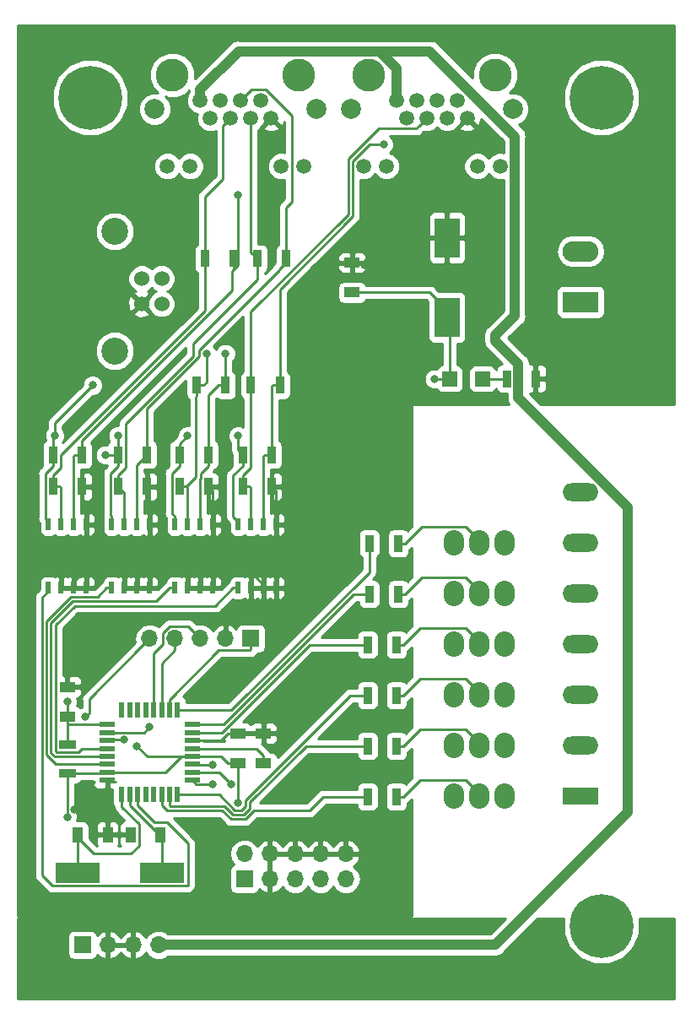
<source format=gbr>
G04 #@! TF.GenerationSoftware,KiCad,Pcbnew,(5.0.2)-1*
G04 #@! TF.CreationDate,2019-01-28T20:15:30+01:00*
G04 #@! TF.ProjectId,plyta_glowna,706c7974-615f-4676-9c6f-776e612e6b69,rev?*
G04 #@! TF.SameCoordinates,Original*
G04 #@! TF.FileFunction,Copper,L1,Top*
G04 #@! TF.FilePolarity,Positive*
%FSLAX46Y46*%
G04 Gerber Fmt 4.6, Leading zero omitted, Abs format (unit mm)*
G04 Created by KiCad (PCBNEW (5.0.2)-1) date 2019-01-28 20:15:30*
%MOMM*%
%LPD*%
G01*
G04 APERTURE LIST*
G04 #@! TA.AperFunction,ComponentPad*
%ADD10C,6.400000*%
G04 #@! TD*
G04 #@! TA.AperFunction,ComponentPad*
%ADD11C,0.800000*%
G04 #@! TD*
G04 #@! TA.AperFunction,SMDPad,CuDef*
%ADD12R,2.500000X4.000000*%
G04 #@! TD*
G04 #@! TA.AperFunction,SMDPad,CuDef*
%ADD13R,1.600000X1.000000*%
G04 #@! TD*
G04 #@! TA.AperFunction,SMDPad,CuDef*
%ADD14R,1.000000X1.600000*%
G04 #@! TD*
G04 #@! TA.AperFunction,SMDPad,CuDef*
%ADD15R,1.500000X1.500000*%
G04 #@! TD*
G04 #@! TA.AperFunction,ComponentPad*
%ADD16C,1.524000*%
G04 #@! TD*
G04 #@! TA.AperFunction,ComponentPad*
%ADD17C,2.700020*%
G04 #@! TD*
G04 #@! TA.AperFunction,ComponentPad*
%ADD18C,2.000000*%
G04 #@! TD*
G04 #@! TA.AperFunction,ComponentPad*
%ADD19C,3.300000*%
G04 #@! TD*
G04 #@! TA.AperFunction,ComponentPad*
%ADD20C,1.501140*%
G04 #@! TD*
G04 #@! TA.AperFunction,ComponentPad*
%ADD21O,1.700000X1.700000*%
G04 #@! TD*
G04 #@! TA.AperFunction,ComponentPad*
%ADD22R,1.700000X1.700000*%
G04 #@! TD*
G04 #@! TA.AperFunction,ComponentPad*
%ADD23O,3.600000X1.800000*%
G04 #@! TD*
G04 #@! TA.AperFunction,ComponentPad*
%ADD24R,3.600000X1.800000*%
G04 #@! TD*
G04 #@! TA.AperFunction,ComponentPad*
%ADD25O,3.600000X2.080000*%
G04 #@! TD*
G04 #@! TA.AperFunction,ComponentPad*
%ADD26R,3.600000X2.080000*%
G04 #@! TD*
G04 #@! TA.AperFunction,ComponentPad*
%ADD27O,2.032000X2.540000*%
G04 #@! TD*
G04 #@! TA.AperFunction,SMDPad,CuDef*
%ADD28R,0.900000X1.700000*%
G04 #@! TD*
G04 #@! TA.AperFunction,SMDPad,CuDef*
%ADD29R,1.700000X0.900000*%
G04 #@! TD*
G04 #@! TA.AperFunction,SMDPad,CuDef*
%ADD30R,0.550000X1.600000*%
G04 #@! TD*
G04 #@! TA.AperFunction,SMDPad,CuDef*
%ADD31R,1.600000X0.550000*%
G04 #@! TD*
G04 #@! TA.AperFunction,SMDPad,CuDef*
%ADD32R,0.508000X1.143000*%
G04 #@! TD*
G04 #@! TA.AperFunction,SMDPad,CuDef*
%ADD33R,4.500000X2.000000*%
G04 #@! TD*
G04 #@! TA.AperFunction,ViaPad*
%ADD34C,0.800000*%
G04 #@! TD*
G04 #@! TA.AperFunction,Conductor*
%ADD35C,0.250000*%
G04 #@! TD*
G04 #@! TA.AperFunction,Conductor*
%ADD36C,1.000000*%
G04 #@! TD*
G04 #@! TA.AperFunction,Conductor*
%ADD37C,0.254000*%
G04 #@! TD*
G04 APERTURE END LIST*
D10*
G04 #@! TO.P,REF\002A\002A,1*
G04 #@! TO.N,N/C*
X94234000Y-115824000D03*
D11*
X96634000Y-115824000D03*
X95931056Y-117521056D03*
X94234000Y-118224000D03*
X92536944Y-117521056D03*
X91834000Y-115824000D03*
X92536944Y-114126944D03*
X94234000Y-113424000D03*
X95931056Y-114126944D03*
G04 #@! TD*
G04 #@! TO.P,REF\002A\002A,1*
G04 #@! TO.N,N/C*
X95931056Y-31068944D03*
X94234000Y-30366000D03*
X92536944Y-31068944D03*
X91834000Y-32766000D03*
X92536944Y-34463056D03*
X94234000Y-35166000D03*
X95931056Y-34463056D03*
X96634000Y-32766000D03*
D10*
X94234000Y-32766000D03*
G04 #@! TD*
D12*
G04 #@! TO.P,C1,2*
G04 #@! TO.N,GND*
X78740000Y-46800000D03*
G04 #@! TO.P,C1,1*
G04 #@! TO.N,+5V*
X78740000Y-54800000D03*
G04 #@! TD*
D13*
G04 #@! TO.P,C3,1*
G04 #@! TO.N,GND*
X57785000Y-96520000D03*
G04 #@! TO.P,C3,2*
G04 #@! TO.N,+5V*
X57785000Y-99520000D03*
G04 #@! TD*
G04 #@! TO.P,C4,2*
G04 #@! TO.N,GND*
X60325000Y-96520000D03*
G04 #@! TO.P,C4,1*
G04 #@! TO.N,Net-(C4-Pad1)*
X60325000Y-99520000D03*
G04 #@! TD*
G04 #@! TO.P,C7,2*
G04 #@! TO.N,GND*
X40640000Y-91845000D03*
G04 #@! TO.P,C7,1*
G04 #@! TO.N,RST*
X40640000Y-94845000D03*
G04 #@! TD*
G04 #@! TO.P,C8,1*
G04 #@! TO.N,GND*
X69215000Y-49300000D03*
G04 #@! TO.P,C8,2*
G04 #@! TO.N,+5V*
X69215000Y-52300000D03*
G04 #@! TD*
D14*
G04 #@! TO.P,C9,1*
G04 #@! TO.N,GND*
X44680000Y-106680000D03*
G04 #@! TO.P,C9,2*
G04 #@! TO.N,Net-(C9-Pad2)*
X41680000Y-106680000D03*
G04 #@! TD*
G04 #@! TO.P,C10,2*
G04 #@! TO.N,Net-(C10-Pad2)*
X49990000Y-106680000D03*
G04 #@! TO.P,C10,1*
G04 #@! TO.N,GND*
X46990000Y-106680000D03*
G04 #@! TD*
D15*
G04 #@! TO.P,D1,1*
G04 #@! TO.N,+5V*
X78995000Y-60960000D03*
G04 #@! TO.P,D1,2*
G04 #@! TO.N,Net-(D1-Pad2)*
X82295000Y-60960000D03*
G04 #@! TD*
D16*
G04 #@! TO.P,J1,2*
G04 #@! TO.N,Net-(J1-Pad2)*
X50094680Y-50893760D03*
G04 #@! TO.P,J1,1*
G04 #@! TO.N,+5V*
X50094680Y-53433760D03*
G04 #@! TO.P,J1,4*
G04 #@! TO.N,GND*
X48095700Y-53433760D03*
G04 #@! TO.P,J1,3*
G04 #@! TO.N,Net-(J1-Pad3)*
X48095700Y-50893760D03*
D17*
G04 #@! TO.P,J1,5*
G04 #@! TO.N,Net-(J1-Pad5)*
X45395680Y-46164280D03*
X45395680Y-58163240D03*
G04 #@! TD*
D18*
G04 #@! TO.P,J2,*
G04 #@! TO.N,*
X69088000Y-33909000D03*
D19*
X83566000Y-30480000D03*
X70866000Y-30480000D03*
D20*
G04 #@! TO.P,J2,1*
G04 #@! TO.N,+12P*
X73660000Y-33020000D03*
G04 #@! TO.P,J2,7*
G04 #@! TO.N,N/C*
X79756000Y-33020000D03*
G04 #@! TO.P,J2,3*
G04 #@! TO.N,Net-(J2-Pad3)*
X75692000Y-33020000D03*
G04 #@! TO.P,J2,5*
G04 #@! TO.N,Net-(J2-Pad5)*
X77724000Y-33020000D03*
G04 #@! TO.P,J2,2*
G04 #@! TO.N,N/C*
X74676000Y-34798000D03*
G04 #@! TO.P,J2,4*
G04 #@! TO.N,Net-(J2-Pad4)*
X76708000Y-34798000D03*
G04 #@! TO.P,J2,6*
G04 #@! TO.N,Net-(J2-Pad6)*
X78740000Y-34798000D03*
G04 #@! TO.P,J2,8*
G04 #@! TO.N,GND*
X80772000Y-34798000D03*
G04 #@! TO.P,J2,12*
G04 #@! TO.N,N/C*
X84074000Y-39624000D03*
G04 #@! TO.P,J2,11*
X81788000Y-39624000D03*
G04 #@! TO.P,J2,10*
X72644000Y-39624000D03*
G04 #@! TO.P,J2,9*
X70358000Y-39624000D03*
D18*
G04 #@! TO.P,J2,*
G04 #@! TO.N,*
X85344000Y-33909000D03*
G04 #@! TD*
G04 #@! TO.P,J3,*
G04 #@! TO.N,*
X65659000Y-33909000D03*
D20*
G04 #@! TO.P,J3,9*
G04 #@! TO.N,N/C*
X50673000Y-39624000D03*
G04 #@! TO.P,J3,10*
X52959000Y-39624000D03*
G04 #@! TO.P,J3,11*
X62103000Y-39624000D03*
G04 #@! TO.P,J3,12*
X64389000Y-39624000D03*
G04 #@! TO.P,J3,8*
G04 #@! TO.N,GND*
X61087000Y-34798000D03*
G04 #@! TO.P,J3,6*
G04 #@! TO.N,Net-(J3-Pad6)*
X59055000Y-34798000D03*
G04 #@! TO.P,J3,4*
G04 #@! TO.N,Net-(J3-Pad4)*
X57023000Y-34798000D03*
G04 #@! TO.P,J3,2*
G04 #@! TO.N,N/C*
X54991000Y-34798000D03*
G04 #@! TO.P,J3,5*
G04 #@! TO.N,Net-(J3-Pad5)*
X58039000Y-33020000D03*
G04 #@! TO.P,J3,3*
G04 #@! TO.N,Net-(J3-Pad3)*
X56007000Y-33020000D03*
G04 #@! TO.P,J3,7*
G04 #@! TO.N,N/C*
X60071000Y-33020000D03*
G04 #@! TO.P,J3,1*
G04 #@! TO.N,+12P*
X53975000Y-33020000D03*
D19*
G04 #@! TO.P,J3,*
G04 #@! TO.N,*
X51181000Y-30480000D03*
X63881000Y-30480000D03*
D18*
X49403000Y-33909000D03*
G04 #@! TD*
D21*
G04 #@! TO.P,P1,10*
G04 #@! TO.N,GND*
X68580000Y-108585000D03*
G04 #@! TO.P,P1,9*
G04 #@! TO.N,MISO*
X68580000Y-111125000D03*
G04 #@! TO.P,P1,8*
G04 #@! TO.N,GND*
X66040000Y-108585000D03*
G04 #@! TO.P,P1,7*
G04 #@! TO.N,SCK*
X66040000Y-111125000D03*
G04 #@! TO.P,P1,6*
G04 #@! TO.N,GND*
X63500000Y-108585000D03*
G04 #@! TO.P,P1,5*
G04 #@! TO.N,RST*
X63500000Y-111125000D03*
G04 #@! TO.P,P1,4*
G04 #@! TO.N,GND*
X60960000Y-108585000D03*
G04 #@! TO.P,P1,3*
X60960000Y-111125000D03*
G04 #@! TO.P,P1,2*
G04 #@! TO.N,+5V*
X58420000Y-108585000D03*
D22*
G04 #@! TO.P,P1,1*
G04 #@! TO.N,MOSI*
X58420000Y-111125000D03*
G04 #@! TD*
D23*
G04 #@! TO.P,P2,7*
G04 #@! TO.N,+12V*
X92145320Y-72296240D03*
G04 #@! TO.P,P2,6*
G04 #@! TO.N,/mosfet_LED6*
X92145320Y-77376240D03*
G04 #@! TO.P,P2,5*
G04 #@! TO.N,/mosfet_LED5*
X92145320Y-82456240D03*
G04 #@! TO.P,P2,4*
G04 #@! TO.N,/mosfet_LED4*
X92145320Y-87536240D03*
G04 #@! TO.P,P2,3*
G04 #@! TO.N,/mosfet_LED3*
X92145320Y-92616240D03*
G04 #@! TO.P,P2,2*
G04 #@! TO.N,/mosfet_LED2*
X92145320Y-97696240D03*
D24*
G04 #@! TO.P,P2,1*
G04 #@! TO.N,/mosfet_LED1*
X92145320Y-102776240D03*
G04 #@! TD*
D25*
G04 #@! TO.P,Power1,2*
G04 #@! TO.N,+12V*
X92145320Y-48166240D03*
D26*
G04 #@! TO.P,Power1,1*
G04 #@! TO.N,GNDA*
X92145320Y-53246240D03*
G04 #@! TD*
D27*
G04 #@! TO.P,Q1,1*
G04 #@! TO.N,/mosfet_LED1*
X84525320Y-102776240D03*
G04 #@! TO.P,Q1,3*
G04 #@! TO.N,GNDA*
X79445320Y-102776240D03*
G04 #@! TO.P,Q1,2*
G04 #@! TO.N,Net-(Q1-Pad2)*
X81985320Y-102776240D03*
G04 #@! TD*
G04 #@! TO.P,Q2,2*
G04 #@! TO.N,Net-(Q2-Pad2)*
X81985320Y-97696240D03*
G04 #@! TO.P,Q2,3*
G04 #@! TO.N,GNDA*
X79445320Y-97696240D03*
G04 #@! TO.P,Q2,1*
G04 #@! TO.N,/mosfet_LED2*
X84525320Y-97696240D03*
G04 #@! TD*
G04 #@! TO.P,Q3,2*
G04 #@! TO.N,Net-(Q3-Pad2)*
X81985320Y-92616240D03*
G04 #@! TO.P,Q3,3*
G04 #@! TO.N,GNDA*
X79445320Y-92616240D03*
G04 #@! TO.P,Q3,1*
G04 #@! TO.N,/mosfet_LED3*
X84525320Y-92616240D03*
G04 #@! TD*
G04 #@! TO.P,Q4,2*
G04 #@! TO.N,Net-(Q4-Pad2)*
X81985320Y-87536240D03*
G04 #@! TO.P,Q4,3*
G04 #@! TO.N,GNDA*
X79445320Y-87536240D03*
G04 #@! TO.P,Q4,1*
G04 #@! TO.N,/mosfet_LED4*
X84525320Y-87536240D03*
G04 #@! TD*
G04 #@! TO.P,Q5,1*
G04 #@! TO.N,/mosfet_LED5*
X84525320Y-82456240D03*
G04 #@! TO.P,Q5,3*
G04 #@! TO.N,GNDA*
X79445320Y-82456240D03*
G04 #@! TO.P,Q5,2*
G04 #@! TO.N,Net-(Q5-Pad2)*
X81985320Y-82456240D03*
G04 #@! TD*
G04 #@! TO.P,Q6,1*
G04 #@! TO.N,/mosfet_LED6*
X84525320Y-77376240D03*
G04 #@! TO.P,Q6,3*
G04 #@! TO.N,GNDA*
X79445320Y-77376240D03*
G04 #@! TO.P,Q6,2*
G04 #@! TO.N,Net-(Q6-Pad2)*
X81985320Y-77376240D03*
G04 #@! TD*
D28*
G04 #@! TO.P,R1,1*
G04 #@! TO.N,Net-(D1-Pad2)*
X84730000Y-60960000D03*
G04 #@! TO.P,R1,2*
G04 #@! TO.N,GND*
X87630000Y-60960000D03*
G04 #@! TD*
D29*
G04 #@! TO.P,R2,2*
G04 #@! TO.N,RST*
X40640000Y-97610000D03*
G04 #@! TO.P,R2,1*
G04 #@! TO.N,+5V*
X40640000Y-100510000D03*
G04 #@! TD*
D28*
G04 #@! TO.P,R3,2*
G04 #@! TO.N,/LED1*
X70760000Y-102870000D03*
G04 #@! TO.P,R3,1*
G04 #@! TO.N,Net-(Q1-Pad2)*
X73660000Y-102870000D03*
G04 #@! TD*
G04 #@! TO.P,R4,1*
G04 #@! TO.N,Net-(Q2-Pad2)*
X73660000Y-97790000D03*
G04 #@! TO.P,R4,2*
G04 #@! TO.N,/LED2*
X70760000Y-97790000D03*
G04 #@! TD*
G04 #@! TO.P,R5,1*
G04 #@! TO.N,Net-(Q3-Pad2)*
X73660000Y-92710000D03*
G04 #@! TO.P,R5,2*
G04 #@! TO.N,/LED3*
X70760000Y-92710000D03*
G04 #@! TD*
G04 #@! TO.P,R6,2*
G04 #@! TO.N,/LED4*
X70760000Y-87630000D03*
G04 #@! TO.P,R6,1*
G04 #@! TO.N,Net-(Q4-Pad2)*
X73660000Y-87630000D03*
G04 #@! TD*
G04 #@! TO.P,R7,2*
G04 #@! TO.N,/LED5*
X70940000Y-82550000D03*
G04 #@! TO.P,R7,1*
G04 #@! TO.N,Net-(Q5-Pad2)*
X73840000Y-82550000D03*
G04 #@! TD*
G04 #@! TO.P,R8,2*
G04 #@! TO.N,/LED6*
X70940000Y-77470000D03*
G04 #@! TO.P,R8,1*
G04 #@! TO.N,Net-(Q6-Pad2)*
X73840000Y-77470000D03*
G04 #@! TD*
G04 #@! TO.P,R9,2*
G04 #@! TO.N,GND*
X61140000Y-71755000D03*
G04 #@! TO.P,R9,1*
G04 #@! TO.N,Net-(J2-Pad4)*
X58240000Y-71755000D03*
G04 #@! TD*
G04 #@! TO.P,R10,1*
G04 #@! TO.N,Net-(J2-Pad3)*
X61140000Y-68580000D03*
G04 #@! TO.P,R10,2*
G04 #@! TO.N,+5V*
X58240000Y-68580000D03*
G04 #@! TD*
G04 #@! TO.P,R11,2*
G04 #@! TO.N,Net-(J2-Pad3)*
X61955000Y-61595000D03*
G04 #@! TO.P,R11,1*
G04 #@! TO.N,Net-(J2-Pad4)*
X59055000Y-61595000D03*
G04 #@! TD*
G04 #@! TO.P,R12,1*
G04 #@! TO.N,Net-(J2-Pad5)*
X54790000Y-68580000D03*
G04 #@! TO.P,R12,2*
G04 #@! TO.N,+5V*
X51890000Y-68580000D03*
G04 #@! TD*
G04 #@! TO.P,R13,2*
G04 #@! TO.N,GND*
X54790000Y-71755000D03*
G04 #@! TO.P,R13,1*
G04 #@! TO.N,Net-(J2-Pad6)*
X51890000Y-71755000D03*
G04 #@! TD*
G04 #@! TO.P,R14,1*
G04 #@! TO.N,Net-(J2-Pad5)*
X56515000Y-61595000D03*
G04 #@! TO.P,R14,2*
G04 #@! TO.N,Net-(J2-Pad6)*
X53615000Y-61595000D03*
G04 #@! TD*
G04 #@! TO.P,R16,1*
G04 #@! TO.N,Net-(J3-Pad4)*
X39190000Y-71755000D03*
G04 #@! TO.P,R16,2*
G04 #@! TO.N,GND*
X42090000Y-71755000D03*
G04 #@! TD*
G04 #@! TO.P,R17,2*
G04 #@! TO.N,+5V*
X39190000Y-68580000D03*
G04 #@! TO.P,R17,1*
G04 #@! TO.N,Net-(J3-Pad3)*
X42090000Y-68580000D03*
G04 #@! TD*
G04 #@! TO.P,R18,1*
G04 #@! TO.N,Net-(J3-Pad4)*
X54430000Y-48895000D03*
G04 #@! TO.P,R18,2*
G04 #@! TO.N,Net-(J3-Pad3)*
X57330000Y-48895000D03*
G04 #@! TD*
G04 #@! TO.P,R20,1*
G04 #@! TO.N,Net-(J3-Pad5)*
X48620000Y-68580000D03*
G04 #@! TO.P,R20,2*
G04 #@! TO.N,+5V*
X45720000Y-68580000D03*
G04 #@! TD*
G04 #@! TO.P,R21,2*
G04 #@! TO.N,GND*
X48620000Y-71755000D03*
G04 #@! TO.P,R21,1*
G04 #@! TO.N,Net-(J3-Pad6)*
X45720000Y-71755000D03*
G04 #@! TD*
G04 #@! TO.P,R22,1*
G04 #@! TO.N,Net-(J3-Pad5)*
X62590000Y-48895000D03*
G04 #@! TO.P,R22,2*
G04 #@! TO.N,Net-(J3-Pad6)*
X59690000Y-48895000D03*
G04 #@! TD*
D30*
G04 #@! TO.P,U2,32*
G04 #@! TO.N,N/C*
X46095000Y-94175000D03*
G04 #@! TO.P,U2,31*
X46895000Y-94175000D03*
G04 #@! TO.P,U2,30*
X47695000Y-94175000D03*
G04 #@! TO.P,U2,29*
X48495000Y-94175000D03*
G04 #@! TO.P,U2,28*
G04 #@! TO.N,/SCL*
X49295000Y-94175000D03*
G04 #@! TO.P,U2,27*
G04 #@! TO.N,/SDA*
X50095000Y-94175000D03*
G04 #@! TO.P,U2,26*
G04 #@! TO.N,/OLED_PWR*
X50895000Y-94175000D03*
G04 #@! TO.P,U2,25*
G04 #@! TO.N,/LED6*
X51695000Y-94175000D03*
D31*
G04 #@! TO.P,U2,24*
G04 #@! TO.N,/LED5*
X53145000Y-95625000D03*
G04 #@! TO.P,U2,23*
G04 #@! TO.N,/LED4*
X53145000Y-96425000D03*
G04 #@! TO.P,U2,22*
G04 #@! TO.N,GND*
X53145000Y-97225000D03*
G04 #@! TO.P,U2,21*
G04 #@! TO.N,Net-(C4-Pad1)*
X53145000Y-98025000D03*
G04 #@! TO.P,U2,20*
G04 #@! TO.N,+5V*
X53145000Y-98825000D03*
G04 #@! TO.P,U2,19*
G04 #@! TO.N,SCK*
X53145000Y-99625000D03*
G04 #@! TO.P,U2,18*
G04 #@! TO.N,MISO*
X53145000Y-100425000D03*
G04 #@! TO.P,U2,17*
G04 #@! TO.N,MOSI*
X53145000Y-101225000D03*
D30*
G04 #@! TO.P,U2,16*
G04 #@! TO.N,/LED3*
X51695000Y-102675000D03*
G04 #@! TO.P,U2,15*
G04 #@! TO.N,/LED2*
X50895000Y-102675000D03*
G04 #@! TO.P,U2,14*
G04 #@! TO.N,/LED1*
X50095000Y-102675000D03*
G04 #@! TO.P,U2,13*
G04 #@! TO.N,N/C*
X49295000Y-102675000D03*
G04 #@! TO.P,U2,12*
X48495000Y-102675000D03*
G04 #@! TO.P,U2,11*
G04 #@! TO.N,/start_lewa*
X47695000Y-102675000D03*
G04 #@! TO.P,U2,10*
G04 #@! TO.N,Net-(C10-Pad2)*
X46895000Y-102675000D03*
G04 #@! TO.P,U2,9*
G04 #@! TO.N,Net-(C9-Pad2)*
X46095000Y-102675000D03*
D31*
G04 #@! TO.P,U2,8*
G04 #@! TO.N,GND*
X44645000Y-101225000D03*
G04 #@! TO.P,U2,7*
G04 #@! TO.N,+5V*
X44645000Y-100425000D03*
G04 #@! TO.P,U2,6*
G04 #@! TO.N,/start_prawa*
X44645000Y-99625000D03*
G04 #@! TO.P,U2,5*
G04 #@! TO.N,/meta_prawa*
X44645000Y-98825000D03*
G04 #@! TO.P,U2,4*
G04 #@! TO.N,/meta_lewa*
X44645000Y-98025000D03*
G04 #@! TO.P,U2,3*
G04 #@! TO.N,RXD*
X44645000Y-97225000D03*
G04 #@! TO.P,U2,2*
G04 #@! TO.N,TXD*
X44645000Y-96425000D03*
G04 #@! TO.P,U2,1*
G04 #@! TO.N,RST*
X44645000Y-95625000D03*
G04 #@! TD*
D32*
G04 #@! TO.P,U4,1*
G04 #@! TO.N,/meta_lewa*
X57785000Y-81915000D03*
G04 #@! TO.P,U4,2*
G04 #@! TO.N,GND*
X59055000Y-81915000D03*
G04 #@! TO.P,U4,3*
X60325000Y-81915000D03*
G04 #@! TO.P,U4,4*
X61595000Y-81915000D03*
G04 #@! TO.P,U4,5*
X61595000Y-75565000D03*
G04 #@! TO.P,U4,6*
G04 #@! TO.N,Net-(J2-Pad3)*
X60325000Y-75565000D03*
G04 #@! TO.P,U4,7*
G04 #@! TO.N,Net-(J2-Pad4)*
X59055000Y-75565000D03*
G04 #@! TO.P,U4,8*
G04 #@! TO.N,+5V*
X57785000Y-75565000D03*
G04 #@! TD*
G04 #@! TO.P,U5,8*
G04 #@! TO.N,+5V*
X51435000Y-75565000D03*
G04 #@! TO.P,U5,7*
G04 #@! TO.N,Net-(J2-Pad6)*
X52705000Y-75565000D03*
G04 #@! TO.P,U5,6*
G04 #@! TO.N,Net-(J2-Pad5)*
X53975000Y-75565000D03*
G04 #@! TO.P,U5,5*
G04 #@! TO.N,GND*
X55245000Y-75565000D03*
G04 #@! TO.P,U5,4*
X55245000Y-81915000D03*
G04 #@! TO.P,U5,3*
X53975000Y-81915000D03*
G04 #@! TO.P,U5,2*
X52705000Y-81915000D03*
G04 #@! TO.P,U5,1*
G04 #@! TO.N,/meta_prawa*
X51435000Y-81915000D03*
G04 #@! TD*
G04 #@! TO.P,U6,8*
G04 #@! TO.N,+5V*
X38735000Y-75565000D03*
G04 #@! TO.P,U6,7*
G04 #@! TO.N,Net-(J3-Pad4)*
X40005000Y-75565000D03*
G04 #@! TO.P,U6,6*
G04 #@! TO.N,Net-(J3-Pad3)*
X41275000Y-75565000D03*
G04 #@! TO.P,U6,5*
G04 #@! TO.N,GND*
X42545000Y-75565000D03*
G04 #@! TO.P,U6,4*
X42545000Y-81915000D03*
G04 #@! TO.P,U6,3*
X41275000Y-81915000D03*
G04 #@! TO.P,U6,2*
X40005000Y-81915000D03*
G04 #@! TO.P,U6,1*
G04 #@! TO.N,/start_lewa*
X38735000Y-81915000D03*
G04 #@! TD*
G04 #@! TO.P,U7,1*
G04 #@! TO.N,/start_prawa*
X45085000Y-81915000D03*
G04 #@! TO.P,U7,2*
G04 #@! TO.N,GND*
X46355000Y-81915000D03*
G04 #@! TO.P,U7,3*
X47625000Y-81915000D03*
G04 #@! TO.P,U7,4*
X48895000Y-81915000D03*
G04 #@! TO.P,U7,5*
X48895000Y-75565000D03*
G04 #@! TO.P,U7,6*
G04 #@! TO.N,Net-(J3-Pad5)*
X47625000Y-75565000D03*
G04 #@! TO.P,U7,7*
G04 #@! TO.N,Net-(J3-Pad6)*
X46355000Y-75565000D03*
G04 #@! TO.P,U7,8*
G04 #@! TO.N,+5V*
X45085000Y-75565000D03*
G04 #@! TD*
D33*
G04 #@! TO.P,Y1,2*
G04 #@! TO.N,Net-(C10-Pad2)*
X50165000Y-110490000D03*
G04 #@! TO.P,Y1,1*
G04 #@! TO.N,Net-(C9-Pad2)*
X41665000Y-110490000D03*
G04 #@! TD*
D21*
G04 #@! TO.P,+5  SDA SCL GND  O_PWR,4*
G04 #@! TO.N,/SDA*
X51435000Y-86995000D03*
G04 #@! TO.P,+5  SDA SCL GND  O_PWR,3*
G04 #@! TO.N,/SCL*
X53975000Y-86995000D03*
G04 #@! TO.P,+5  SDA SCL GND  O_PWR,2*
G04 #@! TO.N,GND*
X56515000Y-86995000D03*
D22*
G04 #@! TO.P,+5  SDA SCL GND  O_PWR,1*
G04 #@! TO.N,/OLED_PWR*
X59055000Y-86995000D03*
G04 #@! TD*
D21*
G04 #@! TO.P,P3,4*
G04 #@! TO.N,+12P*
X49784000Y-117729000D03*
G04 #@! TO.P,P3,3*
G04 #@! TO.N,GND*
X47244000Y-117729000D03*
G04 #@! TO.P,P3,2*
X44704000Y-117729000D03*
D22*
G04 #@! TO.P,P3,1*
G04 #@! TO.N,+5V*
X42164000Y-117729000D03*
G04 #@! TD*
D21*
G04 #@! TO.P,P4,5*
G04 #@! TO.N,+5V*
X48895000Y-86995000D03*
G04 #@! TO.P,P4,4*
G04 #@! TO.N,/SDA*
X51435000Y-86995000D03*
G04 #@! TO.P,P4,3*
G04 #@! TO.N,/SCL*
X53975000Y-86995000D03*
G04 #@! TO.P,P4,2*
G04 #@! TO.N,GND*
X56515000Y-86995000D03*
D22*
G04 #@! TO.P,P4,1*
G04 #@! TO.N,/OLED_PWR*
X59055000Y-86995000D03*
G04 #@! TD*
D10*
G04 #@! TO.P,REF\002A\002A,1*
G04 #@! TO.N,N/C*
X42926000Y-32766000D03*
D11*
X45326000Y-32766000D03*
X44623056Y-34463056D03*
X42926000Y-35166000D03*
X41228944Y-34463056D03*
X40526000Y-32766000D03*
X41228944Y-31068944D03*
X42926000Y-30366000D03*
X44623056Y-31068944D03*
G04 #@! TD*
D34*
G04 #@! TO.N,GND*
X73025000Y-45085000D03*
X75565000Y-47625000D03*
X70485000Y-45085000D03*
X75565000Y-45085000D03*
X75565000Y-49530000D03*
X73025000Y-49530000D03*
X73025000Y-47625000D03*
X70485000Y-49530000D03*
X70485000Y-49530000D03*
X41365010Y-104147975D03*
G04 #@! TO.N,+5V*
X77470000Y-60960000D03*
X52705000Y-66675000D03*
X57785000Y-66675000D03*
X45720000Y-66675000D03*
X39370000Y-66675000D03*
X57785000Y-103505000D03*
X47625000Y-97790000D03*
X43180000Y-61595000D03*
X44450000Y-68580000D03*
X40640000Y-104902000D03*
X42418000Y-94869000D03*
G04 #@! TO.N,RST*
X40640000Y-93345000D03*
G04 #@! TO.N,Net-(J2-Pad3)*
X72390000Y-37465000D03*
G04 #@! TO.N,Net-(J2-Pad5)*
X56515000Y-58420000D03*
G04 #@! TO.N,Net-(J2-Pad6)*
X54610000Y-58420000D03*
G04 #@! TO.N,Net-(J3-Pad3)*
X57785000Y-42545000D03*
G04 #@! TO.N,MISO*
X57059990Y-101600000D03*
G04 #@! TO.N,SCK*
X55245000Y-99695000D03*
G04 #@! TO.N,MOSI*
X55245000Y-101600000D03*
G04 #@! TO.N,RXD*
X46355000Y-97155000D03*
G04 #@! TO.N,TXD*
X48895000Y-95885000D03*
G04 #@! TO.N,+12P*
X83566000Y-57150000D03*
G04 #@! TD*
D35*
G04 #@! TO.N,GND*
X46990000Y-106680000D02*
X44680000Y-106680000D01*
X56030000Y-97225000D02*
X53145000Y-97225000D01*
X56735000Y-96520000D02*
X56030000Y-97225000D01*
X57785000Y-96520000D02*
X56735000Y-96520000D01*
X60325000Y-96520000D02*
X57785000Y-96520000D01*
X40005000Y-81915000D02*
X41275000Y-81915000D01*
X42545000Y-81915000D02*
X41275000Y-81915000D01*
X46355000Y-81915000D02*
X48895000Y-81915000D01*
X52705000Y-81915000D02*
X53975000Y-81915000D01*
X55245000Y-81915000D02*
X53975000Y-81915000D01*
X59055000Y-81915000D02*
X61595000Y-81915000D01*
X60325000Y-81597500D02*
X59372500Y-80645000D01*
X60325000Y-81915000D02*
X60325000Y-81597500D01*
X47625000Y-81915000D02*
X47625000Y-80645000D01*
X53975000Y-81915000D02*
X53975000Y-80645000D01*
X47625000Y-80645000D02*
X53975000Y-80645000D01*
X53975000Y-80645000D02*
X59372500Y-80645000D01*
X41910000Y-80645000D02*
X47625000Y-80645000D01*
X41275000Y-81915000D02*
X41275000Y-81280000D01*
X41275000Y-81280000D02*
X41910000Y-80645000D01*
X48895000Y-72030000D02*
X48620000Y-71755000D01*
X48895000Y-75565000D02*
X48895000Y-72030000D01*
X55245000Y-72210000D02*
X54790000Y-71755000D01*
X55245000Y-75565000D02*
X55245000Y-72210000D01*
X61595000Y-72210000D02*
X61140000Y-71755000D01*
X61595000Y-75565000D02*
X61595000Y-72210000D01*
X78740000Y-46800000D02*
X73850000Y-46800000D01*
X73850000Y-46800000D02*
X73025000Y-47625000D01*
X71940000Y-47625000D02*
X73025000Y-47625000D01*
X70265000Y-49300000D02*
X71940000Y-47625000D01*
X69215000Y-49300000D02*
X70265000Y-49300000D01*
X63500000Y-108585000D02*
X66040000Y-108585000D01*
X68580000Y-108585000D02*
X66040000Y-108585000D01*
X60960000Y-108585000D02*
X63500000Y-108585000D01*
X60960000Y-111125000D02*
X60960000Y-108585000D01*
X68580000Y-108585000D02*
X73890560Y-108585000D01*
X78740000Y-36830000D02*
X78740000Y-46800000D01*
X80772000Y-34798000D02*
X78740000Y-36830000D01*
X44645000Y-106645000D02*
X44680000Y-106680000D01*
X44645000Y-101225000D02*
X44645000Y-106645000D01*
X55245000Y-79375000D02*
X55245000Y-75565000D01*
X53975000Y-80645000D02*
X55245000Y-79375000D01*
X61595000Y-78422500D02*
X61595000Y-75565000D01*
X59372500Y-80645000D02*
X61595000Y-78422500D01*
X48895000Y-79375000D02*
X48895000Y-75565000D01*
X47625000Y-80645000D02*
X48895000Y-79375000D01*
X42545000Y-80010000D02*
X42545000Y-75565000D01*
X41910000Y-80645000D02*
X42545000Y-80010000D01*
X56515000Y-85792919D02*
X55177081Y-84455000D01*
X56515000Y-86995000D02*
X56515000Y-85792919D01*
X55177081Y-84455000D02*
X43180000Y-84455000D01*
X40640000Y-86995000D02*
X40640000Y-91845000D01*
X43180000Y-84455000D02*
X40640000Y-86995000D01*
G04 #@! TO.N,+5V*
X50495000Y-100425000D02*
X44645000Y-100425000D01*
X52095000Y-98825000D02*
X50495000Y-100425000D01*
X53145000Y-98825000D02*
X52095000Y-98825000D01*
X56040000Y-98825000D02*
X53145000Y-98825000D01*
X56735000Y-99520000D02*
X56040000Y-98825000D01*
X57785000Y-99520000D02*
X56735000Y-99520000D01*
X45085000Y-74743500D02*
X45085000Y-75565000D01*
X44944999Y-74603499D02*
X45085000Y-74743500D01*
X44944999Y-70455001D02*
X44944999Y-74603499D01*
X45720000Y-69680000D02*
X44944999Y-70455001D01*
X45720000Y-68580000D02*
X45720000Y-69680000D01*
X39190000Y-69680000D02*
X39190000Y-68580000D01*
X38414999Y-70455001D02*
X39190000Y-69680000D01*
X38414999Y-74927499D02*
X38414999Y-70455001D01*
X38735000Y-75247500D02*
X38414999Y-74927499D01*
X38735000Y-75565000D02*
X38735000Y-75247500D01*
X51435000Y-74743500D02*
X51435000Y-75565000D01*
X51114999Y-74423499D02*
X51435000Y-74743500D01*
X51114999Y-70455001D02*
X51114999Y-74423499D01*
X51890000Y-69680000D02*
X51114999Y-70455001D01*
X51890000Y-68580000D02*
X51890000Y-69680000D01*
X58240000Y-69680000D02*
X58240000Y-68580000D01*
X57281000Y-70639000D02*
X58240000Y-69680000D01*
X57281000Y-74743500D02*
X57281000Y-70639000D01*
X57785000Y-75247500D02*
X57281000Y-74743500D01*
X57785000Y-75565000D02*
X57785000Y-75247500D01*
X44560000Y-100510000D02*
X44645000Y-100425000D01*
X40640000Y-100510000D02*
X44560000Y-100510000D01*
X78995000Y-55055000D02*
X78740000Y-54800000D01*
X78995000Y-60960000D02*
X78995000Y-55055000D01*
X78740000Y-54050000D02*
X78740000Y-54800000D01*
X76990000Y-52300000D02*
X78740000Y-54050000D01*
X69215000Y-52300000D02*
X76990000Y-52300000D01*
X77470000Y-60960000D02*
X78995000Y-60960000D01*
X51890000Y-68580000D02*
X51890000Y-67490000D01*
X51890000Y-67490000D02*
X52705000Y-66675000D01*
X57785000Y-68125000D02*
X58240000Y-68580000D01*
X57785000Y-66675000D02*
X57785000Y-68125000D01*
X45720000Y-66675000D02*
X45720000Y-68580000D01*
X39190000Y-68580000D02*
X39190000Y-66855000D01*
X39190000Y-66855000D02*
X39370000Y-66675000D01*
X57785000Y-99520000D02*
X57785000Y-103505000D01*
X48660000Y-98825000D02*
X53145000Y-98825000D01*
X47625000Y-97790000D02*
X48660000Y-98825000D01*
X39370000Y-66675000D02*
X39370000Y-65405000D01*
X39370000Y-65405000D02*
X43180000Y-61595000D01*
X44450000Y-68580000D02*
X45720000Y-68580000D01*
X40640000Y-100510000D02*
X40640000Y-104521000D01*
X40640000Y-104521000D02*
X40640000Y-104902000D01*
X48045001Y-87844999D02*
X48895000Y-86995000D01*
X42817999Y-93072001D02*
X48045001Y-87844999D01*
X42817999Y-94469001D02*
X42817999Y-93072001D01*
X42418000Y-94869000D02*
X42817999Y-94469001D01*
G04 #@! TO.N,Net-(C4-Pad1)*
X60325000Y-98770000D02*
X60325000Y-99520000D01*
X59580000Y-98025000D02*
X60325000Y-98770000D01*
X53145000Y-98025000D02*
X59580000Y-98025000D01*
G04 #@! TO.N,RST*
X40640000Y-97610000D02*
X40640000Y-94845000D01*
X44645000Y-95625000D02*
X40670000Y-95625000D01*
X40670000Y-95625000D02*
X40640000Y-95595000D01*
X40640000Y-95595000D02*
X40640000Y-94845000D01*
X40640000Y-93345000D02*
X40640000Y-94845000D01*
G04 #@! TO.N,Net-(C9-Pad2)*
X41665000Y-106695000D02*
X41680000Y-106680000D01*
X41665000Y-110490000D02*
X41665000Y-106695000D01*
X46095000Y-103899998D02*
X46095000Y-102675000D01*
X41680000Y-106980000D02*
X43285000Y-108585000D01*
X41680000Y-106680000D02*
X41680000Y-106980000D01*
X43285000Y-108585000D02*
X46990000Y-108585000D01*
X46990000Y-108585000D02*
X47815001Y-107759999D01*
X47815001Y-107759999D02*
X47815001Y-105619999D01*
X47815001Y-105619999D02*
X46095000Y-103899998D01*
G04 #@! TO.N,Net-(C10-Pad2)*
X50165000Y-106855000D02*
X49990000Y-106680000D01*
X50165000Y-110490000D02*
X50165000Y-106855000D01*
X46895000Y-102675000D02*
X46895000Y-103725000D01*
X49850000Y-106680000D02*
X49990000Y-106680000D01*
X46895000Y-103725000D02*
X49850000Y-106680000D01*
G04 #@! TO.N,Net-(D1-Pad2)*
X82295000Y-60960000D02*
X84730000Y-60960000D01*
G04 #@! TO.N,Net-(J2-Pad3)*
X60440000Y-68580000D02*
X61140000Y-68580000D01*
X60325000Y-68695000D02*
X60440000Y-68580000D01*
X60325000Y-75565000D02*
X60325000Y-68695000D01*
X61255000Y-61595000D02*
X61955000Y-61595000D01*
X61140000Y-61710000D02*
X61255000Y-61595000D01*
X61140000Y-68580000D02*
X61140000Y-61710000D01*
X71120000Y-37465000D02*
X72390000Y-37465000D01*
X70925154Y-37465000D02*
X71120000Y-37465000D01*
X69282429Y-39107725D02*
X70925154Y-37465000D01*
X69282429Y-44636571D02*
X69282429Y-39107725D01*
X61955000Y-51964000D02*
X69282429Y-44636571D01*
X61955000Y-61595000D02*
X61955000Y-51964000D01*
G04 #@! TO.N,Net-(J2-Pad5)*
X54014999Y-70455001D02*
X54790000Y-69680000D01*
X54790000Y-69680000D02*
X54790000Y-68580000D01*
X54014999Y-70966412D02*
X54014999Y-70455001D01*
X53975000Y-75565000D02*
X53975000Y-71006411D01*
X53975000Y-71006411D02*
X54014999Y-70966412D01*
X55815000Y-61595000D02*
X56515000Y-61595000D01*
X54790000Y-62620000D02*
X55815000Y-61595000D01*
X54790000Y-68580000D02*
X54790000Y-62620000D01*
X56515000Y-58420000D02*
X56515000Y-61595000D01*
G04 #@! TO.N,Net-(J2-Pad4)*
X58940000Y-71755000D02*
X58240000Y-71755000D01*
X59055000Y-71870000D02*
X58940000Y-71755000D01*
X59055000Y-75565000D02*
X59055000Y-71870000D01*
X59055000Y-69840000D02*
X59055000Y-61595000D01*
X58240000Y-70655000D02*
X59055000Y-69840000D01*
X58240000Y-71755000D02*
X58240000Y-70655000D01*
X59055000Y-61595000D02*
X59055000Y-54227590D01*
X75632429Y-35873571D02*
X75957431Y-35548569D01*
X75957431Y-35548569D02*
X76708000Y-34798000D01*
X71880172Y-35873571D02*
X75632429Y-35873571D01*
X68832418Y-38921325D02*
X71880172Y-35873571D01*
X68832418Y-44450172D02*
X68832418Y-38921325D01*
X59055000Y-54227590D02*
X68832418Y-44450172D01*
G04 #@! TO.N,Net-(J2-Pad6)*
X52705000Y-71870000D02*
X52590000Y-71755000D01*
X52705000Y-75565000D02*
X52705000Y-71870000D01*
X53615000Y-62695000D02*
X53615000Y-61595000D01*
X53564988Y-62745012D02*
X53615000Y-62695000D01*
X53564988Y-70780012D02*
X53564988Y-62745012D01*
X52590000Y-71755000D02*
X53564988Y-70780012D01*
X51890000Y-71755000D02*
X52590000Y-71755000D01*
X54315000Y-61595000D02*
X53615000Y-61595000D01*
X54610000Y-61300000D02*
X54315000Y-61595000D01*
X54610000Y-58420000D02*
X54610000Y-61300000D01*
G04 #@! TO.N,Net-(J3-Pad6)*
X46355000Y-72390000D02*
X45720000Y-71755000D01*
X46355000Y-75565000D02*
X46355000Y-72390000D01*
X59055000Y-48260000D02*
X59690000Y-48895000D01*
X59055000Y-34798000D02*
X59055000Y-48260000D01*
X46495001Y-69879999D02*
X45720000Y-70655000D01*
X45720000Y-70655000D02*
X45720000Y-71755000D01*
X59690000Y-48895000D02*
X59690000Y-50995587D01*
X59690000Y-50995587D02*
X53249999Y-57435588D01*
X53249999Y-57435588D02*
X53249999Y-58698590D01*
X53249999Y-58698590D02*
X46495001Y-65453588D01*
X46495001Y-65453588D02*
X46495001Y-69879999D01*
G04 #@! TO.N,Net-(J3-Pad4)*
X39890000Y-71755000D02*
X39190000Y-71755000D01*
X40005000Y-71870000D02*
X39890000Y-71755000D01*
X40005000Y-75565000D02*
X40005000Y-71870000D01*
X56272431Y-35548569D02*
X56272431Y-40882569D01*
X57023000Y-34798000D02*
X56272431Y-35548569D01*
X54430000Y-42725000D02*
X54430000Y-48895000D01*
X56272431Y-40882569D02*
X54430000Y-42725000D01*
X54430000Y-48895000D02*
X54430000Y-54155000D01*
X39190000Y-70655000D02*
X39190000Y-71755000D01*
X39965001Y-69879999D02*
X39190000Y-70655000D01*
X39965001Y-68619999D02*
X39965001Y-69879999D01*
X54430000Y-54155000D02*
X39965001Y-68619999D01*
G04 #@! TO.N,Net-(J3-Pad5)*
X60587275Y-31944429D02*
X63178571Y-34535725D01*
X59114571Y-31944429D02*
X60587275Y-31944429D01*
X58039000Y-33020000D02*
X59114571Y-31944429D01*
X47625000Y-75565000D02*
X47625000Y-69575000D01*
X47625000Y-69575000D02*
X48620000Y-68580000D01*
X62590000Y-43768571D02*
X62590000Y-48895000D01*
X63178571Y-43180000D02*
X62590000Y-43768571D01*
X63178571Y-34535725D02*
X63178571Y-43180000D01*
X62590000Y-49295000D02*
X61890000Y-49995000D01*
X48620000Y-63965000D02*
X48620000Y-68580000D01*
X61890000Y-49995000D02*
X61890000Y-50066998D01*
X53884999Y-58071999D02*
X53884999Y-58700001D01*
X53884999Y-58700001D02*
X48620000Y-63965000D01*
X61890000Y-50066998D02*
X53884999Y-58071999D01*
X62590000Y-48895000D02*
X62590000Y-49295000D01*
G04 #@! TO.N,Net-(J3-Pad3)*
X41390000Y-68580000D02*
X42090000Y-68580000D01*
X41275000Y-68695000D02*
X41390000Y-68580000D01*
X41275000Y-75565000D02*
X41275000Y-68695000D01*
X57785000Y-42545000D02*
X57785000Y-49510002D01*
X57785000Y-48440000D02*
X57330000Y-48895000D01*
X57785000Y-42545000D02*
X57785000Y-48440000D01*
X57160000Y-50165000D02*
X57130002Y-50165000D01*
X57330000Y-49995000D02*
X57160000Y-50165000D01*
X57330000Y-48895000D02*
X57330000Y-49995000D01*
X57785000Y-49510002D02*
X57130002Y-50165000D01*
X57130002Y-50165000D02*
X57130002Y-52091408D01*
X57130002Y-52091408D02*
X42090000Y-67131410D01*
X42090000Y-67131410D02*
X42090000Y-68580000D01*
G04 #@! TO.N,MISO*
X56659991Y-101200001D02*
X57059990Y-101600000D01*
X55884990Y-100425000D02*
X56659991Y-101200001D01*
X53145000Y-100425000D02*
X55884990Y-100425000D01*
G04 #@! TO.N,SCK*
X53215000Y-99695000D02*
X53145000Y-99625000D01*
X55245000Y-99695000D02*
X53215000Y-99695000D01*
G04 #@! TO.N,MOSI*
X53520000Y-101600000D02*
X53145000Y-101225000D01*
X55245000Y-101600000D02*
X53520000Y-101600000D01*
G04 #@! TO.N,/SDA*
X50095000Y-89537081D02*
X50095000Y-93125000D01*
X50095000Y-93125000D02*
X50095000Y-94175000D01*
X51435000Y-88197081D02*
X50095000Y-89537081D01*
X51435000Y-86995000D02*
X51435000Y-88197081D01*
G04 #@! TO.N,/SCL*
X52799999Y-85819999D02*
X53975000Y-86995000D01*
X50870999Y-85819999D02*
X52799999Y-85819999D01*
X50203998Y-86487000D02*
X50870999Y-85819999D01*
X50203998Y-87591002D02*
X50203998Y-86487000D01*
X49295000Y-88500000D02*
X50203998Y-87591002D01*
X49295000Y-94175000D02*
X49295000Y-88500000D01*
G04 #@! TO.N,/OLED_PWR*
X59055000Y-88095000D02*
X59055000Y-86995000D01*
X58979999Y-88170001D02*
X59055000Y-88095000D01*
X55849999Y-88170001D02*
X58979999Y-88170001D01*
X50895000Y-93125000D02*
X55849999Y-88170001D01*
X50895000Y-94175000D02*
X50895000Y-93125000D01*
G04 #@! TO.N,Net-(Q1-Pad2)*
X81985320Y-102522240D02*
X81985320Y-102776240D01*
X80644310Y-101181230D02*
X81985320Y-102522240D01*
X76048770Y-101181230D02*
X80644310Y-101181230D01*
X74360000Y-102870000D02*
X76048770Y-101181230D01*
X73660000Y-102870000D02*
X74360000Y-102870000D01*
G04 #@! TO.N,Net-(Q2-Pad2)*
X81985320Y-97442240D02*
X81985320Y-97696240D01*
X80644310Y-96101230D02*
X81985320Y-97442240D01*
X76048770Y-96101230D02*
X80644310Y-96101230D01*
X74360000Y-97790000D02*
X76048770Y-96101230D01*
X73660000Y-97790000D02*
X74360000Y-97790000D01*
G04 #@! TO.N,Net-(Q3-Pad2)*
X81985320Y-92362240D02*
X81985320Y-92616240D01*
X80644310Y-91021230D02*
X81985320Y-92362240D01*
X76048770Y-91021230D02*
X80644310Y-91021230D01*
X74360000Y-92710000D02*
X76048770Y-91021230D01*
X73660000Y-92710000D02*
X74360000Y-92710000D01*
G04 #@! TO.N,Net-(Q4-Pad2)*
X81985320Y-87282240D02*
X81985320Y-87536240D01*
X80644310Y-85941230D02*
X81985320Y-87282240D01*
X76048770Y-85941230D02*
X80644310Y-85941230D01*
X74360000Y-87630000D02*
X76048770Y-85941230D01*
X73660000Y-87630000D02*
X74360000Y-87630000D01*
G04 #@! TO.N,Net-(Q5-Pad2)*
X81985320Y-82202240D02*
X81985320Y-82456240D01*
X80644310Y-80861230D02*
X81985320Y-82202240D01*
X76228770Y-80861230D02*
X80644310Y-80861230D01*
X74540000Y-82550000D02*
X76228770Y-80861230D01*
X73840000Y-82550000D02*
X74540000Y-82550000D01*
G04 #@! TO.N,Net-(Q6-Pad2)*
X81985320Y-77122240D02*
X81985320Y-77376240D01*
X80644310Y-75781230D02*
X81985320Y-77122240D01*
X76228770Y-75781230D02*
X80644310Y-75781230D01*
X74540000Y-77470000D02*
X76228770Y-75781230D01*
X73840000Y-77470000D02*
X74540000Y-77470000D01*
G04 #@! TO.N,/LED1*
X50095000Y-103725000D02*
X50620012Y-104250012D01*
X50620012Y-104250012D02*
X56184186Y-104250012D01*
X64936399Y-104250012D02*
X66316410Y-102870000D01*
X66316410Y-102870000D02*
X70060000Y-102870000D01*
X59385814Y-104250012D02*
X64936399Y-104250012D01*
X58505802Y-105130024D02*
X59385814Y-104250012D01*
X57064198Y-105130024D02*
X58505802Y-105130024D01*
X56184186Y-104250012D02*
X57064198Y-105130024D01*
X50095000Y-102675000D02*
X50095000Y-103725000D01*
X70060000Y-102870000D02*
X70760000Y-102870000D01*
G04 #@! TO.N,/LED2*
X50970001Y-103800001D02*
X56370586Y-103800001D01*
X57250598Y-104680013D02*
X58319402Y-104680013D01*
X58960013Y-104039402D02*
X58960013Y-103404401D01*
X58960013Y-103404401D02*
X64574415Y-97790000D01*
X64574415Y-97790000D02*
X70060000Y-97790000D01*
X70060000Y-97790000D02*
X70760000Y-97790000D01*
X56370586Y-103800001D02*
X57250598Y-104680013D01*
X58319402Y-104680013D02*
X58960013Y-104039402D01*
X50895000Y-103725000D02*
X50970001Y-103800001D01*
X50895000Y-102675000D02*
X50895000Y-103725000D01*
G04 #@! TO.N,/LED3*
X70060000Y-92710000D02*
X70760000Y-92710000D01*
X69018004Y-92710000D02*
X70060000Y-92710000D01*
X58510002Y-103218002D02*
X69018004Y-92710000D01*
X58510002Y-103853002D02*
X58510002Y-103218002D01*
X58133002Y-104230002D02*
X58510002Y-103853002D01*
X57436998Y-104230002D02*
X58133002Y-104230002D01*
X55881996Y-102675000D02*
X57436998Y-104230002D01*
X51695000Y-102675000D02*
X55881996Y-102675000D01*
G04 #@! TO.N,/LED4*
X64913324Y-87630000D02*
X70760000Y-87630000D01*
X56118324Y-96425000D02*
X64913324Y-87630000D01*
X53145000Y-96425000D02*
X56118324Y-96425000D01*
G04 #@! TO.N,/LED5*
X53145000Y-95625000D02*
X56281913Y-95625000D01*
X56281913Y-95625000D02*
X69356912Y-82550000D01*
X69356912Y-82550000D02*
X70940000Y-82550000D01*
G04 #@! TO.N,/LED6*
X70940000Y-80330502D02*
X70940000Y-77470000D01*
X51695000Y-94175000D02*
X57095502Y-94175000D01*
X57095502Y-94175000D02*
X70940000Y-80330502D01*
G04 #@! TO.N,/start_lewa*
X38735000Y-82232500D02*
X38735000Y-81915000D01*
X38100000Y-82867500D02*
X38735000Y-82232500D01*
X38100000Y-110760002D02*
X38100000Y-82867500D01*
X39154999Y-111815001D02*
X38100000Y-110760002D01*
X52675001Y-111815001D02*
X39154999Y-111815001D01*
X47695000Y-103725000D02*
X49380000Y-105410000D01*
X47695000Y-102675000D02*
X47695000Y-103725000D01*
X49380000Y-105410000D02*
X50605002Y-105410000D01*
X50605002Y-105410000D02*
X52740001Y-107544999D01*
X52740001Y-107544999D02*
X52740001Y-111750001D01*
X52740001Y-111750001D02*
X52675001Y-111815001D01*
G04 #@! TO.N,/start_prawa*
X44645000Y-99625000D02*
X39497176Y-99625000D01*
X38550011Y-98677835D02*
X38550011Y-85272167D01*
X38550011Y-85272167D02*
X41010677Y-82811501D01*
X44581000Y-81915000D02*
X45085000Y-81915000D01*
X43684499Y-82811501D02*
X44581000Y-81915000D01*
X39497176Y-99625000D02*
X38550011Y-98677835D01*
X41010677Y-82811501D02*
X43684499Y-82811501D01*
G04 #@! TO.N,/meta_prawa*
X39343599Y-98835012D02*
X39000022Y-98491435D01*
X49584488Y-83261512D02*
X50931000Y-81915000D01*
X41197077Y-83261512D02*
X49584488Y-83261512D01*
X43595000Y-98825000D02*
X43584988Y-98835012D01*
X39000022Y-85458567D02*
X41197077Y-83261512D01*
X39000022Y-98491435D02*
X39000022Y-85458567D01*
X50931000Y-81915000D02*
X51435000Y-81915000D01*
X44645000Y-98825000D02*
X43595000Y-98825000D01*
X43584988Y-98835012D02*
X39343599Y-98835012D01*
G04 #@! TO.N,/meta_lewa*
X39450033Y-98305035D02*
X39529999Y-98385001D01*
X39529999Y-98385001D02*
X41750001Y-98385001D01*
X41750001Y-98385001D02*
X42110002Y-98025000D01*
X42110002Y-98025000D02*
X44645000Y-98025000D01*
X39450033Y-85644967D02*
X39450033Y-98305035D01*
X57281000Y-81915000D02*
X57785000Y-81915000D01*
X55484480Y-83711520D02*
X57281000Y-81915000D01*
X41383480Y-83711520D02*
X55484480Y-83711520D01*
X39450033Y-85644967D02*
X41383480Y-83711520D01*
G04 #@! TO.N,RXD*
X44715000Y-97155000D02*
X44645000Y-97225000D01*
X46355000Y-97155000D02*
X44715000Y-97155000D01*
G04 #@! TO.N,TXD*
X44645000Y-96425000D02*
X48355000Y-96425000D01*
X48355000Y-96425000D02*
X48895000Y-95885000D01*
D36*
G04 #@! TO.N,+12P*
X85880001Y-59464001D02*
X83566000Y-57150000D01*
X85880001Y-62868166D02*
X85880001Y-59464001D01*
X96901000Y-73889165D02*
X85880001Y-62868166D01*
X96901000Y-104394000D02*
X96901000Y-73889165D01*
X83566000Y-117729000D02*
X96901000Y-104394000D01*
X49784000Y-117729000D02*
X83566000Y-117729000D01*
X73660000Y-31958534D02*
X73660000Y-33020000D01*
X73660000Y-29795998D02*
X73660000Y-31958534D01*
X71994001Y-28129999D02*
X73660000Y-29795998D01*
X53975000Y-31958534D02*
X57803535Y-28129999D01*
X53975000Y-33020000D02*
X53975000Y-31958534D01*
X77012845Y-28129999D02*
X71247000Y-28129999D01*
X85524571Y-36641725D02*
X77012845Y-28129999D01*
X85524571Y-54625744D02*
X85524571Y-36641725D01*
X83566000Y-57150000D02*
X83566000Y-56584315D01*
X71247000Y-28129999D02*
X71994001Y-28129999D01*
X83566000Y-56584315D02*
X85524571Y-54625744D01*
X57803535Y-28129999D02*
X71247000Y-28129999D01*
G04 #@! TD*
D37*
G04 #@! TO.N,GND*
G36*
X101500001Y-63500000D02*
X88116966Y-63500000D01*
X87061966Y-62445000D01*
X87344250Y-62445000D01*
X87503000Y-62286250D01*
X87503000Y-61087000D01*
X87757000Y-61087000D01*
X87757000Y-62286250D01*
X87915750Y-62445000D01*
X88206309Y-62445000D01*
X88439698Y-62348327D01*
X88618327Y-62169699D01*
X88715000Y-61936310D01*
X88715000Y-61245750D01*
X88556250Y-61087000D01*
X87757000Y-61087000D01*
X87503000Y-61087000D01*
X87483000Y-61087000D01*
X87483000Y-60833000D01*
X87503000Y-60833000D01*
X87503000Y-59633750D01*
X87757000Y-59633750D01*
X87757000Y-60833000D01*
X88556250Y-60833000D01*
X88715000Y-60674250D01*
X88715000Y-59983690D01*
X88618327Y-59750301D01*
X88439698Y-59571673D01*
X88206309Y-59475000D01*
X87915750Y-59475000D01*
X87757000Y-59633750D01*
X87503000Y-59633750D01*
X87344250Y-59475000D01*
X87053691Y-59475000D01*
X87033374Y-59483415D01*
X87037236Y-59464001D01*
X86949147Y-59021146D01*
X86931762Y-58995127D01*
X86698290Y-58645712D01*
X86603522Y-58582390D01*
X84888289Y-56867158D01*
X86248092Y-55507355D01*
X86342860Y-55444033D01*
X86593717Y-55068599D01*
X86630357Y-54884397D01*
X86681806Y-54625744D01*
X86659571Y-54513961D01*
X86659571Y-52206240D01*
X89697880Y-52206240D01*
X89697880Y-54286240D01*
X89747163Y-54534005D01*
X89887511Y-54744049D01*
X90097555Y-54884397D01*
X90345320Y-54933680D01*
X93945320Y-54933680D01*
X94193085Y-54884397D01*
X94403129Y-54744049D01*
X94543477Y-54534005D01*
X94592760Y-54286240D01*
X94592760Y-52206240D01*
X94543477Y-51958475D01*
X94403129Y-51748431D01*
X94193085Y-51608083D01*
X93945320Y-51558800D01*
X90345320Y-51558800D01*
X90097555Y-51608083D01*
X89887511Y-51748431D01*
X89747163Y-51958475D01*
X89697880Y-52206240D01*
X86659571Y-52206240D01*
X86659571Y-48166240D01*
X89677505Y-48166240D01*
X89807505Y-48819793D01*
X90177712Y-49373848D01*
X90731767Y-49744055D01*
X91220348Y-49841240D01*
X93070292Y-49841240D01*
X93558873Y-49744055D01*
X94112928Y-49373848D01*
X94483135Y-48819793D01*
X94613135Y-48166240D01*
X94483135Y-47512687D01*
X94112928Y-46958632D01*
X93558873Y-46588425D01*
X93070292Y-46491240D01*
X91220348Y-46491240D01*
X90731767Y-46588425D01*
X90177712Y-46958632D01*
X89807505Y-47512687D01*
X89677505Y-48166240D01*
X86659571Y-48166240D01*
X86659571Y-36753506D01*
X86681806Y-36641724D01*
X86639691Y-36430000D01*
X86593717Y-36198870D01*
X86342860Y-35823436D01*
X86248092Y-35760114D01*
X85925729Y-35437751D01*
X86270153Y-35295086D01*
X86730086Y-34835153D01*
X86979000Y-34234222D01*
X86979000Y-33583778D01*
X86730086Y-32982847D01*
X86270153Y-32522914D01*
X85669222Y-32274000D01*
X85018778Y-32274000D01*
X84992661Y-32284818D01*
X85274308Y-32003171D01*
X90399000Y-32003171D01*
X90399000Y-33528829D01*
X90982844Y-34938353D01*
X92061647Y-36017156D01*
X93471171Y-36601000D01*
X94996829Y-36601000D01*
X96406353Y-36017156D01*
X97485156Y-34938353D01*
X98069000Y-33528829D01*
X98069000Y-32003171D01*
X97485156Y-30593647D01*
X96406353Y-29514844D01*
X94996829Y-28931000D01*
X93471171Y-28931000D01*
X92061647Y-29514844D01*
X90982844Y-30593647D01*
X90399000Y-32003171D01*
X85274308Y-32003171D01*
X85503130Y-31774349D01*
X85851000Y-30934515D01*
X85851000Y-30025485D01*
X85503130Y-29185651D01*
X84860349Y-28542870D01*
X84020515Y-28195000D01*
X83111485Y-28195000D01*
X82271651Y-28542870D01*
X81628870Y-29185651D01*
X81281000Y-30025485D01*
X81281000Y-30793023D01*
X77894458Y-27406481D01*
X77831134Y-27311710D01*
X77455700Y-27060853D01*
X77124628Y-26994999D01*
X77012845Y-26972764D01*
X76901062Y-26994999D01*
X72105784Y-26994999D01*
X71994001Y-26972764D01*
X71882218Y-26994999D01*
X57915317Y-26994999D01*
X57803534Y-26972764D01*
X57360680Y-27060853D01*
X56985246Y-27311710D01*
X56921924Y-27406478D01*
X53466000Y-30862403D01*
X53466000Y-30025485D01*
X53118130Y-29185651D01*
X52475349Y-28542870D01*
X51635515Y-28195000D01*
X50726485Y-28195000D01*
X49886651Y-28542870D01*
X49243870Y-29185651D01*
X48896000Y-30025485D01*
X48896000Y-30934515D01*
X49243870Y-31774349D01*
X49754339Y-32284818D01*
X49728222Y-32274000D01*
X49077778Y-32274000D01*
X48476847Y-32522914D01*
X48016914Y-32982847D01*
X47768000Y-33583778D01*
X47768000Y-34234222D01*
X48016914Y-34835153D01*
X48476847Y-35295086D01*
X49077778Y-35544000D01*
X49728222Y-35544000D01*
X50329153Y-35295086D01*
X50789086Y-34835153D01*
X51038000Y-34234222D01*
X51038000Y-33583778D01*
X50789086Y-32982847D01*
X50461464Y-32655225D01*
X50726485Y-32765000D01*
X51635515Y-32765000D01*
X52475349Y-32417130D01*
X52837040Y-32055439D01*
X52840000Y-32070317D01*
X52840000Y-32195508D01*
X52800370Y-32235138D01*
X52589430Y-32744393D01*
X52589430Y-33295607D01*
X52800370Y-33804862D01*
X53190138Y-34194630D01*
X53660494Y-34389457D01*
X53605430Y-34522393D01*
X53605430Y-35073607D01*
X53816370Y-35582862D01*
X54206138Y-35972630D01*
X54715393Y-36183570D01*
X55266607Y-36183570D01*
X55512431Y-36081746D01*
X55512432Y-40567766D01*
X53945530Y-42134669D01*
X53882071Y-42177071D01*
X53714096Y-42428464D01*
X53670000Y-42650149D01*
X53670000Y-42650153D01*
X53655112Y-42725000D01*
X53670000Y-42799847D01*
X53670001Y-47488427D01*
X53522191Y-47587191D01*
X53381843Y-47797235D01*
X53332560Y-48045000D01*
X53332560Y-49745000D01*
X53381843Y-49992765D01*
X53522191Y-50202809D01*
X53670000Y-50301573D01*
X53670001Y-53840197D01*
X40153965Y-67356234D01*
X40153369Y-67355342D01*
X40247431Y-67261280D01*
X40405000Y-66880874D01*
X40405000Y-66469126D01*
X40247431Y-66088720D01*
X40130000Y-65971289D01*
X40130000Y-65719801D01*
X43219802Y-62630000D01*
X43385874Y-62630000D01*
X43766280Y-62472431D01*
X44057431Y-62181280D01*
X44215000Y-61800874D01*
X44215000Y-61389126D01*
X44057431Y-61008720D01*
X43766280Y-60717569D01*
X43385874Y-60560000D01*
X42974126Y-60560000D01*
X42593720Y-60717569D01*
X42302569Y-61008720D01*
X42145000Y-61389126D01*
X42145000Y-61555198D01*
X38885528Y-64814671D01*
X38822072Y-64857071D01*
X38779672Y-64920527D01*
X38779671Y-64920528D01*
X38654097Y-65108463D01*
X38595112Y-65405000D01*
X38610001Y-65479851D01*
X38610001Y-65971288D01*
X38492569Y-66088720D01*
X38335000Y-66469126D01*
X38335000Y-66880874D01*
X38430001Y-67110227D01*
X38430001Y-67173427D01*
X38282191Y-67272191D01*
X38141843Y-67482235D01*
X38092560Y-67730000D01*
X38092560Y-69430000D01*
X38137793Y-69657405D01*
X37930527Y-69864672D01*
X37867071Y-69907072D01*
X37824671Y-69970528D01*
X37824670Y-69970529D01*
X37699096Y-70158464D01*
X37640111Y-70455001D01*
X37655000Y-70529853D01*
X37654999Y-74852652D01*
X37640111Y-74927499D01*
X37654999Y-75002346D01*
X37654999Y-75002350D01*
X37699095Y-75224035D01*
X37833560Y-75425277D01*
X37833560Y-76136500D01*
X37882843Y-76384265D01*
X38023191Y-76594309D01*
X38233235Y-76734657D01*
X38481000Y-76783940D01*
X38989000Y-76783940D01*
X39236765Y-76734657D01*
X39370000Y-76645632D01*
X39503235Y-76734657D01*
X39751000Y-76783940D01*
X40259000Y-76783940D01*
X40506765Y-76734657D01*
X40640000Y-76645632D01*
X40773235Y-76734657D01*
X41021000Y-76783940D01*
X41529000Y-76783940D01*
X41776765Y-76734657D01*
X41905268Y-76648793D01*
X41931302Y-76674827D01*
X42164691Y-76771500D01*
X42259250Y-76771500D01*
X42418000Y-76612750D01*
X42418000Y-75692000D01*
X42672000Y-75692000D01*
X42672000Y-76612750D01*
X42830750Y-76771500D01*
X42925309Y-76771500D01*
X43158698Y-76674827D01*
X43337327Y-76496199D01*
X43434000Y-76262810D01*
X43434000Y-75850750D01*
X43275250Y-75692000D01*
X42672000Y-75692000D01*
X42418000Y-75692000D01*
X42398000Y-75692000D01*
X42398000Y-75438000D01*
X42418000Y-75438000D01*
X42418000Y-74517250D01*
X42672000Y-74517250D01*
X42672000Y-75438000D01*
X43275250Y-75438000D01*
X43434000Y-75279250D01*
X43434000Y-74867190D01*
X43337327Y-74633801D01*
X43158698Y-74455173D01*
X42925309Y-74358500D01*
X42830750Y-74358500D01*
X42672000Y-74517250D01*
X42418000Y-74517250D01*
X42259250Y-74358500D01*
X42164691Y-74358500D01*
X42035000Y-74412220D01*
X42035000Y-71882000D01*
X42217000Y-71882000D01*
X42217000Y-73081250D01*
X42375750Y-73240000D01*
X42666309Y-73240000D01*
X42899698Y-73143327D01*
X43078327Y-72964699D01*
X43175000Y-72731310D01*
X43175000Y-72040750D01*
X43016250Y-71882000D01*
X42217000Y-71882000D01*
X42035000Y-71882000D01*
X42035000Y-70428750D01*
X42217000Y-70428750D01*
X42217000Y-71628000D01*
X43016250Y-71628000D01*
X43175000Y-71469250D01*
X43175000Y-70778690D01*
X43078327Y-70545301D01*
X42899698Y-70366673D01*
X42666309Y-70270000D01*
X42375750Y-70270000D01*
X42217000Y-70428750D01*
X42035000Y-70428750D01*
X42035000Y-70077440D01*
X42540000Y-70077440D01*
X42787765Y-70028157D01*
X42997809Y-69887809D01*
X43138157Y-69677765D01*
X43187440Y-69430000D01*
X43187440Y-67730000D01*
X43138157Y-67482235D01*
X43008308Y-67287903D01*
X52489999Y-57806212D01*
X52490000Y-58383787D01*
X46010531Y-64863257D01*
X45947072Y-64905659D01*
X45779097Y-65157052D01*
X45735001Y-65378737D01*
X45735001Y-65378741D01*
X45720113Y-65453588D01*
X45735001Y-65528435D01*
X45735001Y-65640000D01*
X45514126Y-65640000D01*
X45133720Y-65797569D01*
X44842569Y-66088720D01*
X44685000Y-66469126D01*
X44685000Y-66880874D01*
X44839524Y-67253928D01*
X44812191Y-67272191D01*
X44671843Y-67482235D01*
X44659093Y-67546333D01*
X44655874Y-67545000D01*
X44244126Y-67545000D01*
X43863720Y-67702569D01*
X43572569Y-67993720D01*
X43415000Y-68374126D01*
X43415000Y-68785874D01*
X43572569Y-69166280D01*
X43863720Y-69457431D01*
X44244126Y-69615000D01*
X44655874Y-69615000D01*
X44659093Y-69613667D01*
X44667793Y-69657405D01*
X44460529Y-69864670D01*
X44397070Y-69907072D01*
X44229095Y-70158465D01*
X44184999Y-70380150D01*
X44184999Y-70380154D01*
X44170111Y-70455001D01*
X44184999Y-70529848D01*
X44185000Y-74528647D01*
X44170111Y-74603499D01*
X44185000Y-74678351D01*
X44215623Y-74832305D01*
X44183560Y-74993500D01*
X44183560Y-76136500D01*
X44232843Y-76384265D01*
X44373191Y-76594309D01*
X44583235Y-76734657D01*
X44831000Y-76783940D01*
X45339000Y-76783940D01*
X45586765Y-76734657D01*
X45720000Y-76645632D01*
X45853235Y-76734657D01*
X46101000Y-76783940D01*
X46609000Y-76783940D01*
X46856765Y-76734657D01*
X46990000Y-76645632D01*
X47123235Y-76734657D01*
X47371000Y-76783940D01*
X47879000Y-76783940D01*
X48126765Y-76734657D01*
X48255268Y-76648793D01*
X48281302Y-76674827D01*
X48514691Y-76771500D01*
X48609250Y-76771500D01*
X48768000Y-76612750D01*
X48768000Y-75692000D01*
X49022000Y-75692000D01*
X49022000Y-76612750D01*
X49180750Y-76771500D01*
X49275309Y-76771500D01*
X49508698Y-76674827D01*
X49687327Y-76496199D01*
X49784000Y-76262810D01*
X49784000Y-75850750D01*
X49625250Y-75692000D01*
X49022000Y-75692000D01*
X48768000Y-75692000D01*
X48748000Y-75692000D01*
X48748000Y-75438000D01*
X48768000Y-75438000D01*
X48768000Y-74517250D01*
X49022000Y-74517250D01*
X49022000Y-75438000D01*
X49625250Y-75438000D01*
X49784000Y-75279250D01*
X49784000Y-74867190D01*
X49687327Y-74633801D01*
X49508698Y-74455173D01*
X49275309Y-74358500D01*
X49180750Y-74358500D01*
X49022000Y-74517250D01*
X48768000Y-74517250D01*
X48609250Y-74358500D01*
X48514691Y-74358500D01*
X48385000Y-74412220D01*
X48385000Y-73189250D01*
X48493000Y-73081250D01*
X48493000Y-71882000D01*
X48747000Y-71882000D01*
X48747000Y-73081250D01*
X48905750Y-73240000D01*
X49196309Y-73240000D01*
X49429698Y-73143327D01*
X49608327Y-72964699D01*
X49705000Y-72731310D01*
X49705000Y-72040750D01*
X49546250Y-71882000D01*
X48747000Y-71882000D01*
X48493000Y-71882000D01*
X48473000Y-71882000D01*
X48473000Y-71628000D01*
X48493000Y-71628000D01*
X48493000Y-70428750D01*
X48747000Y-70428750D01*
X48747000Y-71628000D01*
X49546250Y-71628000D01*
X49705000Y-71469250D01*
X49705000Y-70778690D01*
X49608327Y-70545301D01*
X49429698Y-70366673D01*
X49196309Y-70270000D01*
X48905750Y-70270000D01*
X48747000Y-70428750D01*
X48493000Y-70428750D01*
X48385000Y-70320750D01*
X48385000Y-70077440D01*
X49070000Y-70077440D01*
X49317765Y-70028157D01*
X49527809Y-69887809D01*
X49668157Y-69677765D01*
X49717440Y-69430000D01*
X49717440Y-67730000D01*
X49668157Y-67482235D01*
X49527809Y-67272191D01*
X49380000Y-67173427D01*
X49380000Y-64279801D01*
X52517560Y-61142242D01*
X52517560Y-62445000D01*
X52566843Y-62692765D01*
X52707191Y-62902809D01*
X52804989Y-62968156D01*
X52804989Y-65640000D01*
X52499126Y-65640000D01*
X52118720Y-65797569D01*
X51827569Y-66088720D01*
X51670000Y-66469126D01*
X51670000Y-66635199D01*
X51405528Y-66899671D01*
X51342072Y-66942071D01*
X51299672Y-67005527D01*
X51299671Y-67005528D01*
X51218801Y-67126559D01*
X51192235Y-67131843D01*
X50982191Y-67272191D01*
X50841843Y-67482235D01*
X50792560Y-67730000D01*
X50792560Y-69430000D01*
X50837793Y-69657405D01*
X50630529Y-69864670D01*
X50567070Y-69907072D01*
X50399095Y-70158465D01*
X50354999Y-70380150D01*
X50354999Y-70380154D01*
X50340111Y-70455001D01*
X50354999Y-70529848D01*
X50355000Y-74348647D01*
X50340111Y-74423499D01*
X50355000Y-74498351D01*
X50399096Y-74720036D01*
X50544631Y-74937844D01*
X50533560Y-74993500D01*
X50533560Y-76136500D01*
X50582843Y-76384265D01*
X50723191Y-76594309D01*
X50933235Y-76734657D01*
X51181000Y-76783940D01*
X51689000Y-76783940D01*
X51936765Y-76734657D01*
X52070000Y-76645632D01*
X52203235Y-76734657D01*
X52451000Y-76783940D01*
X52959000Y-76783940D01*
X53206765Y-76734657D01*
X53340000Y-76645632D01*
X53473235Y-76734657D01*
X53721000Y-76783940D01*
X54229000Y-76783940D01*
X54476765Y-76734657D01*
X54605268Y-76648793D01*
X54631302Y-76674827D01*
X54864691Y-76771500D01*
X54959250Y-76771500D01*
X55118000Y-76612750D01*
X55118000Y-75692000D01*
X55372000Y-75692000D01*
X55372000Y-76612750D01*
X55530750Y-76771500D01*
X55625309Y-76771500D01*
X55858698Y-76674827D01*
X56037327Y-76496199D01*
X56134000Y-76262810D01*
X56134000Y-75850750D01*
X55975250Y-75692000D01*
X55372000Y-75692000D01*
X55118000Y-75692000D01*
X55098000Y-75692000D01*
X55098000Y-75438000D01*
X55118000Y-75438000D01*
X55118000Y-74517250D01*
X55372000Y-74517250D01*
X55372000Y-75438000D01*
X55975250Y-75438000D01*
X56134000Y-75279250D01*
X56134000Y-74867190D01*
X56037327Y-74633801D01*
X55858698Y-74455173D01*
X55625309Y-74358500D01*
X55530750Y-74358500D01*
X55372000Y-74517250D01*
X55118000Y-74517250D01*
X54959250Y-74358500D01*
X54864691Y-74358500D01*
X54735000Y-74412220D01*
X54735000Y-71882000D01*
X54917000Y-71882000D01*
X54917000Y-73081250D01*
X55075750Y-73240000D01*
X55366309Y-73240000D01*
X55599698Y-73143327D01*
X55778327Y-72964699D01*
X55875000Y-72731310D01*
X55875000Y-72040750D01*
X55716250Y-71882000D01*
X54917000Y-71882000D01*
X54735000Y-71882000D01*
X54735000Y-71608000D01*
X54917000Y-71608000D01*
X54917000Y-71628000D01*
X55716250Y-71628000D01*
X55875000Y-71469250D01*
X55875000Y-70778690D01*
X55778327Y-70545301D01*
X55599698Y-70366673D01*
X55366309Y-70270000D01*
X55274965Y-70270000D01*
X55337929Y-70227929D01*
X55468906Y-70031908D01*
X55487765Y-70028157D01*
X55697809Y-69887809D01*
X55838157Y-69677765D01*
X55887440Y-69430000D01*
X55887440Y-67730000D01*
X55838157Y-67482235D01*
X55697809Y-67272191D01*
X55550000Y-67173427D01*
X55550000Y-62934801D01*
X55597098Y-62887704D01*
X55607191Y-62902809D01*
X55817235Y-63043157D01*
X56065000Y-63092440D01*
X56965000Y-63092440D01*
X57212765Y-63043157D01*
X57422809Y-62902809D01*
X57563157Y-62692765D01*
X57612440Y-62445000D01*
X57612440Y-60745000D01*
X57563157Y-60497235D01*
X57422809Y-60287191D01*
X57275000Y-60188427D01*
X57275000Y-59123711D01*
X57392431Y-59006280D01*
X57550000Y-58625874D01*
X57550000Y-58214126D01*
X57392431Y-57833720D01*
X57101280Y-57542569D01*
X56720874Y-57385000D01*
X56309126Y-57385000D01*
X55928720Y-57542569D01*
X55637569Y-57833720D01*
X55562500Y-58014953D01*
X55487431Y-57833720D01*
X55342755Y-57689044D01*
X58295001Y-54736799D01*
X58295000Y-60188427D01*
X58147191Y-60287191D01*
X58006843Y-60497235D01*
X57957560Y-60745000D01*
X57957560Y-62445000D01*
X58006843Y-62692765D01*
X58147191Y-62902809D01*
X58295001Y-63001573D01*
X58295000Y-65765973D01*
X57990874Y-65640000D01*
X57579126Y-65640000D01*
X57198720Y-65797569D01*
X56907569Y-66088720D01*
X56750000Y-66469126D01*
X56750000Y-66880874D01*
X56907569Y-67261280D01*
X57025000Y-67378711D01*
X57025001Y-68050149D01*
X57010112Y-68125000D01*
X57025001Y-68199852D01*
X57041632Y-68283462D01*
X57069097Y-68421537D01*
X57142560Y-68531482D01*
X57142560Y-69430000D01*
X57187793Y-69657405D01*
X56796528Y-70048671D01*
X56733072Y-70091071D01*
X56690672Y-70154527D01*
X56690671Y-70154528D01*
X56565097Y-70342463D01*
X56506112Y-70639000D01*
X56521001Y-70713852D01*
X56521000Y-74668653D01*
X56506112Y-74743500D01*
X56521000Y-74818347D01*
X56521000Y-74818351D01*
X56565096Y-75040036D01*
X56733071Y-75291429D01*
X56796530Y-75333831D01*
X56883560Y-75420861D01*
X56883560Y-76136500D01*
X56932843Y-76384265D01*
X57073191Y-76594309D01*
X57283235Y-76734657D01*
X57531000Y-76783940D01*
X58039000Y-76783940D01*
X58286765Y-76734657D01*
X58420000Y-76645632D01*
X58553235Y-76734657D01*
X58801000Y-76783940D01*
X59309000Y-76783940D01*
X59556765Y-76734657D01*
X59690000Y-76645632D01*
X59823235Y-76734657D01*
X60071000Y-76783940D01*
X60579000Y-76783940D01*
X60826765Y-76734657D01*
X60955268Y-76648793D01*
X60981302Y-76674827D01*
X61214691Y-76771500D01*
X61309250Y-76771500D01*
X61468000Y-76612750D01*
X61468000Y-75692000D01*
X61722000Y-75692000D01*
X61722000Y-76612750D01*
X61880750Y-76771500D01*
X61975309Y-76771500D01*
X62208698Y-76674827D01*
X62387327Y-76496199D01*
X62484000Y-76262810D01*
X62484000Y-75850750D01*
X62325250Y-75692000D01*
X61722000Y-75692000D01*
X61468000Y-75692000D01*
X61448000Y-75692000D01*
X61448000Y-75438000D01*
X61468000Y-75438000D01*
X61468000Y-74517250D01*
X61722000Y-74517250D01*
X61722000Y-75438000D01*
X62325250Y-75438000D01*
X62484000Y-75279250D01*
X62484000Y-74867190D01*
X62387327Y-74633801D01*
X62208698Y-74455173D01*
X61975309Y-74358500D01*
X61880750Y-74358500D01*
X61722000Y-74517250D01*
X61468000Y-74517250D01*
X61309250Y-74358500D01*
X61214691Y-74358500D01*
X61085000Y-74412220D01*
X61085000Y-71882000D01*
X61267000Y-71882000D01*
X61267000Y-73081250D01*
X61425750Y-73240000D01*
X61716309Y-73240000D01*
X61949698Y-73143327D01*
X62128327Y-72964699D01*
X62225000Y-72731310D01*
X62225000Y-72040750D01*
X62066250Y-71882000D01*
X61267000Y-71882000D01*
X61085000Y-71882000D01*
X61085000Y-70428750D01*
X61267000Y-70428750D01*
X61267000Y-71628000D01*
X62066250Y-71628000D01*
X62225000Y-71469250D01*
X62225000Y-70778690D01*
X62128327Y-70545301D01*
X61949698Y-70366673D01*
X61716309Y-70270000D01*
X61425750Y-70270000D01*
X61267000Y-70428750D01*
X61085000Y-70428750D01*
X61085000Y-70077440D01*
X61590000Y-70077440D01*
X61837765Y-70028157D01*
X62047809Y-69887809D01*
X62188157Y-69677765D01*
X62237440Y-69430000D01*
X62237440Y-67730000D01*
X62188157Y-67482235D01*
X62047809Y-67272191D01*
X61900000Y-67173427D01*
X61900000Y-63092440D01*
X62405000Y-63092440D01*
X62652765Y-63043157D01*
X62862809Y-62902809D01*
X63003157Y-62692765D01*
X63052440Y-62445000D01*
X63052440Y-60745000D01*
X63003157Y-60497235D01*
X62862809Y-60287191D01*
X62715000Y-60188427D01*
X62715000Y-52278801D01*
X63193801Y-51800000D01*
X67767560Y-51800000D01*
X67767560Y-52800000D01*
X67816843Y-53047765D01*
X67957191Y-53257809D01*
X68167235Y-53398157D01*
X68415000Y-53447440D01*
X70015000Y-53447440D01*
X70262765Y-53398157D01*
X70472809Y-53257809D01*
X70604982Y-53060000D01*
X76675199Y-53060000D01*
X76842560Y-53227361D01*
X76842560Y-56800000D01*
X76891843Y-57047765D01*
X77032191Y-57257809D01*
X77242235Y-57398157D01*
X77490000Y-57447440D01*
X78235001Y-57447440D01*
X78235000Y-59564549D01*
X77997235Y-59611843D01*
X77787191Y-59752191D01*
X77671723Y-59925000D01*
X77264126Y-59925000D01*
X76883720Y-60082569D01*
X76592569Y-60373720D01*
X76435000Y-60754126D01*
X76435000Y-61165874D01*
X76592569Y-61546280D01*
X76883720Y-61837431D01*
X77264126Y-61995000D01*
X77671723Y-61995000D01*
X77787191Y-62167809D01*
X77997235Y-62308157D01*
X78245000Y-62357440D01*
X79745000Y-62357440D01*
X79992765Y-62308157D01*
X80202809Y-62167809D01*
X80343157Y-61957765D01*
X80392440Y-61710000D01*
X80392440Y-60210000D01*
X80343157Y-59962235D01*
X80202809Y-59752191D01*
X79992765Y-59611843D01*
X79755000Y-59564549D01*
X79755000Y-57447440D01*
X79990000Y-57447440D01*
X80237765Y-57398157D01*
X80447809Y-57257809D01*
X80588157Y-57047765D01*
X80637440Y-56800000D01*
X80637440Y-52800000D01*
X80588157Y-52552235D01*
X80447809Y-52342191D01*
X80237765Y-52201843D01*
X79990000Y-52152560D01*
X77917361Y-52152560D01*
X77580331Y-51815530D01*
X77537929Y-51752071D01*
X77286537Y-51584096D01*
X77064852Y-51540000D01*
X77064847Y-51540000D01*
X76990000Y-51525112D01*
X76915153Y-51540000D01*
X70604982Y-51540000D01*
X70472809Y-51342191D01*
X70262765Y-51201843D01*
X70015000Y-51152560D01*
X68415000Y-51152560D01*
X68167235Y-51201843D01*
X67957191Y-51342191D01*
X67816843Y-51552235D01*
X67767560Y-51800000D01*
X63193801Y-51800000D01*
X65408051Y-49585750D01*
X67780000Y-49585750D01*
X67780000Y-49926309D01*
X67876673Y-50159698D01*
X68055301Y-50338327D01*
X68288690Y-50435000D01*
X68929250Y-50435000D01*
X69088000Y-50276250D01*
X69088000Y-49427000D01*
X69342000Y-49427000D01*
X69342000Y-50276250D01*
X69500750Y-50435000D01*
X70141310Y-50435000D01*
X70374699Y-50338327D01*
X70553327Y-50159698D01*
X70650000Y-49926309D01*
X70650000Y-49585750D01*
X70491250Y-49427000D01*
X69342000Y-49427000D01*
X69088000Y-49427000D01*
X67938750Y-49427000D01*
X67780000Y-49585750D01*
X65408051Y-49585750D01*
X66320110Y-48673691D01*
X67780000Y-48673691D01*
X67780000Y-49014250D01*
X67938750Y-49173000D01*
X69088000Y-49173000D01*
X69088000Y-48323750D01*
X69342000Y-48323750D01*
X69342000Y-49173000D01*
X70491250Y-49173000D01*
X70650000Y-49014250D01*
X70650000Y-48673691D01*
X70553327Y-48440302D01*
X70374699Y-48261673D01*
X70141310Y-48165000D01*
X69500750Y-48165000D01*
X69342000Y-48323750D01*
X69088000Y-48323750D01*
X68929250Y-48165000D01*
X68288690Y-48165000D01*
X68055301Y-48261673D01*
X67876673Y-48440302D01*
X67780000Y-48673691D01*
X66320110Y-48673691D01*
X67908051Y-47085750D01*
X76855000Y-47085750D01*
X76855000Y-48926309D01*
X76951673Y-49159698D01*
X77130301Y-49338327D01*
X77363690Y-49435000D01*
X78454250Y-49435000D01*
X78613000Y-49276250D01*
X78613000Y-46927000D01*
X78867000Y-46927000D01*
X78867000Y-49276250D01*
X79025750Y-49435000D01*
X80116310Y-49435000D01*
X80349699Y-49338327D01*
X80528327Y-49159698D01*
X80625000Y-48926309D01*
X80625000Y-47085750D01*
X80466250Y-46927000D01*
X78867000Y-46927000D01*
X78613000Y-46927000D01*
X77013750Y-46927000D01*
X76855000Y-47085750D01*
X67908051Y-47085750D01*
X69766905Y-45226898D01*
X69830358Y-45184500D01*
X69872756Y-45121047D01*
X69872758Y-45121045D01*
X69998332Y-44933109D01*
X69998333Y-44933108D01*
X70042429Y-44711423D01*
X70042429Y-44711419D01*
X70049933Y-44673691D01*
X76855000Y-44673691D01*
X76855000Y-46514250D01*
X77013750Y-46673000D01*
X78613000Y-46673000D01*
X78613000Y-44323750D01*
X78867000Y-44323750D01*
X78867000Y-46673000D01*
X80466250Y-46673000D01*
X80625000Y-46514250D01*
X80625000Y-44673691D01*
X80528327Y-44440302D01*
X80349699Y-44261673D01*
X80116310Y-44165000D01*
X79025750Y-44165000D01*
X78867000Y-44323750D01*
X78613000Y-44323750D01*
X78454250Y-44165000D01*
X77363690Y-44165000D01*
X77130301Y-44261673D01*
X76951673Y-44440302D01*
X76855000Y-44673691D01*
X70049933Y-44673691D01*
X70057317Y-44636572D01*
X70042429Y-44561725D01*
X70042429Y-40993016D01*
X70082393Y-41009570D01*
X70633607Y-41009570D01*
X71142862Y-40798630D01*
X71501000Y-40440492D01*
X71859138Y-40798630D01*
X72368393Y-41009570D01*
X72919607Y-41009570D01*
X73428862Y-40798630D01*
X73818630Y-40408862D01*
X74029570Y-39899607D01*
X74029570Y-39348393D01*
X73818630Y-38839138D01*
X73428862Y-38449370D01*
X73033221Y-38285490D01*
X73267431Y-38051280D01*
X73425000Y-37670874D01*
X73425000Y-37259126D01*
X73267431Y-36878720D01*
X73022282Y-36633571D01*
X75557582Y-36633571D01*
X75632429Y-36648459D01*
X75707276Y-36633571D01*
X75707281Y-36633571D01*
X75928966Y-36589475D01*
X76180358Y-36421500D01*
X76222760Y-36358041D01*
X76407530Y-36173271D01*
X76432393Y-36183570D01*
X76983607Y-36183570D01*
X77492862Y-35972630D01*
X77724000Y-35741492D01*
X77955138Y-35972630D01*
X78464393Y-36183570D01*
X79015607Y-36183570D01*
X79524862Y-35972630D01*
X79727562Y-35769930D01*
X79979675Y-35769930D01*
X80047735Y-36010931D01*
X80567034Y-36195767D01*
X81117538Y-36167805D01*
X81496265Y-36010931D01*
X81564325Y-35769930D01*
X80772000Y-34977605D01*
X79979675Y-35769930D01*
X79727562Y-35769930D01*
X79914630Y-35582862D01*
X79990359Y-35400036D01*
X80592395Y-34798000D01*
X80578253Y-34783858D01*
X80757858Y-34604253D01*
X80772000Y-34618395D01*
X80786143Y-34604253D01*
X80965748Y-34783858D01*
X80951605Y-34798000D01*
X81743930Y-35590325D01*
X81984931Y-35522265D01*
X82169767Y-35002966D01*
X82163832Y-34886118D01*
X84389572Y-37111858D01*
X84389572Y-38254984D01*
X84349607Y-38238430D01*
X83798393Y-38238430D01*
X83289138Y-38449370D01*
X82931000Y-38807508D01*
X82572862Y-38449370D01*
X82063607Y-38238430D01*
X81512393Y-38238430D01*
X81003138Y-38449370D01*
X80613370Y-38839138D01*
X80402430Y-39348393D01*
X80402430Y-39899607D01*
X80613370Y-40408862D01*
X81003138Y-40798630D01*
X81512393Y-41009570D01*
X82063607Y-41009570D01*
X82572862Y-40798630D01*
X82931000Y-40440492D01*
X83289138Y-40798630D01*
X83798393Y-41009570D01*
X84349607Y-41009570D01*
X84389572Y-40993016D01*
X84389571Y-54155612D01*
X82842480Y-55702704D01*
X82747712Y-55766026D01*
X82496854Y-56141460D01*
X82496854Y-56141461D01*
X82408765Y-56584315D01*
X82431000Y-56696098D01*
X82431000Y-57038217D01*
X82408765Y-57150000D01*
X82459011Y-57402603D01*
X82496854Y-57592854D01*
X82747711Y-57968289D01*
X82842482Y-58031613D01*
X84274519Y-59463650D01*
X84032235Y-59511843D01*
X83822191Y-59652191D01*
X83681843Y-59862235D01*
X83652554Y-60009480D01*
X83643157Y-59962235D01*
X83502809Y-59752191D01*
X83292765Y-59611843D01*
X83045000Y-59562560D01*
X81545000Y-59562560D01*
X81297235Y-59611843D01*
X81087191Y-59752191D01*
X80946843Y-59962235D01*
X80897560Y-60210000D01*
X80897560Y-61710000D01*
X80946843Y-61957765D01*
X81087191Y-62167809D01*
X81297235Y-62308157D01*
X81545000Y-62357440D01*
X83045000Y-62357440D01*
X83292765Y-62308157D01*
X83502809Y-62167809D01*
X83643157Y-61957765D01*
X83652554Y-61910520D01*
X83681843Y-62057765D01*
X83822191Y-62267809D01*
X84032235Y-62408157D01*
X84280000Y-62457440D01*
X84745001Y-62457440D01*
X84745001Y-62756383D01*
X84722766Y-62868166D01*
X84784689Y-63179472D01*
X84810855Y-63311020D01*
X84937127Y-63500000D01*
X75311000Y-63500000D01*
X75262399Y-63509667D01*
X75221197Y-63537197D01*
X75193667Y-63578399D01*
X75184000Y-63627000D01*
X75184000Y-75751198D01*
X74757902Y-76177296D01*
X74747809Y-76162191D01*
X74537765Y-76021843D01*
X74290000Y-75972560D01*
X73390000Y-75972560D01*
X73142235Y-76021843D01*
X72932191Y-76162191D01*
X72791843Y-76372235D01*
X72742560Y-76620000D01*
X72742560Y-78320000D01*
X72791843Y-78567765D01*
X72932191Y-78777809D01*
X73142235Y-78918157D01*
X73390000Y-78967440D01*
X74290000Y-78967440D01*
X74537765Y-78918157D01*
X74747809Y-78777809D01*
X74888157Y-78567765D01*
X74937440Y-78320000D01*
X74937440Y-78118483D01*
X75087929Y-78017929D01*
X75130331Y-77954470D01*
X75184000Y-77900801D01*
X75184000Y-80831198D01*
X74757902Y-81257296D01*
X74747809Y-81242191D01*
X74537765Y-81101843D01*
X74290000Y-81052560D01*
X73390000Y-81052560D01*
X73142235Y-81101843D01*
X72932191Y-81242191D01*
X72791843Y-81452235D01*
X72742560Y-81700000D01*
X72742560Y-83400000D01*
X72791843Y-83647765D01*
X72932191Y-83857809D01*
X73142235Y-83998157D01*
X73390000Y-84047440D01*
X74290000Y-84047440D01*
X74537765Y-83998157D01*
X74747809Y-83857809D01*
X74888157Y-83647765D01*
X74937440Y-83400000D01*
X74937440Y-83198483D01*
X75087929Y-83097929D01*
X75130331Y-83034470D01*
X75184000Y-82980801D01*
X75184000Y-85731197D01*
X74577902Y-86337296D01*
X74567809Y-86322191D01*
X74357765Y-86181843D01*
X74110000Y-86132560D01*
X73210000Y-86132560D01*
X72962235Y-86181843D01*
X72752191Y-86322191D01*
X72611843Y-86532235D01*
X72562560Y-86780000D01*
X72562560Y-88480000D01*
X72611843Y-88727765D01*
X72752191Y-88937809D01*
X72962235Y-89078157D01*
X73210000Y-89127440D01*
X74110000Y-89127440D01*
X74357765Y-89078157D01*
X74567809Y-88937809D01*
X74708157Y-88727765D01*
X74757440Y-88480000D01*
X74757440Y-88278483D01*
X74907929Y-88177929D01*
X74950331Y-88114470D01*
X75184000Y-87880801D01*
X75184000Y-90811197D01*
X74577902Y-91417296D01*
X74567809Y-91402191D01*
X74357765Y-91261843D01*
X74110000Y-91212560D01*
X73210000Y-91212560D01*
X72962235Y-91261843D01*
X72752191Y-91402191D01*
X72611843Y-91612235D01*
X72562560Y-91860000D01*
X72562560Y-93560000D01*
X72611843Y-93807765D01*
X72752191Y-94017809D01*
X72962235Y-94158157D01*
X73210000Y-94207440D01*
X74110000Y-94207440D01*
X74357765Y-94158157D01*
X74567809Y-94017809D01*
X74708157Y-93807765D01*
X74757440Y-93560000D01*
X74757440Y-93358483D01*
X74907929Y-93257929D01*
X74950331Y-93194470D01*
X75184000Y-92960801D01*
X75184000Y-95891197D01*
X74577902Y-96497296D01*
X74567809Y-96482191D01*
X74357765Y-96341843D01*
X74110000Y-96292560D01*
X73210000Y-96292560D01*
X72962235Y-96341843D01*
X72752191Y-96482191D01*
X72611843Y-96692235D01*
X72562560Y-96940000D01*
X72562560Y-98640000D01*
X72611843Y-98887765D01*
X72752191Y-99097809D01*
X72962235Y-99238157D01*
X73210000Y-99287440D01*
X74110000Y-99287440D01*
X74357765Y-99238157D01*
X74567809Y-99097809D01*
X74708157Y-98887765D01*
X74757440Y-98640000D01*
X74757440Y-98438483D01*
X74907929Y-98337929D01*
X74950331Y-98274470D01*
X75184000Y-98040801D01*
X75184000Y-100971197D01*
X74577902Y-101577296D01*
X74567809Y-101562191D01*
X74357765Y-101421843D01*
X74110000Y-101372560D01*
X73210000Y-101372560D01*
X72962235Y-101421843D01*
X72752191Y-101562191D01*
X72611843Y-101772235D01*
X72562560Y-102020000D01*
X72562560Y-103720000D01*
X72611843Y-103967765D01*
X72752191Y-104177809D01*
X72962235Y-104318157D01*
X73210000Y-104367440D01*
X74110000Y-104367440D01*
X74357765Y-104318157D01*
X74567809Y-104177809D01*
X74708157Y-103967765D01*
X74757440Y-103720000D01*
X74757440Y-103518483D01*
X74907929Y-103417929D01*
X74950331Y-103354470D01*
X75184000Y-103120801D01*
X75184000Y-114808000D01*
X35660000Y-114808000D01*
X35660000Y-82867500D01*
X37325112Y-82867500D01*
X37340001Y-82942352D01*
X37340000Y-110685155D01*
X37325112Y-110760002D01*
X37340000Y-110834849D01*
X37340000Y-110834853D01*
X37384096Y-111056538D01*
X37552071Y-111307931D01*
X37615530Y-111350333D01*
X38564670Y-112299474D01*
X38607070Y-112362930D01*
X38858462Y-112530905D01*
X39080147Y-112575001D01*
X39080152Y-112575001D01*
X39154999Y-112589889D01*
X39229846Y-112575001D01*
X52600154Y-112575001D01*
X52675001Y-112589889D01*
X52749848Y-112575001D01*
X52749853Y-112575001D01*
X52971538Y-112530905D01*
X53222930Y-112362930D01*
X53248965Y-112323965D01*
X53287930Y-112297930D01*
X53455905Y-112046538D01*
X53500001Y-111824853D01*
X53500001Y-111824848D01*
X53514889Y-111750001D01*
X53500001Y-111675154D01*
X53500001Y-108585000D01*
X56905908Y-108585000D01*
X57021161Y-109164418D01*
X57349375Y-109655625D01*
X57367619Y-109667816D01*
X57322235Y-109676843D01*
X57112191Y-109817191D01*
X56971843Y-110027235D01*
X56922560Y-110275000D01*
X56922560Y-111975000D01*
X56971843Y-112222765D01*
X57112191Y-112432809D01*
X57322235Y-112573157D01*
X57570000Y-112622440D01*
X59270000Y-112622440D01*
X59517765Y-112573157D01*
X59727809Y-112432809D01*
X59868157Y-112222765D01*
X59888739Y-112119292D01*
X60193076Y-112396645D01*
X60603110Y-112566476D01*
X60833000Y-112445155D01*
X60833000Y-111252000D01*
X60813000Y-111252000D01*
X60813000Y-110998000D01*
X60833000Y-110998000D01*
X60833000Y-108712000D01*
X61087000Y-108712000D01*
X61087000Y-110998000D01*
X61107000Y-110998000D01*
X61107000Y-111252000D01*
X61087000Y-111252000D01*
X61087000Y-112445155D01*
X61316890Y-112566476D01*
X61726924Y-112396645D01*
X62155183Y-112006358D01*
X62216157Y-111876522D01*
X62429375Y-112195625D01*
X62920582Y-112523839D01*
X63353744Y-112610000D01*
X63646256Y-112610000D01*
X64079418Y-112523839D01*
X64570625Y-112195625D01*
X64770000Y-111897239D01*
X64969375Y-112195625D01*
X65460582Y-112523839D01*
X65893744Y-112610000D01*
X66186256Y-112610000D01*
X66619418Y-112523839D01*
X67110625Y-112195625D01*
X67310000Y-111897239D01*
X67509375Y-112195625D01*
X68000582Y-112523839D01*
X68433744Y-112610000D01*
X68726256Y-112610000D01*
X69159418Y-112523839D01*
X69650625Y-112195625D01*
X69978839Y-111704418D01*
X70094092Y-111125000D01*
X69978839Y-110545582D01*
X69650625Y-110054375D01*
X69350214Y-109853647D01*
X69775183Y-109466358D01*
X70021486Y-108941892D01*
X69900819Y-108712000D01*
X68707000Y-108712000D01*
X68707000Y-108732000D01*
X68453000Y-108732000D01*
X68453000Y-108712000D01*
X66167000Y-108712000D01*
X66167000Y-108732000D01*
X65913000Y-108732000D01*
X65913000Y-108712000D01*
X63627000Y-108712000D01*
X63627000Y-108732000D01*
X63373000Y-108732000D01*
X63373000Y-108712000D01*
X61087000Y-108712000D01*
X60833000Y-108712000D01*
X60813000Y-108712000D01*
X60813000Y-108458000D01*
X60833000Y-108458000D01*
X60833000Y-107264845D01*
X61087000Y-107264845D01*
X61087000Y-108458000D01*
X63373000Y-108458000D01*
X63373000Y-107264845D01*
X63627000Y-107264845D01*
X63627000Y-108458000D01*
X65913000Y-108458000D01*
X65913000Y-107264845D01*
X66167000Y-107264845D01*
X66167000Y-108458000D01*
X68453000Y-108458000D01*
X68453000Y-107264845D01*
X68707000Y-107264845D01*
X68707000Y-108458000D01*
X69900819Y-108458000D01*
X70021486Y-108228108D01*
X69775183Y-107703642D01*
X69346924Y-107313355D01*
X68936890Y-107143524D01*
X68707000Y-107264845D01*
X68453000Y-107264845D01*
X68223110Y-107143524D01*
X67813076Y-107313355D01*
X67384817Y-107703642D01*
X67310000Y-107862954D01*
X67235183Y-107703642D01*
X66806924Y-107313355D01*
X66396890Y-107143524D01*
X66167000Y-107264845D01*
X65913000Y-107264845D01*
X65683110Y-107143524D01*
X65273076Y-107313355D01*
X64844817Y-107703642D01*
X64770000Y-107862954D01*
X64695183Y-107703642D01*
X64266924Y-107313355D01*
X63856890Y-107143524D01*
X63627000Y-107264845D01*
X63373000Y-107264845D01*
X63143110Y-107143524D01*
X62733076Y-107313355D01*
X62304817Y-107703642D01*
X62230000Y-107862954D01*
X62155183Y-107703642D01*
X61726924Y-107313355D01*
X61316890Y-107143524D01*
X61087000Y-107264845D01*
X60833000Y-107264845D01*
X60603110Y-107143524D01*
X60193076Y-107313355D01*
X59764817Y-107703642D01*
X59703843Y-107833478D01*
X59490625Y-107514375D01*
X58999418Y-107186161D01*
X58566256Y-107100000D01*
X58273744Y-107100000D01*
X57840582Y-107186161D01*
X57349375Y-107514375D01*
X57021161Y-108005582D01*
X56905908Y-108585000D01*
X53500001Y-108585000D01*
X53500001Y-107619847D01*
X53514889Y-107544999D01*
X53500001Y-107470151D01*
X53500001Y-107470147D01*
X53455905Y-107248462D01*
X53287930Y-106997070D01*
X53224474Y-106954670D01*
X51279815Y-105010012D01*
X55869385Y-105010012D01*
X56473869Y-105614497D01*
X56516269Y-105677953D01*
X56767661Y-105845928D01*
X56989346Y-105890024D01*
X56989351Y-105890024D01*
X57064198Y-105904912D01*
X57139045Y-105890024D01*
X58430955Y-105890024D01*
X58505802Y-105904912D01*
X58580649Y-105890024D01*
X58580654Y-105890024D01*
X58802339Y-105845928D01*
X59053731Y-105677953D01*
X59096133Y-105614494D01*
X59700616Y-105010012D01*
X64861551Y-105010012D01*
X64936399Y-105024900D01*
X65011246Y-105010012D01*
X65011251Y-105010012D01*
X65232936Y-104965916D01*
X65484328Y-104797941D01*
X65526729Y-104734484D01*
X66631212Y-103630000D01*
X69662560Y-103630000D01*
X69662560Y-103720000D01*
X69711843Y-103967765D01*
X69852191Y-104177809D01*
X70062235Y-104318157D01*
X70310000Y-104367440D01*
X71210000Y-104367440D01*
X71457765Y-104318157D01*
X71667809Y-104177809D01*
X71808157Y-103967765D01*
X71857440Y-103720000D01*
X71857440Y-102020000D01*
X71808157Y-101772235D01*
X71667809Y-101562191D01*
X71457765Y-101421843D01*
X71210000Y-101372560D01*
X70310000Y-101372560D01*
X70062235Y-101421843D01*
X69852191Y-101562191D01*
X69711843Y-101772235D01*
X69662560Y-102020000D01*
X69662560Y-102110000D01*
X66391257Y-102110000D01*
X66316409Y-102095112D01*
X66241562Y-102110000D01*
X66241558Y-102110000D01*
X66019873Y-102154096D01*
X65768481Y-102322071D01*
X65726081Y-102385527D01*
X64621598Y-103490012D01*
X59949203Y-103490012D01*
X64889217Y-98550000D01*
X69662560Y-98550000D01*
X69662560Y-98640000D01*
X69711843Y-98887765D01*
X69852191Y-99097809D01*
X70062235Y-99238157D01*
X70310000Y-99287440D01*
X71210000Y-99287440D01*
X71457765Y-99238157D01*
X71667809Y-99097809D01*
X71808157Y-98887765D01*
X71857440Y-98640000D01*
X71857440Y-96940000D01*
X71808157Y-96692235D01*
X71667809Y-96482191D01*
X71457765Y-96341843D01*
X71210000Y-96292560D01*
X70310000Y-96292560D01*
X70062235Y-96341843D01*
X69852191Y-96482191D01*
X69711843Y-96692235D01*
X69662560Y-96940000D01*
X69662560Y-97030000D01*
X65772806Y-97030000D01*
X69332806Y-93470000D01*
X69662560Y-93470000D01*
X69662560Y-93560000D01*
X69711843Y-93807765D01*
X69852191Y-94017809D01*
X70062235Y-94158157D01*
X70310000Y-94207440D01*
X71210000Y-94207440D01*
X71457765Y-94158157D01*
X71667809Y-94017809D01*
X71808157Y-93807765D01*
X71857440Y-93560000D01*
X71857440Y-91860000D01*
X71808157Y-91612235D01*
X71667809Y-91402191D01*
X71457765Y-91261843D01*
X71210000Y-91212560D01*
X70310000Y-91212560D01*
X70062235Y-91261843D01*
X69852191Y-91402191D01*
X69711843Y-91612235D01*
X69662560Y-91860000D01*
X69662560Y-91950000D01*
X69092851Y-91950000D01*
X69018004Y-91935112D01*
X68943157Y-91950000D01*
X68943152Y-91950000D01*
X68721467Y-91994096D01*
X68470075Y-92162071D01*
X68427675Y-92225527D01*
X61749339Y-98903863D01*
X61723157Y-98772235D01*
X61582809Y-98562191D01*
X61372765Y-98421843D01*
X61125000Y-98372560D01*
X60973483Y-98372560D01*
X60872929Y-98222071D01*
X60809473Y-98179671D01*
X60170331Y-97540530D01*
X60163678Y-97530572D01*
X60198000Y-97496250D01*
X60198000Y-96647000D01*
X60452000Y-96647000D01*
X60452000Y-97496250D01*
X60610750Y-97655000D01*
X61251310Y-97655000D01*
X61484699Y-97558327D01*
X61663327Y-97379698D01*
X61760000Y-97146309D01*
X61760000Y-96805750D01*
X61601250Y-96647000D01*
X60452000Y-96647000D01*
X60198000Y-96647000D01*
X57912000Y-96647000D01*
X57912000Y-96667000D01*
X57658000Y-96667000D01*
X57658000Y-96647000D01*
X57638000Y-96647000D01*
X57638000Y-96393000D01*
X57658000Y-96393000D01*
X57658000Y-96373000D01*
X57912000Y-96373000D01*
X57912000Y-96393000D01*
X60198000Y-96393000D01*
X60198000Y-95543750D01*
X60452000Y-95543750D01*
X60452000Y-96393000D01*
X61601250Y-96393000D01*
X61760000Y-96234250D01*
X61760000Y-95893691D01*
X61663327Y-95660302D01*
X61484699Y-95481673D01*
X61251310Y-95385000D01*
X60610750Y-95385000D01*
X60452000Y-95543750D01*
X60198000Y-95543750D01*
X60039250Y-95385000D01*
X59398690Y-95385000D01*
X59165301Y-95481673D01*
X59055000Y-95591975D01*
X58944699Y-95481673D01*
X58711310Y-95385000D01*
X58233125Y-95385000D01*
X65228126Y-88390000D01*
X69662560Y-88390000D01*
X69662560Y-88480000D01*
X69711843Y-88727765D01*
X69852191Y-88937809D01*
X70062235Y-89078157D01*
X70310000Y-89127440D01*
X71210000Y-89127440D01*
X71457765Y-89078157D01*
X71667809Y-88937809D01*
X71808157Y-88727765D01*
X71857440Y-88480000D01*
X71857440Y-86780000D01*
X71808157Y-86532235D01*
X71667809Y-86322191D01*
X71457765Y-86181843D01*
X71210000Y-86132560D01*
X70310000Y-86132560D01*
X70062235Y-86181843D01*
X69852191Y-86322191D01*
X69711843Y-86532235D01*
X69662560Y-86780000D01*
X69662560Y-86870000D01*
X66111714Y-86870000D01*
X69671714Y-83310000D01*
X69842560Y-83310000D01*
X69842560Y-83400000D01*
X69891843Y-83647765D01*
X70032191Y-83857809D01*
X70242235Y-83998157D01*
X70490000Y-84047440D01*
X71390000Y-84047440D01*
X71637765Y-83998157D01*
X71847809Y-83857809D01*
X71988157Y-83647765D01*
X72037440Y-83400000D01*
X72037440Y-81700000D01*
X71988157Y-81452235D01*
X71847809Y-81242191D01*
X71637765Y-81101843D01*
X71390000Y-81052560D01*
X71292744Y-81052560D01*
X71424473Y-80920831D01*
X71487929Y-80878431D01*
X71530924Y-80814084D01*
X71655904Y-80627040D01*
X71677415Y-80518895D01*
X71700000Y-80405354D01*
X71700000Y-80405350D01*
X71714888Y-80330502D01*
X71700000Y-80255654D01*
X71700000Y-78876573D01*
X71847809Y-78777809D01*
X71988157Y-78567765D01*
X72037440Y-78320000D01*
X72037440Y-76620000D01*
X71988157Y-76372235D01*
X71847809Y-76162191D01*
X71637765Y-76021843D01*
X71390000Y-75972560D01*
X70490000Y-75972560D01*
X70242235Y-76021843D01*
X70032191Y-76162191D01*
X69891843Y-76372235D01*
X69842560Y-76620000D01*
X69842560Y-78320000D01*
X69891843Y-78567765D01*
X70032191Y-78777809D01*
X70180001Y-78876573D01*
X70180000Y-80015700D01*
X56780701Y-93415000D01*
X52617440Y-93415000D01*
X52617440Y-93375000D01*
X52568157Y-93127235D01*
X52427809Y-92917191D01*
X52277826Y-92816975D01*
X56164801Y-88930001D01*
X58905152Y-88930001D01*
X58979999Y-88944889D01*
X59054846Y-88930001D01*
X59054851Y-88930001D01*
X59276536Y-88885905D01*
X59527928Y-88717930D01*
X59557969Y-88672970D01*
X59602929Y-88642929D01*
X59703483Y-88492440D01*
X59905000Y-88492440D01*
X60152765Y-88443157D01*
X60362809Y-88302809D01*
X60503157Y-88092765D01*
X60552440Y-87845000D01*
X60552440Y-86145000D01*
X60503157Y-85897235D01*
X60362809Y-85687191D01*
X60152765Y-85546843D01*
X59905000Y-85497560D01*
X58205000Y-85497560D01*
X57957235Y-85546843D01*
X57747191Y-85687191D01*
X57606843Y-85897235D01*
X57586261Y-86000708D01*
X57281924Y-85723355D01*
X56871890Y-85553524D01*
X56642000Y-85674845D01*
X56642000Y-86868000D01*
X56662000Y-86868000D01*
X56662000Y-87122000D01*
X56642000Y-87122000D01*
X56642000Y-87142000D01*
X56388000Y-87142000D01*
X56388000Y-87122000D01*
X56368000Y-87122000D01*
X56368000Y-86868000D01*
X56388000Y-86868000D01*
X56388000Y-85674845D01*
X56158110Y-85553524D01*
X55748076Y-85723355D01*
X55319817Y-86113642D01*
X55258843Y-86243478D01*
X55045625Y-85924375D01*
X54554418Y-85596161D01*
X54121256Y-85510000D01*
X53828744Y-85510000D01*
X53608592Y-85553791D01*
X53390330Y-85335529D01*
X53347928Y-85272070D01*
X53096536Y-85104095D01*
X52874851Y-85059999D01*
X52874846Y-85059999D01*
X52799999Y-85045111D01*
X52725152Y-85059999D01*
X50945846Y-85059999D01*
X50870999Y-85045111D01*
X50796152Y-85059999D01*
X50796147Y-85059999D01*
X50574462Y-85104095D01*
X50323070Y-85272070D01*
X50280670Y-85335526D01*
X49801492Y-85814705D01*
X49474418Y-85596161D01*
X49041256Y-85510000D01*
X48748744Y-85510000D01*
X48315582Y-85596161D01*
X47824375Y-85924375D01*
X47496161Y-86415582D01*
X47380908Y-86995000D01*
X47453791Y-87361407D01*
X42333527Y-92481672D01*
X42270071Y-92524072D01*
X42227671Y-92587528D01*
X42227670Y-92587529D01*
X42102096Y-92775464D01*
X42043111Y-93072001D01*
X42058000Y-93146852D01*
X42057999Y-93897841D01*
X41938108Y-93947502D01*
X41897809Y-93887191D01*
X41687765Y-93746843D01*
X41600978Y-93729580D01*
X41675000Y-93550874D01*
X41675000Y-93139126D01*
X41602823Y-92964876D01*
X41799699Y-92883327D01*
X41978327Y-92704698D01*
X42075000Y-92471309D01*
X42075000Y-92130750D01*
X41916250Y-91972000D01*
X40767000Y-91972000D01*
X40767000Y-91992000D01*
X40513000Y-91992000D01*
X40513000Y-91972000D01*
X40493000Y-91972000D01*
X40493000Y-91718000D01*
X40513000Y-91718000D01*
X40513000Y-90868750D01*
X40767000Y-90868750D01*
X40767000Y-91718000D01*
X41916250Y-91718000D01*
X42075000Y-91559250D01*
X42075000Y-91218691D01*
X41978327Y-90985302D01*
X41799699Y-90806673D01*
X41566310Y-90710000D01*
X40925750Y-90710000D01*
X40767000Y-90868750D01*
X40513000Y-90868750D01*
X40354250Y-90710000D01*
X40210033Y-90710000D01*
X40210033Y-85959768D01*
X41698282Y-84471520D01*
X55409633Y-84471520D01*
X55484480Y-84486408D01*
X55559327Y-84471520D01*
X55559332Y-84471520D01*
X55781017Y-84427424D01*
X56032409Y-84259449D01*
X56074811Y-84195990D01*
X57225034Y-83045768D01*
X57283235Y-83084657D01*
X57531000Y-83133940D01*
X58039000Y-83133940D01*
X58286765Y-83084657D01*
X58415268Y-82998793D01*
X58441302Y-83024827D01*
X58674691Y-83121500D01*
X58769250Y-83121500D01*
X58928000Y-82962750D01*
X58928000Y-82042000D01*
X59182000Y-82042000D01*
X59182000Y-82962750D01*
X59340750Y-83121500D01*
X59435309Y-83121500D01*
X59668698Y-83024827D01*
X59690000Y-83003525D01*
X59711302Y-83024827D01*
X59944691Y-83121500D01*
X60039250Y-83121500D01*
X60198000Y-82962750D01*
X60198000Y-82042000D01*
X60452000Y-82042000D01*
X60452000Y-82962750D01*
X60610750Y-83121500D01*
X60705309Y-83121500D01*
X60938698Y-83024827D01*
X60960000Y-83003525D01*
X60981302Y-83024827D01*
X61214691Y-83121500D01*
X61309250Y-83121500D01*
X61468000Y-82962750D01*
X61468000Y-82042000D01*
X61722000Y-82042000D01*
X61722000Y-82962750D01*
X61880750Y-83121500D01*
X61975309Y-83121500D01*
X62208698Y-83024827D01*
X62387327Y-82846199D01*
X62484000Y-82612810D01*
X62484000Y-82200750D01*
X62325250Y-82042000D01*
X61722000Y-82042000D01*
X61468000Y-82042000D01*
X60452000Y-82042000D01*
X60198000Y-82042000D01*
X59182000Y-82042000D01*
X58928000Y-82042000D01*
X58908000Y-82042000D01*
X58908000Y-81788000D01*
X58928000Y-81788000D01*
X58928000Y-80867250D01*
X59182000Y-80867250D01*
X59182000Y-81788000D01*
X60198000Y-81788000D01*
X60198000Y-80867250D01*
X60452000Y-80867250D01*
X60452000Y-81788000D01*
X61468000Y-81788000D01*
X61468000Y-80867250D01*
X61722000Y-80867250D01*
X61722000Y-81788000D01*
X62325250Y-81788000D01*
X62484000Y-81629250D01*
X62484000Y-81217190D01*
X62387327Y-80983801D01*
X62208698Y-80805173D01*
X61975309Y-80708500D01*
X61880750Y-80708500D01*
X61722000Y-80867250D01*
X61468000Y-80867250D01*
X61309250Y-80708500D01*
X61214691Y-80708500D01*
X60981302Y-80805173D01*
X60960000Y-80826475D01*
X60938698Y-80805173D01*
X60705309Y-80708500D01*
X60610750Y-80708500D01*
X60452000Y-80867250D01*
X60198000Y-80867250D01*
X60039250Y-80708500D01*
X59944691Y-80708500D01*
X59711302Y-80805173D01*
X59690000Y-80826475D01*
X59668698Y-80805173D01*
X59435309Y-80708500D01*
X59340750Y-80708500D01*
X59182000Y-80867250D01*
X58928000Y-80867250D01*
X58769250Y-80708500D01*
X58674691Y-80708500D01*
X58441302Y-80805173D01*
X58415268Y-80831207D01*
X58286765Y-80745343D01*
X58039000Y-80696060D01*
X57531000Y-80696060D01*
X57283235Y-80745343D01*
X57073191Y-80885691D01*
X56932843Y-81095735D01*
X56901220Y-81254717D01*
X56733071Y-81367071D01*
X56690671Y-81430527D01*
X56027224Y-82093974D01*
X55975250Y-82042000D01*
X55372000Y-82042000D01*
X55372000Y-82062000D01*
X55118000Y-82062000D01*
X55118000Y-82042000D01*
X54102000Y-82042000D01*
X54102000Y-82062000D01*
X53848000Y-82062000D01*
X53848000Y-82042000D01*
X52832000Y-82042000D01*
X52832000Y-82062000D01*
X52578000Y-82062000D01*
X52578000Y-82042000D01*
X52558000Y-82042000D01*
X52558000Y-81788000D01*
X52578000Y-81788000D01*
X52578000Y-80867250D01*
X52832000Y-80867250D01*
X52832000Y-81788000D01*
X53848000Y-81788000D01*
X53848000Y-80867250D01*
X54102000Y-80867250D01*
X54102000Y-81788000D01*
X55118000Y-81788000D01*
X55118000Y-80867250D01*
X55372000Y-80867250D01*
X55372000Y-81788000D01*
X55975250Y-81788000D01*
X56134000Y-81629250D01*
X56134000Y-81217190D01*
X56037327Y-80983801D01*
X55858698Y-80805173D01*
X55625309Y-80708500D01*
X55530750Y-80708500D01*
X55372000Y-80867250D01*
X55118000Y-80867250D01*
X54959250Y-80708500D01*
X54864691Y-80708500D01*
X54631302Y-80805173D01*
X54610000Y-80826475D01*
X54588698Y-80805173D01*
X54355309Y-80708500D01*
X54260750Y-80708500D01*
X54102000Y-80867250D01*
X53848000Y-80867250D01*
X53689250Y-80708500D01*
X53594691Y-80708500D01*
X53361302Y-80805173D01*
X53340000Y-80826475D01*
X53318698Y-80805173D01*
X53085309Y-80708500D01*
X52990750Y-80708500D01*
X52832000Y-80867250D01*
X52578000Y-80867250D01*
X52419250Y-80708500D01*
X52324691Y-80708500D01*
X52091302Y-80805173D01*
X52065268Y-80831207D01*
X51936765Y-80745343D01*
X51689000Y-80696060D01*
X51181000Y-80696060D01*
X50933235Y-80745343D01*
X50723191Y-80885691D01*
X50582843Y-81095735D01*
X50551220Y-81254717D01*
X50383071Y-81367071D01*
X50340671Y-81430527D01*
X49677224Y-82093974D01*
X49625250Y-82042000D01*
X49022000Y-82042000D01*
X49022000Y-82062000D01*
X48768000Y-82062000D01*
X48768000Y-82042000D01*
X47752000Y-82042000D01*
X47752000Y-82062000D01*
X47498000Y-82062000D01*
X47498000Y-82042000D01*
X46482000Y-82042000D01*
X46482000Y-82062000D01*
X46228000Y-82062000D01*
X46228000Y-82042000D01*
X46208000Y-82042000D01*
X46208000Y-81788000D01*
X46228000Y-81788000D01*
X46228000Y-80867250D01*
X46482000Y-80867250D01*
X46482000Y-81788000D01*
X47498000Y-81788000D01*
X47498000Y-80867250D01*
X47752000Y-80867250D01*
X47752000Y-81788000D01*
X48768000Y-81788000D01*
X48768000Y-80867250D01*
X49022000Y-80867250D01*
X49022000Y-81788000D01*
X49625250Y-81788000D01*
X49784000Y-81629250D01*
X49784000Y-81217190D01*
X49687327Y-80983801D01*
X49508698Y-80805173D01*
X49275309Y-80708500D01*
X49180750Y-80708500D01*
X49022000Y-80867250D01*
X48768000Y-80867250D01*
X48609250Y-80708500D01*
X48514691Y-80708500D01*
X48281302Y-80805173D01*
X48260000Y-80826475D01*
X48238698Y-80805173D01*
X48005309Y-80708500D01*
X47910750Y-80708500D01*
X47752000Y-80867250D01*
X47498000Y-80867250D01*
X47339250Y-80708500D01*
X47244691Y-80708500D01*
X47011302Y-80805173D01*
X46990000Y-80826475D01*
X46968698Y-80805173D01*
X46735309Y-80708500D01*
X46640750Y-80708500D01*
X46482000Y-80867250D01*
X46228000Y-80867250D01*
X46069250Y-80708500D01*
X45974691Y-80708500D01*
X45741302Y-80805173D01*
X45715268Y-80831207D01*
X45586765Y-80745343D01*
X45339000Y-80696060D01*
X44831000Y-80696060D01*
X44583235Y-80745343D01*
X44373191Y-80885691D01*
X44232843Y-81095735D01*
X44201220Y-81254717D01*
X44033071Y-81367071D01*
X43990671Y-81430527D01*
X43369698Y-82051501D01*
X43284751Y-82051501D01*
X43275250Y-82042000D01*
X42672000Y-82042000D01*
X42672000Y-82051501D01*
X42418000Y-82051501D01*
X42418000Y-82042000D01*
X41402000Y-82042000D01*
X41402000Y-82051501D01*
X41148000Y-82051501D01*
X41148000Y-82042000D01*
X41037758Y-82042000D01*
X41010676Y-82036613D01*
X40983594Y-82042000D01*
X40132000Y-82042000D01*
X40132000Y-82062000D01*
X39878000Y-82062000D01*
X39878000Y-82042000D01*
X39858000Y-82042000D01*
X39858000Y-81788000D01*
X39878000Y-81788000D01*
X39878000Y-80867250D01*
X40132000Y-80867250D01*
X40132000Y-81788000D01*
X41148000Y-81788000D01*
X41148000Y-80867250D01*
X41402000Y-80867250D01*
X41402000Y-81788000D01*
X42418000Y-81788000D01*
X42418000Y-80867250D01*
X42672000Y-80867250D01*
X42672000Y-81788000D01*
X43275250Y-81788000D01*
X43434000Y-81629250D01*
X43434000Y-81217190D01*
X43337327Y-80983801D01*
X43158698Y-80805173D01*
X42925309Y-80708500D01*
X42830750Y-80708500D01*
X42672000Y-80867250D01*
X42418000Y-80867250D01*
X42259250Y-80708500D01*
X42164691Y-80708500D01*
X41931302Y-80805173D01*
X41910000Y-80826475D01*
X41888698Y-80805173D01*
X41655309Y-80708500D01*
X41560750Y-80708500D01*
X41402000Y-80867250D01*
X41148000Y-80867250D01*
X40989250Y-80708500D01*
X40894691Y-80708500D01*
X40661302Y-80805173D01*
X40640000Y-80826475D01*
X40618698Y-80805173D01*
X40385309Y-80708500D01*
X40290750Y-80708500D01*
X40132000Y-80867250D01*
X39878000Y-80867250D01*
X39719250Y-80708500D01*
X39624691Y-80708500D01*
X39391302Y-80805173D01*
X39365268Y-80831207D01*
X39236765Y-80745343D01*
X38989000Y-80696060D01*
X38481000Y-80696060D01*
X38233235Y-80745343D01*
X38023191Y-80885691D01*
X37882843Y-81095735D01*
X37833560Y-81343500D01*
X37833560Y-82059139D01*
X37615528Y-82277171D01*
X37552072Y-82319571D01*
X37509672Y-82383027D01*
X37509671Y-82383028D01*
X37384097Y-82570963D01*
X37325112Y-82867500D01*
X35660000Y-82867500D01*
X35660000Y-57768397D01*
X43410670Y-57768397D01*
X43410670Y-58558083D01*
X43712869Y-59287658D01*
X44271262Y-59846051D01*
X45000837Y-60148250D01*
X45790523Y-60148250D01*
X46520098Y-59846051D01*
X47078491Y-59287658D01*
X47380690Y-58558083D01*
X47380690Y-57768397D01*
X47078491Y-57038822D01*
X46520098Y-56480429D01*
X45790523Y-56178230D01*
X45000837Y-56178230D01*
X44271262Y-56480429D01*
X43712869Y-57038822D01*
X43410670Y-57768397D01*
X35660000Y-57768397D01*
X35660000Y-54413973D01*
X47295092Y-54413973D01*
X47364557Y-54656157D01*
X47888002Y-54842904D01*
X48443068Y-54815122D01*
X48826843Y-54656157D01*
X48896308Y-54413973D01*
X48095700Y-53613365D01*
X47295092Y-54413973D01*
X35660000Y-54413973D01*
X35660000Y-53226062D01*
X46686556Y-53226062D01*
X46714338Y-53781128D01*
X46873303Y-54164903D01*
X47115487Y-54234368D01*
X47916095Y-53433760D01*
X47115487Y-52633152D01*
X46873303Y-52702617D01*
X46686556Y-53226062D01*
X35660000Y-53226062D01*
X35660000Y-50615879D01*
X46698700Y-50615879D01*
X46698700Y-51171641D01*
X46911380Y-51685097D01*
X47304363Y-52078080D01*
X47495347Y-52157188D01*
X47364557Y-52211363D01*
X47295092Y-52453547D01*
X48095700Y-53254155D01*
X48896308Y-52453547D01*
X48826843Y-52211363D01*
X48686307Y-52161225D01*
X48887037Y-52078080D01*
X49095190Y-51869927D01*
X49303343Y-52078080D01*
X49510193Y-52163760D01*
X49303343Y-52249440D01*
X48910360Y-52642423D01*
X48799852Y-52909213D01*
X48275305Y-53433760D01*
X48799852Y-53958307D01*
X48910360Y-54225097D01*
X49303343Y-54618080D01*
X49816799Y-54830760D01*
X50372561Y-54830760D01*
X50886017Y-54618080D01*
X51279000Y-54225097D01*
X51491680Y-53711641D01*
X51491680Y-53155879D01*
X51279000Y-52642423D01*
X50886017Y-52249440D01*
X50679167Y-52163760D01*
X50886017Y-52078080D01*
X51279000Y-51685097D01*
X51491680Y-51171641D01*
X51491680Y-50615879D01*
X51279000Y-50102423D01*
X50886017Y-49709440D01*
X50372561Y-49496760D01*
X49816799Y-49496760D01*
X49303343Y-49709440D01*
X49095190Y-49917593D01*
X48887037Y-49709440D01*
X48373581Y-49496760D01*
X47817819Y-49496760D01*
X47304363Y-49709440D01*
X46911380Y-50102423D01*
X46698700Y-50615879D01*
X35660000Y-50615879D01*
X35660000Y-45769437D01*
X43410670Y-45769437D01*
X43410670Y-46559123D01*
X43712869Y-47288698D01*
X44271262Y-47847091D01*
X45000837Y-48149290D01*
X45790523Y-48149290D01*
X46520098Y-47847091D01*
X47078491Y-47288698D01*
X47380690Y-46559123D01*
X47380690Y-45769437D01*
X47078491Y-45039862D01*
X46520098Y-44481469D01*
X45790523Y-44179270D01*
X45000837Y-44179270D01*
X44271262Y-44481469D01*
X43712869Y-45039862D01*
X43410670Y-45769437D01*
X35660000Y-45769437D01*
X35660000Y-39348393D01*
X49287430Y-39348393D01*
X49287430Y-39899607D01*
X49498370Y-40408862D01*
X49888138Y-40798630D01*
X50397393Y-41009570D01*
X50948607Y-41009570D01*
X51457862Y-40798630D01*
X51816000Y-40440492D01*
X52174138Y-40798630D01*
X52683393Y-41009570D01*
X53234607Y-41009570D01*
X53743862Y-40798630D01*
X54133630Y-40408862D01*
X54344570Y-39899607D01*
X54344570Y-39348393D01*
X54133630Y-38839138D01*
X53743862Y-38449370D01*
X53234607Y-38238430D01*
X52683393Y-38238430D01*
X52174138Y-38449370D01*
X51816000Y-38807508D01*
X51457862Y-38449370D01*
X50948607Y-38238430D01*
X50397393Y-38238430D01*
X49888138Y-38449370D01*
X49498370Y-38839138D01*
X49287430Y-39348393D01*
X35660000Y-39348393D01*
X35660000Y-32003171D01*
X39091000Y-32003171D01*
X39091000Y-33528829D01*
X39674844Y-34938353D01*
X40753647Y-36017156D01*
X42163171Y-36601000D01*
X43688829Y-36601000D01*
X45098353Y-36017156D01*
X46177156Y-34938353D01*
X46761000Y-33528829D01*
X46761000Y-32003171D01*
X46177156Y-30593647D01*
X45098353Y-29514844D01*
X43688829Y-28931000D01*
X42163171Y-28931000D01*
X40753647Y-29514844D01*
X39674844Y-30593647D01*
X39091000Y-32003171D01*
X35660000Y-32003171D01*
X35660000Y-25500000D01*
X101500001Y-25500000D01*
X101500001Y-63500000D01*
X101500001Y-63500000D01*
G37*
X101500001Y-63500000D02*
X88116966Y-63500000D01*
X87061966Y-62445000D01*
X87344250Y-62445000D01*
X87503000Y-62286250D01*
X87503000Y-61087000D01*
X87757000Y-61087000D01*
X87757000Y-62286250D01*
X87915750Y-62445000D01*
X88206309Y-62445000D01*
X88439698Y-62348327D01*
X88618327Y-62169699D01*
X88715000Y-61936310D01*
X88715000Y-61245750D01*
X88556250Y-61087000D01*
X87757000Y-61087000D01*
X87503000Y-61087000D01*
X87483000Y-61087000D01*
X87483000Y-60833000D01*
X87503000Y-60833000D01*
X87503000Y-59633750D01*
X87757000Y-59633750D01*
X87757000Y-60833000D01*
X88556250Y-60833000D01*
X88715000Y-60674250D01*
X88715000Y-59983690D01*
X88618327Y-59750301D01*
X88439698Y-59571673D01*
X88206309Y-59475000D01*
X87915750Y-59475000D01*
X87757000Y-59633750D01*
X87503000Y-59633750D01*
X87344250Y-59475000D01*
X87053691Y-59475000D01*
X87033374Y-59483415D01*
X87037236Y-59464001D01*
X86949147Y-59021146D01*
X86931762Y-58995127D01*
X86698290Y-58645712D01*
X86603522Y-58582390D01*
X84888289Y-56867158D01*
X86248092Y-55507355D01*
X86342860Y-55444033D01*
X86593717Y-55068599D01*
X86630357Y-54884397D01*
X86681806Y-54625744D01*
X86659571Y-54513961D01*
X86659571Y-52206240D01*
X89697880Y-52206240D01*
X89697880Y-54286240D01*
X89747163Y-54534005D01*
X89887511Y-54744049D01*
X90097555Y-54884397D01*
X90345320Y-54933680D01*
X93945320Y-54933680D01*
X94193085Y-54884397D01*
X94403129Y-54744049D01*
X94543477Y-54534005D01*
X94592760Y-54286240D01*
X94592760Y-52206240D01*
X94543477Y-51958475D01*
X94403129Y-51748431D01*
X94193085Y-51608083D01*
X93945320Y-51558800D01*
X90345320Y-51558800D01*
X90097555Y-51608083D01*
X89887511Y-51748431D01*
X89747163Y-51958475D01*
X89697880Y-52206240D01*
X86659571Y-52206240D01*
X86659571Y-48166240D01*
X89677505Y-48166240D01*
X89807505Y-48819793D01*
X90177712Y-49373848D01*
X90731767Y-49744055D01*
X91220348Y-49841240D01*
X93070292Y-49841240D01*
X93558873Y-49744055D01*
X94112928Y-49373848D01*
X94483135Y-48819793D01*
X94613135Y-48166240D01*
X94483135Y-47512687D01*
X94112928Y-46958632D01*
X93558873Y-46588425D01*
X93070292Y-46491240D01*
X91220348Y-46491240D01*
X90731767Y-46588425D01*
X90177712Y-46958632D01*
X89807505Y-47512687D01*
X89677505Y-48166240D01*
X86659571Y-48166240D01*
X86659571Y-36753506D01*
X86681806Y-36641724D01*
X86639691Y-36430000D01*
X86593717Y-36198870D01*
X86342860Y-35823436D01*
X86248092Y-35760114D01*
X85925729Y-35437751D01*
X86270153Y-35295086D01*
X86730086Y-34835153D01*
X86979000Y-34234222D01*
X86979000Y-33583778D01*
X86730086Y-32982847D01*
X86270153Y-32522914D01*
X85669222Y-32274000D01*
X85018778Y-32274000D01*
X84992661Y-32284818D01*
X85274308Y-32003171D01*
X90399000Y-32003171D01*
X90399000Y-33528829D01*
X90982844Y-34938353D01*
X92061647Y-36017156D01*
X93471171Y-36601000D01*
X94996829Y-36601000D01*
X96406353Y-36017156D01*
X97485156Y-34938353D01*
X98069000Y-33528829D01*
X98069000Y-32003171D01*
X97485156Y-30593647D01*
X96406353Y-29514844D01*
X94996829Y-28931000D01*
X93471171Y-28931000D01*
X92061647Y-29514844D01*
X90982844Y-30593647D01*
X90399000Y-32003171D01*
X85274308Y-32003171D01*
X85503130Y-31774349D01*
X85851000Y-30934515D01*
X85851000Y-30025485D01*
X85503130Y-29185651D01*
X84860349Y-28542870D01*
X84020515Y-28195000D01*
X83111485Y-28195000D01*
X82271651Y-28542870D01*
X81628870Y-29185651D01*
X81281000Y-30025485D01*
X81281000Y-30793023D01*
X77894458Y-27406481D01*
X77831134Y-27311710D01*
X77455700Y-27060853D01*
X77124628Y-26994999D01*
X77012845Y-26972764D01*
X76901062Y-26994999D01*
X72105784Y-26994999D01*
X71994001Y-26972764D01*
X71882218Y-26994999D01*
X57915317Y-26994999D01*
X57803534Y-26972764D01*
X57360680Y-27060853D01*
X56985246Y-27311710D01*
X56921924Y-27406478D01*
X53466000Y-30862403D01*
X53466000Y-30025485D01*
X53118130Y-29185651D01*
X52475349Y-28542870D01*
X51635515Y-28195000D01*
X50726485Y-28195000D01*
X49886651Y-28542870D01*
X49243870Y-29185651D01*
X48896000Y-30025485D01*
X48896000Y-30934515D01*
X49243870Y-31774349D01*
X49754339Y-32284818D01*
X49728222Y-32274000D01*
X49077778Y-32274000D01*
X48476847Y-32522914D01*
X48016914Y-32982847D01*
X47768000Y-33583778D01*
X47768000Y-34234222D01*
X48016914Y-34835153D01*
X48476847Y-35295086D01*
X49077778Y-35544000D01*
X49728222Y-35544000D01*
X50329153Y-35295086D01*
X50789086Y-34835153D01*
X51038000Y-34234222D01*
X51038000Y-33583778D01*
X50789086Y-32982847D01*
X50461464Y-32655225D01*
X50726485Y-32765000D01*
X51635515Y-32765000D01*
X52475349Y-32417130D01*
X52837040Y-32055439D01*
X52840000Y-32070317D01*
X52840000Y-32195508D01*
X52800370Y-32235138D01*
X52589430Y-32744393D01*
X52589430Y-33295607D01*
X52800370Y-33804862D01*
X53190138Y-34194630D01*
X53660494Y-34389457D01*
X53605430Y-34522393D01*
X53605430Y-35073607D01*
X53816370Y-35582862D01*
X54206138Y-35972630D01*
X54715393Y-36183570D01*
X55266607Y-36183570D01*
X55512431Y-36081746D01*
X55512432Y-40567766D01*
X53945530Y-42134669D01*
X53882071Y-42177071D01*
X53714096Y-42428464D01*
X53670000Y-42650149D01*
X53670000Y-42650153D01*
X53655112Y-42725000D01*
X53670000Y-42799847D01*
X53670001Y-47488427D01*
X53522191Y-47587191D01*
X53381843Y-47797235D01*
X53332560Y-48045000D01*
X53332560Y-49745000D01*
X53381843Y-49992765D01*
X53522191Y-50202809D01*
X53670000Y-50301573D01*
X53670001Y-53840197D01*
X40153965Y-67356234D01*
X40153369Y-67355342D01*
X40247431Y-67261280D01*
X40405000Y-66880874D01*
X40405000Y-66469126D01*
X40247431Y-66088720D01*
X40130000Y-65971289D01*
X40130000Y-65719801D01*
X43219802Y-62630000D01*
X43385874Y-62630000D01*
X43766280Y-62472431D01*
X44057431Y-62181280D01*
X44215000Y-61800874D01*
X44215000Y-61389126D01*
X44057431Y-61008720D01*
X43766280Y-60717569D01*
X43385874Y-60560000D01*
X42974126Y-60560000D01*
X42593720Y-60717569D01*
X42302569Y-61008720D01*
X42145000Y-61389126D01*
X42145000Y-61555198D01*
X38885528Y-64814671D01*
X38822072Y-64857071D01*
X38779672Y-64920527D01*
X38779671Y-64920528D01*
X38654097Y-65108463D01*
X38595112Y-65405000D01*
X38610001Y-65479851D01*
X38610001Y-65971288D01*
X38492569Y-66088720D01*
X38335000Y-66469126D01*
X38335000Y-66880874D01*
X38430001Y-67110227D01*
X38430001Y-67173427D01*
X38282191Y-67272191D01*
X38141843Y-67482235D01*
X38092560Y-67730000D01*
X38092560Y-69430000D01*
X38137793Y-69657405D01*
X37930527Y-69864672D01*
X37867071Y-69907072D01*
X37824671Y-69970528D01*
X37824670Y-69970529D01*
X37699096Y-70158464D01*
X37640111Y-70455001D01*
X37655000Y-70529853D01*
X37654999Y-74852652D01*
X37640111Y-74927499D01*
X37654999Y-75002346D01*
X37654999Y-75002350D01*
X37699095Y-75224035D01*
X37833560Y-75425277D01*
X37833560Y-76136500D01*
X37882843Y-76384265D01*
X38023191Y-76594309D01*
X38233235Y-76734657D01*
X38481000Y-76783940D01*
X38989000Y-76783940D01*
X39236765Y-76734657D01*
X39370000Y-76645632D01*
X39503235Y-76734657D01*
X39751000Y-76783940D01*
X40259000Y-76783940D01*
X40506765Y-76734657D01*
X40640000Y-76645632D01*
X40773235Y-76734657D01*
X41021000Y-76783940D01*
X41529000Y-76783940D01*
X41776765Y-76734657D01*
X41905268Y-76648793D01*
X41931302Y-76674827D01*
X42164691Y-76771500D01*
X42259250Y-76771500D01*
X42418000Y-76612750D01*
X42418000Y-75692000D01*
X42672000Y-75692000D01*
X42672000Y-76612750D01*
X42830750Y-76771500D01*
X42925309Y-76771500D01*
X43158698Y-76674827D01*
X43337327Y-76496199D01*
X43434000Y-76262810D01*
X43434000Y-75850750D01*
X43275250Y-75692000D01*
X42672000Y-75692000D01*
X42418000Y-75692000D01*
X42398000Y-75692000D01*
X42398000Y-75438000D01*
X42418000Y-75438000D01*
X42418000Y-74517250D01*
X42672000Y-74517250D01*
X42672000Y-75438000D01*
X43275250Y-75438000D01*
X43434000Y-75279250D01*
X43434000Y-74867190D01*
X43337327Y-74633801D01*
X43158698Y-74455173D01*
X42925309Y-74358500D01*
X42830750Y-74358500D01*
X42672000Y-74517250D01*
X42418000Y-74517250D01*
X42259250Y-74358500D01*
X42164691Y-74358500D01*
X42035000Y-74412220D01*
X42035000Y-71882000D01*
X42217000Y-71882000D01*
X42217000Y-73081250D01*
X42375750Y-73240000D01*
X42666309Y-73240000D01*
X42899698Y-73143327D01*
X43078327Y-72964699D01*
X43175000Y-72731310D01*
X43175000Y-72040750D01*
X43016250Y-71882000D01*
X42217000Y-71882000D01*
X42035000Y-71882000D01*
X42035000Y-70428750D01*
X42217000Y-70428750D01*
X42217000Y-71628000D01*
X43016250Y-71628000D01*
X43175000Y-71469250D01*
X43175000Y-70778690D01*
X43078327Y-70545301D01*
X42899698Y-70366673D01*
X42666309Y-70270000D01*
X42375750Y-70270000D01*
X42217000Y-70428750D01*
X42035000Y-70428750D01*
X42035000Y-70077440D01*
X42540000Y-70077440D01*
X42787765Y-70028157D01*
X42997809Y-69887809D01*
X43138157Y-69677765D01*
X43187440Y-69430000D01*
X43187440Y-67730000D01*
X43138157Y-67482235D01*
X43008308Y-67287903D01*
X52489999Y-57806212D01*
X52490000Y-58383787D01*
X46010531Y-64863257D01*
X45947072Y-64905659D01*
X45779097Y-65157052D01*
X45735001Y-65378737D01*
X45735001Y-65378741D01*
X45720113Y-65453588D01*
X45735001Y-65528435D01*
X45735001Y-65640000D01*
X45514126Y-65640000D01*
X45133720Y-65797569D01*
X44842569Y-66088720D01*
X44685000Y-66469126D01*
X44685000Y-66880874D01*
X44839524Y-67253928D01*
X44812191Y-67272191D01*
X44671843Y-67482235D01*
X44659093Y-67546333D01*
X44655874Y-67545000D01*
X44244126Y-67545000D01*
X43863720Y-67702569D01*
X43572569Y-67993720D01*
X43415000Y-68374126D01*
X43415000Y-68785874D01*
X43572569Y-69166280D01*
X43863720Y-69457431D01*
X44244126Y-69615000D01*
X44655874Y-69615000D01*
X44659093Y-69613667D01*
X44667793Y-69657405D01*
X44460529Y-69864670D01*
X44397070Y-69907072D01*
X44229095Y-70158465D01*
X44184999Y-70380150D01*
X44184999Y-70380154D01*
X44170111Y-70455001D01*
X44184999Y-70529848D01*
X44185000Y-74528647D01*
X44170111Y-74603499D01*
X44185000Y-74678351D01*
X44215623Y-74832305D01*
X44183560Y-74993500D01*
X44183560Y-76136500D01*
X44232843Y-76384265D01*
X44373191Y-76594309D01*
X44583235Y-76734657D01*
X44831000Y-76783940D01*
X45339000Y-76783940D01*
X45586765Y-76734657D01*
X45720000Y-76645632D01*
X45853235Y-76734657D01*
X46101000Y-76783940D01*
X46609000Y-76783940D01*
X46856765Y-76734657D01*
X46990000Y-76645632D01*
X47123235Y-76734657D01*
X47371000Y-76783940D01*
X47879000Y-76783940D01*
X48126765Y-76734657D01*
X48255268Y-76648793D01*
X48281302Y-76674827D01*
X48514691Y-76771500D01*
X48609250Y-76771500D01*
X48768000Y-76612750D01*
X48768000Y-75692000D01*
X49022000Y-75692000D01*
X49022000Y-76612750D01*
X49180750Y-76771500D01*
X49275309Y-76771500D01*
X49508698Y-76674827D01*
X49687327Y-76496199D01*
X49784000Y-76262810D01*
X49784000Y-75850750D01*
X49625250Y-75692000D01*
X49022000Y-75692000D01*
X48768000Y-75692000D01*
X48748000Y-75692000D01*
X48748000Y-75438000D01*
X48768000Y-75438000D01*
X48768000Y-74517250D01*
X49022000Y-74517250D01*
X49022000Y-75438000D01*
X49625250Y-75438000D01*
X49784000Y-75279250D01*
X49784000Y-74867190D01*
X49687327Y-74633801D01*
X49508698Y-74455173D01*
X49275309Y-74358500D01*
X49180750Y-74358500D01*
X49022000Y-74517250D01*
X48768000Y-74517250D01*
X48609250Y-74358500D01*
X48514691Y-74358500D01*
X48385000Y-74412220D01*
X48385000Y-73189250D01*
X48493000Y-73081250D01*
X48493000Y-71882000D01*
X48747000Y-71882000D01*
X48747000Y-73081250D01*
X48905750Y-73240000D01*
X49196309Y-73240000D01*
X49429698Y-73143327D01*
X49608327Y-72964699D01*
X49705000Y-72731310D01*
X49705000Y-72040750D01*
X49546250Y-71882000D01*
X48747000Y-71882000D01*
X48493000Y-71882000D01*
X48473000Y-71882000D01*
X48473000Y-71628000D01*
X48493000Y-71628000D01*
X48493000Y-70428750D01*
X48747000Y-70428750D01*
X48747000Y-71628000D01*
X49546250Y-71628000D01*
X49705000Y-71469250D01*
X49705000Y-70778690D01*
X49608327Y-70545301D01*
X49429698Y-70366673D01*
X49196309Y-70270000D01*
X48905750Y-70270000D01*
X48747000Y-70428750D01*
X48493000Y-70428750D01*
X48385000Y-70320750D01*
X48385000Y-70077440D01*
X49070000Y-70077440D01*
X49317765Y-70028157D01*
X49527809Y-69887809D01*
X49668157Y-69677765D01*
X49717440Y-69430000D01*
X49717440Y-67730000D01*
X49668157Y-67482235D01*
X49527809Y-67272191D01*
X49380000Y-67173427D01*
X49380000Y-64279801D01*
X52517560Y-61142242D01*
X52517560Y-62445000D01*
X52566843Y-62692765D01*
X52707191Y-62902809D01*
X52804989Y-62968156D01*
X52804989Y-65640000D01*
X52499126Y-65640000D01*
X52118720Y-65797569D01*
X51827569Y-66088720D01*
X51670000Y-66469126D01*
X51670000Y-66635199D01*
X51405528Y-66899671D01*
X51342072Y-66942071D01*
X51299672Y-67005527D01*
X51299671Y-67005528D01*
X51218801Y-67126559D01*
X51192235Y-67131843D01*
X50982191Y-67272191D01*
X50841843Y-67482235D01*
X50792560Y-67730000D01*
X50792560Y-69430000D01*
X50837793Y-69657405D01*
X50630529Y-69864670D01*
X50567070Y-69907072D01*
X50399095Y-70158465D01*
X50354999Y-70380150D01*
X50354999Y-70380154D01*
X50340111Y-70455001D01*
X50354999Y-70529848D01*
X50355000Y-74348647D01*
X50340111Y-74423499D01*
X50355000Y-74498351D01*
X50399096Y-74720036D01*
X50544631Y-74937844D01*
X50533560Y-74993500D01*
X50533560Y-76136500D01*
X50582843Y-76384265D01*
X50723191Y-76594309D01*
X50933235Y-76734657D01*
X51181000Y-76783940D01*
X51689000Y-76783940D01*
X51936765Y-76734657D01*
X52070000Y-76645632D01*
X52203235Y-76734657D01*
X52451000Y-76783940D01*
X52959000Y-76783940D01*
X53206765Y-76734657D01*
X53340000Y-76645632D01*
X53473235Y-76734657D01*
X53721000Y-76783940D01*
X54229000Y-76783940D01*
X54476765Y-76734657D01*
X54605268Y-76648793D01*
X54631302Y-76674827D01*
X54864691Y-76771500D01*
X54959250Y-76771500D01*
X55118000Y-76612750D01*
X55118000Y-75692000D01*
X55372000Y-75692000D01*
X55372000Y-76612750D01*
X55530750Y-76771500D01*
X55625309Y-76771500D01*
X55858698Y-76674827D01*
X56037327Y-76496199D01*
X56134000Y-76262810D01*
X56134000Y-75850750D01*
X55975250Y-75692000D01*
X55372000Y-75692000D01*
X55118000Y-75692000D01*
X55098000Y-75692000D01*
X55098000Y-75438000D01*
X55118000Y-75438000D01*
X55118000Y-74517250D01*
X55372000Y-74517250D01*
X55372000Y-75438000D01*
X55975250Y-75438000D01*
X56134000Y-75279250D01*
X56134000Y-74867190D01*
X56037327Y-74633801D01*
X55858698Y-74455173D01*
X55625309Y-74358500D01*
X55530750Y-74358500D01*
X55372000Y-74517250D01*
X55118000Y-74517250D01*
X54959250Y-74358500D01*
X54864691Y-74358500D01*
X54735000Y-74412220D01*
X54735000Y-71882000D01*
X54917000Y-71882000D01*
X54917000Y-73081250D01*
X55075750Y-73240000D01*
X55366309Y-73240000D01*
X55599698Y-73143327D01*
X55778327Y-72964699D01*
X55875000Y-72731310D01*
X55875000Y-72040750D01*
X55716250Y-71882000D01*
X54917000Y-71882000D01*
X54735000Y-71882000D01*
X54735000Y-71608000D01*
X54917000Y-71608000D01*
X54917000Y-71628000D01*
X55716250Y-71628000D01*
X55875000Y-71469250D01*
X55875000Y-70778690D01*
X55778327Y-70545301D01*
X55599698Y-70366673D01*
X55366309Y-70270000D01*
X55274965Y-70270000D01*
X55337929Y-70227929D01*
X55468906Y-70031908D01*
X55487765Y-70028157D01*
X55697809Y-69887809D01*
X55838157Y-69677765D01*
X55887440Y-69430000D01*
X55887440Y-67730000D01*
X55838157Y-67482235D01*
X55697809Y-67272191D01*
X55550000Y-67173427D01*
X55550000Y-62934801D01*
X55597098Y-62887704D01*
X55607191Y-62902809D01*
X55817235Y-63043157D01*
X56065000Y-63092440D01*
X56965000Y-63092440D01*
X57212765Y-63043157D01*
X57422809Y-62902809D01*
X57563157Y-62692765D01*
X57612440Y-62445000D01*
X57612440Y-60745000D01*
X57563157Y-60497235D01*
X57422809Y-60287191D01*
X57275000Y-60188427D01*
X57275000Y-59123711D01*
X57392431Y-59006280D01*
X57550000Y-58625874D01*
X57550000Y-58214126D01*
X57392431Y-57833720D01*
X57101280Y-57542569D01*
X56720874Y-57385000D01*
X56309126Y-57385000D01*
X55928720Y-57542569D01*
X55637569Y-57833720D01*
X55562500Y-58014953D01*
X55487431Y-57833720D01*
X55342755Y-57689044D01*
X58295001Y-54736799D01*
X58295000Y-60188427D01*
X58147191Y-60287191D01*
X58006843Y-60497235D01*
X57957560Y-60745000D01*
X57957560Y-62445000D01*
X58006843Y-62692765D01*
X58147191Y-62902809D01*
X58295001Y-63001573D01*
X58295000Y-65765973D01*
X57990874Y-65640000D01*
X57579126Y-65640000D01*
X57198720Y-65797569D01*
X56907569Y-66088720D01*
X56750000Y-66469126D01*
X56750000Y-66880874D01*
X56907569Y-67261280D01*
X57025000Y-67378711D01*
X57025001Y-68050149D01*
X57010112Y-68125000D01*
X57025001Y-68199852D01*
X57041632Y-68283462D01*
X57069097Y-68421537D01*
X57142560Y-68531482D01*
X57142560Y-69430000D01*
X57187793Y-69657405D01*
X56796528Y-70048671D01*
X56733072Y-70091071D01*
X56690672Y-70154527D01*
X56690671Y-70154528D01*
X56565097Y-70342463D01*
X56506112Y-70639000D01*
X56521001Y-70713852D01*
X56521000Y-74668653D01*
X56506112Y-74743500D01*
X56521000Y-74818347D01*
X56521000Y-74818351D01*
X56565096Y-75040036D01*
X56733071Y-75291429D01*
X56796530Y-75333831D01*
X56883560Y-75420861D01*
X56883560Y-76136500D01*
X56932843Y-76384265D01*
X57073191Y-76594309D01*
X57283235Y-76734657D01*
X57531000Y-76783940D01*
X58039000Y-76783940D01*
X58286765Y-76734657D01*
X58420000Y-76645632D01*
X58553235Y-76734657D01*
X58801000Y-76783940D01*
X59309000Y-76783940D01*
X59556765Y-76734657D01*
X59690000Y-76645632D01*
X59823235Y-76734657D01*
X60071000Y-76783940D01*
X60579000Y-76783940D01*
X60826765Y-76734657D01*
X60955268Y-76648793D01*
X60981302Y-76674827D01*
X61214691Y-76771500D01*
X61309250Y-76771500D01*
X61468000Y-76612750D01*
X61468000Y-75692000D01*
X61722000Y-75692000D01*
X61722000Y-76612750D01*
X61880750Y-76771500D01*
X61975309Y-76771500D01*
X62208698Y-76674827D01*
X62387327Y-76496199D01*
X62484000Y-76262810D01*
X62484000Y-75850750D01*
X62325250Y-75692000D01*
X61722000Y-75692000D01*
X61468000Y-75692000D01*
X61448000Y-75692000D01*
X61448000Y-75438000D01*
X61468000Y-75438000D01*
X61468000Y-74517250D01*
X61722000Y-74517250D01*
X61722000Y-75438000D01*
X62325250Y-75438000D01*
X62484000Y-75279250D01*
X62484000Y-74867190D01*
X62387327Y-74633801D01*
X62208698Y-74455173D01*
X61975309Y-74358500D01*
X61880750Y-74358500D01*
X61722000Y-74517250D01*
X61468000Y-74517250D01*
X61309250Y-74358500D01*
X61214691Y-74358500D01*
X61085000Y-74412220D01*
X61085000Y-71882000D01*
X61267000Y-71882000D01*
X61267000Y-73081250D01*
X61425750Y-73240000D01*
X61716309Y-73240000D01*
X61949698Y-73143327D01*
X62128327Y-72964699D01*
X62225000Y-72731310D01*
X62225000Y-72040750D01*
X62066250Y-71882000D01*
X61267000Y-71882000D01*
X61085000Y-71882000D01*
X61085000Y-70428750D01*
X61267000Y-70428750D01*
X61267000Y-71628000D01*
X62066250Y-71628000D01*
X62225000Y-71469250D01*
X62225000Y-70778690D01*
X62128327Y-70545301D01*
X61949698Y-70366673D01*
X61716309Y-70270000D01*
X61425750Y-70270000D01*
X61267000Y-70428750D01*
X61085000Y-70428750D01*
X61085000Y-70077440D01*
X61590000Y-70077440D01*
X61837765Y-70028157D01*
X62047809Y-69887809D01*
X62188157Y-69677765D01*
X62237440Y-69430000D01*
X62237440Y-67730000D01*
X62188157Y-67482235D01*
X62047809Y-67272191D01*
X61900000Y-67173427D01*
X61900000Y-63092440D01*
X62405000Y-63092440D01*
X62652765Y-63043157D01*
X62862809Y-62902809D01*
X63003157Y-62692765D01*
X63052440Y-62445000D01*
X63052440Y-60745000D01*
X63003157Y-60497235D01*
X62862809Y-60287191D01*
X62715000Y-60188427D01*
X62715000Y-52278801D01*
X63193801Y-51800000D01*
X67767560Y-51800000D01*
X67767560Y-52800000D01*
X67816843Y-53047765D01*
X67957191Y-53257809D01*
X68167235Y-53398157D01*
X68415000Y-53447440D01*
X70015000Y-53447440D01*
X70262765Y-53398157D01*
X70472809Y-53257809D01*
X70604982Y-53060000D01*
X76675199Y-53060000D01*
X76842560Y-53227361D01*
X76842560Y-56800000D01*
X76891843Y-57047765D01*
X77032191Y-57257809D01*
X77242235Y-57398157D01*
X77490000Y-57447440D01*
X78235001Y-57447440D01*
X78235000Y-59564549D01*
X77997235Y-59611843D01*
X77787191Y-59752191D01*
X77671723Y-59925000D01*
X77264126Y-59925000D01*
X76883720Y-60082569D01*
X76592569Y-60373720D01*
X76435000Y-60754126D01*
X76435000Y-61165874D01*
X76592569Y-61546280D01*
X76883720Y-61837431D01*
X77264126Y-61995000D01*
X77671723Y-61995000D01*
X77787191Y-62167809D01*
X77997235Y-62308157D01*
X78245000Y-62357440D01*
X79745000Y-62357440D01*
X79992765Y-62308157D01*
X80202809Y-62167809D01*
X80343157Y-61957765D01*
X80392440Y-61710000D01*
X80392440Y-60210000D01*
X80343157Y-59962235D01*
X80202809Y-59752191D01*
X79992765Y-59611843D01*
X79755000Y-59564549D01*
X79755000Y-57447440D01*
X79990000Y-57447440D01*
X80237765Y-57398157D01*
X80447809Y-57257809D01*
X80588157Y-57047765D01*
X80637440Y-56800000D01*
X80637440Y-52800000D01*
X80588157Y-52552235D01*
X80447809Y-52342191D01*
X80237765Y-52201843D01*
X79990000Y-52152560D01*
X77917361Y-52152560D01*
X77580331Y-51815530D01*
X77537929Y-51752071D01*
X77286537Y-51584096D01*
X77064852Y-51540000D01*
X77064847Y-51540000D01*
X76990000Y-51525112D01*
X76915153Y-51540000D01*
X70604982Y-51540000D01*
X70472809Y-51342191D01*
X70262765Y-51201843D01*
X70015000Y-51152560D01*
X68415000Y-51152560D01*
X68167235Y-51201843D01*
X67957191Y-51342191D01*
X67816843Y-51552235D01*
X67767560Y-51800000D01*
X63193801Y-51800000D01*
X65408051Y-49585750D01*
X67780000Y-49585750D01*
X67780000Y-49926309D01*
X67876673Y-50159698D01*
X68055301Y-50338327D01*
X68288690Y-50435000D01*
X68929250Y-50435000D01*
X69088000Y-50276250D01*
X69088000Y-49427000D01*
X69342000Y-49427000D01*
X69342000Y-50276250D01*
X69500750Y-50435000D01*
X70141310Y-50435000D01*
X70374699Y-50338327D01*
X70553327Y-50159698D01*
X70650000Y-49926309D01*
X70650000Y-49585750D01*
X70491250Y-49427000D01*
X69342000Y-49427000D01*
X69088000Y-49427000D01*
X67938750Y-49427000D01*
X67780000Y-49585750D01*
X65408051Y-49585750D01*
X66320110Y-48673691D01*
X67780000Y-48673691D01*
X67780000Y-49014250D01*
X67938750Y-49173000D01*
X69088000Y-49173000D01*
X69088000Y-48323750D01*
X69342000Y-48323750D01*
X69342000Y-49173000D01*
X70491250Y-49173000D01*
X70650000Y-49014250D01*
X70650000Y-48673691D01*
X70553327Y-48440302D01*
X70374699Y-48261673D01*
X70141310Y-48165000D01*
X69500750Y-48165000D01*
X69342000Y-48323750D01*
X69088000Y-48323750D01*
X68929250Y-48165000D01*
X68288690Y-48165000D01*
X68055301Y-48261673D01*
X67876673Y-48440302D01*
X67780000Y-48673691D01*
X66320110Y-48673691D01*
X67908051Y-47085750D01*
X76855000Y-47085750D01*
X76855000Y-48926309D01*
X76951673Y-49159698D01*
X77130301Y-49338327D01*
X77363690Y-49435000D01*
X78454250Y-49435000D01*
X78613000Y-49276250D01*
X78613000Y-46927000D01*
X78867000Y-46927000D01*
X78867000Y-49276250D01*
X79025750Y-49435000D01*
X80116310Y-49435000D01*
X80349699Y-49338327D01*
X80528327Y-49159698D01*
X80625000Y-48926309D01*
X80625000Y-47085750D01*
X80466250Y-46927000D01*
X78867000Y-46927000D01*
X78613000Y-46927000D01*
X77013750Y-46927000D01*
X76855000Y-47085750D01*
X67908051Y-47085750D01*
X69766905Y-45226898D01*
X69830358Y-45184500D01*
X69872756Y-45121047D01*
X69872758Y-45121045D01*
X69998332Y-44933109D01*
X69998333Y-44933108D01*
X70042429Y-44711423D01*
X70042429Y-44711419D01*
X70049933Y-44673691D01*
X76855000Y-44673691D01*
X76855000Y-46514250D01*
X77013750Y-46673000D01*
X78613000Y-46673000D01*
X78613000Y-44323750D01*
X78867000Y-44323750D01*
X78867000Y-46673000D01*
X80466250Y-46673000D01*
X80625000Y-46514250D01*
X80625000Y-44673691D01*
X80528327Y-44440302D01*
X80349699Y-44261673D01*
X80116310Y-44165000D01*
X79025750Y-44165000D01*
X78867000Y-44323750D01*
X78613000Y-44323750D01*
X78454250Y-44165000D01*
X77363690Y-44165000D01*
X77130301Y-44261673D01*
X76951673Y-44440302D01*
X76855000Y-44673691D01*
X70049933Y-44673691D01*
X70057317Y-44636572D01*
X70042429Y-44561725D01*
X70042429Y-40993016D01*
X70082393Y-41009570D01*
X70633607Y-41009570D01*
X71142862Y-40798630D01*
X71501000Y-40440492D01*
X71859138Y-40798630D01*
X72368393Y-41009570D01*
X72919607Y-41009570D01*
X73428862Y-40798630D01*
X73818630Y-40408862D01*
X74029570Y-39899607D01*
X74029570Y-39348393D01*
X73818630Y-38839138D01*
X73428862Y-38449370D01*
X73033221Y-38285490D01*
X73267431Y-38051280D01*
X73425000Y-37670874D01*
X73425000Y-37259126D01*
X73267431Y-36878720D01*
X73022282Y-36633571D01*
X75557582Y-36633571D01*
X75632429Y-36648459D01*
X75707276Y-36633571D01*
X75707281Y-36633571D01*
X75928966Y-36589475D01*
X76180358Y-36421500D01*
X76222760Y-36358041D01*
X76407530Y-36173271D01*
X76432393Y-36183570D01*
X76983607Y-36183570D01*
X77492862Y-35972630D01*
X77724000Y-35741492D01*
X77955138Y-35972630D01*
X78464393Y-36183570D01*
X79015607Y-36183570D01*
X79524862Y-35972630D01*
X79727562Y-35769930D01*
X79979675Y-35769930D01*
X80047735Y-36010931D01*
X80567034Y-36195767D01*
X81117538Y-36167805D01*
X81496265Y-36010931D01*
X81564325Y-35769930D01*
X80772000Y-34977605D01*
X79979675Y-35769930D01*
X79727562Y-35769930D01*
X79914630Y-35582862D01*
X79990359Y-35400036D01*
X80592395Y-34798000D01*
X80578253Y-34783858D01*
X80757858Y-34604253D01*
X80772000Y-34618395D01*
X80786143Y-34604253D01*
X80965748Y-34783858D01*
X80951605Y-34798000D01*
X81743930Y-35590325D01*
X81984931Y-35522265D01*
X82169767Y-35002966D01*
X82163832Y-34886118D01*
X84389572Y-37111858D01*
X84389572Y-38254984D01*
X84349607Y-38238430D01*
X83798393Y-38238430D01*
X83289138Y-38449370D01*
X82931000Y-38807508D01*
X82572862Y-38449370D01*
X82063607Y-38238430D01*
X81512393Y-38238430D01*
X81003138Y-38449370D01*
X80613370Y-38839138D01*
X80402430Y-39348393D01*
X80402430Y-39899607D01*
X80613370Y-40408862D01*
X81003138Y-40798630D01*
X81512393Y-41009570D01*
X82063607Y-41009570D01*
X82572862Y-40798630D01*
X82931000Y-40440492D01*
X83289138Y-40798630D01*
X83798393Y-41009570D01*
X84349607Y-41009570D01*
X84389572Y-40993016D01*
X84389571Y-54155612D01*
X82842480Y-55702704D01*
X82747712Y-55766026D01*
X82496854Y-56141460D01*
X82496854Y-56141461D01*
X82408765Y-56584315D01*
X82431000Y-56696098D01*
X82431000Y-57038217D01*
X82408765Y-57150000D01*
X82459011Y-57402603D01*
X82496854Y-57592854D01*
X82747711Y-57968289D01*
X82842482Y-58031613D01*
X84274519Y-59463650D01*
X84032235Y-59511843D01*
X83822191Y-59652191D01*
X83681843Y-59862235D01*
X83652554Y-60009480D01*
X83643157Y-59962235D01*
X83502809Y-59752191D01*
X83292765Y-59611843D01*
X83045000Y-59562560D01*
X81545000Y-59562560D01*
X81297235Y-59611843D01*
X81087191Y-59752191D01*
X80946843Y-59962235D01*
X80897560Y-60210000D01*
X80897560Y-61710000D01*
X80946843Y-61957765D01*
X81087191Y-62167809D01*
X81297235Y-62308157D01*
X81545000Y-62357440D01*
X83045000Y-62357440D01*
X83292765Y-62308157D01*
X83502809Y-62167809D01*
X83643157Y-61957765D01*
X83652554Y-61910520D01*
X83681843Y-62057765D01*
X83822191Y-62267809D01*
X84032235Y-62408157D01*
X84280000Y-62457440D01*
X84745001Y-62457440D01*
X84745001Y-62756383D01*
X84722766Y-62868166D01*
X84784689Y-63179472D01*
X84810855Y-63311020D01*
X84937127Y-63500000D01*
X75311000Y-63500000D01*
X75262399Y-63509667D01*
X75221197Y-63537197D01*
X75193667Y-63578399D01*
X75184000Y-63627000D01*
X75184000Y-75751198D01*
X74757902Y-76177296D01*
X74747809Y-76162191D01*
X74537765Y-76021843D01*
X74290000Y-75972560D01*
X73390000Y-75972560D01*
X73142235Y-76021843D01*
X72932191Y-76162191D01*
X72791843Y-76372235D01*
X72742560Y-76620000D01*
X72742560Y-78320000D01*
X72791843Y-78567765D01*
X72932191Y-78777809D01*
X73142235Y-78918157D01*
X73390000Y-78967440D01*
X74290000Y-78967440D01*
X74537765Y-78918157D01*
X74747809Y-78777809D01*
X74888157Y-78567765D01*
X74937440Y-78320000D01*
X74937440Y-78118483D01*
X75087929Y-78017929D01*
X75130331Y-77954470D01*
X75184000Y-77900801D01*
X75184000Y-80831198D01*
X74757902Y-81257296D01*
X74747809Y-81242191D01*
X74537765Y-81101843D01*
X74290000Y-81052560D01*
X73390000Y-81052560D01*
X73142235Y-81101843D01*
X72932191Y-81242191D01*
X72791843Y-81452235D01*
X72742560Y-81700000D01*
X72742560Y-83400000D01*
X72791843Y-83647765D01*
X72932191Y-83857809D01*
X73142235Y-83998157D01*
X73390000Y-84047440D01*
X74290000Y-84047440D01*
X74537765Y-83998157D01*
X74747809Y-83857809D01*
X74888157Y-83647765D01*
X74937440Y-83400000D01*
X74937440Y-83198483D01*
X75087929Y-83097929D01*
X75130331Y-83034470D01*
X75184000Y-82980801D01*
X75184000Y-85731197D01*
X74577902Y-86337296D01*
X74567809Y-86322191D01*
X74357765Y-86181843D01*
X74110000Y-86132560D01*
X73210000Y-86132560D01*
X72962235Y-86181843D01*
X72752191Y-86322191D01*
X72611843Y-86532235D01*
X72562560Y-86780000D01*
X72562560Y-88480000D01*
X72611843Y-88727765D01*
X72752191Y-88937809D01*
X72962235Y-89078157D01*
X73210000Y-89127440D01*
X74110000Y-89127440D01*
X74357765Y-89078157D01*
X74567809Y-88937809D01*
X74708157Y-88727765D01*
X74757440Y-88480000D01*
X74757440Y-88278483D01*
X74907929Y-88177929D01*
X74950331Y-88114470D01*
X75184000Y-87880801D01*
X75184000Y-90811197D01*
X74577902Y-91417296D01*
X74567809Y-91402191D01*
X74357765Y-91261843D01*
X74110000Y-91212560D01*
X73210000Y-91212560D01*
X72962235Y-91261843D01*
X72752191Y-91402191D01*
X72611843Y-91612235D01*
X72562560Y-91860000D01*
X72562560Y-93560000D01*
X72611843Y-93807765D01*
X72752191Y-94017809D01*
X72962235Y-94158157D01*
X73210000Y-94207440D01*
X74110000Y-94207440D01*
X74357765Y-94158157D01*
X74567809Y-94017809D01*
X74708157Y-93807765D01*
X74757440Y-93560000D01*
X74757440Y-93358483D01*
X74907929Y-93257929D01*
X74950331Y-93194470D01*
X75184000Y-92960801D01*
X75184000Y-95891197D01*
X74577902Y-96497296D01*
X74567809Y-96482191D01*
X74357765Y-96341843D01*
X74110000Y-96292560D01*
X73210000Y-96292560D01*
X72962235Y-96341843D01*
X72752191Y-96482191D01*
X72611843Y-96692235D01*
X72562560Y-96940000D01*
X72562560Y-98640000D01*
X72611843Y-98887765D01*
X72752191Y-99097809D01*
X72962235Y-99238157D01*
X73210000Y-99287440D01*
X74110000Y-99287440D01*
X74357765Y-99238157D01*
X74567809Y-99097809D01*
X74708157Y-98887765D01*
X74757440Y-98640000D01*
X74757440Y-98438483D01*
X74907929Y-98337929D01*
X74950331Y-98274470D01*
X75184000Y-98040801D01*
X75184000Y-100971197D01*
X74577902Y-101577296D01*
X74567809Y-101562191D01*
X74357765Y-101421843D01*
X74110000Y-101372560D01*
X73210000Y-101372560D01*
X72962235Y-101421843D01*
X72752191Y-101562191D01*
X72611843Y-101772235D01*
X72562560Y-102020000D01*
X72562560Y-103720000D01*
X72611843Y-103967765D01*
X72752191Y-104177809D01*
X72962235Y-104318157D01*
X73210000Y-104367440D01*
X74110000Y-104367440D01*
X74357765Y-104318157D01*
X74567809Y-104177809D01*
X74708157Y-103967765D01*
X74757440Y-103720000D01*
X74757440Y-103518483D01*
X74907929Y-103417929D01*
X74950331Y-103354470D01*
X75184000Y-103120801D01*
X75184000Y-114808000D01*
X35660000Y-114808000D01*
X35660000Y-82867500D01*
X37325112Y-82867500D01*
X37340001Y-82942352D01*
X37340000Y-110685155D01*
X37325112Y-110760002D01*
X37340000Y-110834849D01*
X37340000Y-110834853D01*
X37384096Y-111056538D01*
X37552071Y-111307931D01*
X37615530Y-111350333D01*
X38564670Y-112299474D01*
X38607070Y-112362930D01*
X38858462Y-112530905D01*
X39080147Y-112575001D01*
X39080152Y-112575001D01*
X39154999Y-112589889D01*
X39229846Y-112575001D01*
X52600154Y-112575001D01*
X52675001Y-112589889D01*
X52749848Y-112575001D01*
X52749853Y-112575001D01*
X52971538Y-112530905D01*
X53222930Y-112362930D01*
X53248965Y-112323965D01*
X53287930Y-112297930D01*
X53455905Y-112046538D01*
X53500001Y-111824853D01*
X53500001Y-111824848D01*
X53514889Y-111750001D01*
X53500001Y-111675154D01*
X53500001Y-108585000D01*
X56905908Y-108585000D01*
X57021161Y-109164418D01*
X57349375Y-109655625D01*
X57367619Y-109667816D01*
X57322235Y-109676843D01*
X57112191Y-109817191D01*
X56971843Y-110027235D01*
X56922560Y-110275000D01*
X56922560Y-111975000D01*
X56971843Y-112222765D01*
X57112191Y-112432809D01*
X57322235Y-112573157D01*
X57570000Y-112622440D01*
X59270000Y-112622440D01*
X59517765Y-112573157D01*
X59727809Y-112432809D01*
X59868157Y-112222765D01*
X59888739Y-112119292D01*
X60193076Y-112396645D01*
X60603110Y-112566476D01*
X60833000Y-112445155D01*
X60833000Y-111252000D01*
X60813000Y-111252000D01*
X60813000Y-110998000D01*
X60833000Y-110998000D01*
X60833000Y-108712000D01*
X61087000Y-108712000D01*
X61087000Y-110998000D01*
X61107000Y-110998000D01*
X61107000Y-111252000D01*
X61087000Y-111252000D01*
X61087000Y-112445155D01*
X61316890Y-112566476D01*
X61726924Y-112396645D01*
X62155183Y-112006358D01*
X62216157Y-111876522D01*
X62429375Y-112195625D01*
X62920582Y-112523839D01*
X63353744Y-112610000D01*
X63646256Y-112610000D01*
X64079418Y-112523839D01*
X64570625Y-112195625D01*
X64770000Y-111897239D01*
X64969375Y-112195625D01*
X65460582Y-112523839D01*
X65893744Y-112610000D01*
X66186256Y-112610000D01*
X66619418Y-112523839D01*
X67110625Y-112195625D01*
X67310000Y-111897239D01*
X67509375Y-112195625D01*
X68000582Y-112523839D01*
X68433744Y-112610000D01*
X68726256Y-112610000D01*
X69159418Y-112523839D01*
X69650625Y-112195625D01*
X69978839Y-111704418D01*
X70094092Y-111125000D01*
X69978839Y-110545582D01*
X69650625Y-110054375D01*
X69350214Y-109853647D01*
X69775183Y-109466358D01*
X70021486Y-108941892D01*
X69900819Y-108712000D01*
X68707000Y-108712000D01*
X68707000Y-108732000D01*
X68453000Y-108732000D01*
X68453000Y-108712000D01*
X66167000Y-108712000D01*
X66167000Y-108732000D01*
X65913000Y-108732000D01*
X65913000Y-108712000D01*
X63627000Y-108712000D01*
X63627000Y-108732000D01*
X63373000Y-108732000D01*
X63373000Y-108712000D01*
X61087000Y-108712000D01*
X60833000Y-108712000D01*
X60813000Y-108712000D01*
X60813000Y-108458000D01*
X60833000Y-108458000D01*
X60833000Y-107264845D01*
X61087000Y-107264845D01*
X61087000Y-108458000D01*
X63373000Y-108458000D01*
X63373000Y-107264845D01*
X63627000Y-107264845D01*
X63627000Y-108458000D01*
X65913000Y-108458000D01*
X65913000Y-107264845D01*
X66167000Y-107264845D01*
X66167000Y-108458000D01*
X68453000Y-108458000D01*
X68453000Y-107264845D01*
X68707000Y-107264845D01*
X68707000Y-108458000D01*
X69900819Y-108458000D01*
X70021486Y-108228108D01*
X69775183Y-107703642D01*
X69346924Y-107313355D01*
X68936890Y-107143524D01*
X68707000Y-107264845D01*
X68453000Y-107264845D01*
X68223110Y-107143524D01*
X67813076Y-107313355D01*
X67384817Y-107703642D01*
X67310000Y-107862954D01*
X67235183Y-107703642D01*
X66806924Y-107313355D01*
X66396890Y-107143524D01*
X66167000Y-107264845D01*
X65913000Y-107264845D01*
X65683110Y-107143524D01*
X65273076Y-107313355D01*
X64844817Y-107703642D01*
X64770000Y-107862954D01*
X64695183Y-107703642D01*
X64266924Y-107313355D01*
X63856890Y-107143524D01*
X63627000Y-107264845D01*
X63373000Y-107264845D01*
X63143110Y-107143524D01*
X62733076Y-107313355D01*
X62304817Y-107703642D01*
X62230000Y-107862954D01*
X62155183Y-107703642D01*
X61726924Y-107313355D01*
X61316890Y-107143524D01*
X61087000Y-107264845D01*
X60833000Y-107264845D01*
X60603110Y-107143524D01*
X60193076Y-107313355D01*
X59764817Y-107703642D01*
X59703843Y-107833478D01*
X59490625Y-107514375D01*
X58999418Y-107186161D01*
X58566256Y-107100000D01*
X58273744Y-107100000D01*
X57840582Y-107186161D01*
X57349375Y-107514375D01*
X57021161Y-108005582D01*
X56905908Y-108585000D01*
X53500001Y-108585000D01*
X53500001Y-107619847D01*
X53514889Y-107544999D01*
X53500001Y-107470151D01*
X53500001Y-107470147D01*
X53455905Y-107248462D01*
X53287930Y-106997070D01*
X53224474Y-106954670D01*
X51279815Y-105010012D01*
X55869385Y-105010012D01*
X56473869Y-105614497D01*
X56516269Y-105677953D01*
X56767661Y-105845928D01*
X56989346Y-105890024D01*
X56989351Y-105890024D01*
X57064198Y-105904912D01*
X57139045Y-105890024D01*
X58430955Y-105890024D01*
X58505802Y-105904912D01*
X58580649Y-105890024D01*
X58580654Y-105890024D01*
X58802339Y-105845928D01*
X59053731Y-105677953D01*
X59096133Y-105614494D01*
X59700616Y-105010012D01*
X64861551Y-105010012D01*
X64936399Y-105024900D01*
X65011246Y-105010012D01*
X65011251Y-105010012D01*
X65232936Y-104965916D01*
X65484328Y-104797941D01*
X65526729Y-104734484D01*
X66631212Y-103630000D01*
X69662560Y-103630000D01*
X69662560Y-103720000D01*
X69711843Y-103967765D01*
X69852191Y-104177809D01*
X70062235Y-104318157D01*
X70310000Y-104367440D01*
X71210000Y-104367440D01*
X71457765Y-104318157D01*
X71667809Y-104177809D01*
X71808157Y-103967765D01*
X71857440Y-103720000D01*
X71857440Y-102020000D01*
X71808157Y-101772235D01*
X71667809Y-101562191D01*
X71457765Y-101421843D01*
X71210000Y-101372560D01*
X70310000Y-101372560D01*
X70062235Y-101421843D01*
X69852191Y-101562191D01*
X69711843Y-101772235D01*
X69662560Y-102020000D01*
X69662560Y-102110000D01*
X66391257Y-102110000D01*
X66316409Y-102095112D01*
X66241562Y-102110000D01*
X66241558Y-102110000D01*
X66019873Y-102154096D01*
X65768481Y-102322071D01*
X65726081Y-102385527D01*
X64621598Y-103490012D01*
X59949203Y-103490012D01*
X64889217Y-98550000D01*
X69662560Y-98550000D01*
X69662560Y-98640000D01*
X69711843Y-98887765D01*
X69852191Y-99097809D01*
X70062235Y-99238157D01*
X70310000Y-99287440D01*
X71210000Y-99287440D01*
X71457765Y-99238157D01*
X71667809Y-99097809D01*
X71808157Y-98887765D01*
X71857440Y-98640000D01*
X71857440Y-96940000D01*
X71808157Y-96692235D01*
X71667809Y-96482191D01*
X71457765Y-96341843D01*
X71210000Y-96292560D01*
X70310000Y-96292560D01*
X70062235Y-96341843D01*
X69852191Y-96482191D01*
X69711843Y-96692235D01*
X69662560Y-96940000D01*
X69662560Y-97030000D01*
X65772806Y-97030000D01*
X69332806Y-93470000D01*
X69662560Y-93470000D01*
X69662560Y-93560000D01*
X69711843Y-93807765D01*
X69852191Y-94017809D01*
X70062235Y-94158157D01*
X70310000Y-94207440D01*
X71210000Y-94207440D01*
X71457765Y-94158157D01*
X71667809Y-94017809D01*
X71808157Y-93807765D01*
X71857440Y-93560000D01*
X71857440Y-91860000D01*
X71808157Y-91612235D01*
X71667809Y-91402191D01*
X71457765Y-91261843D01*
X71210000Y-91212560D01*
X70310000Y-91212560D01*
X70062235Y-91261843D01*
X69852191Y-91402191D01*
X69711843Y-91612235D01*
X69662560Y-91860000D01*
X69662560Y-91950000D01*
X69092851Y-91950000D01*
X69018004Y-91935112D01*
X68943157Y-91950000D01*
X68943152Y-91950000D01*
X68721467Y-91994096D01*
X68470075Y-92162071D01*
X68427675Y-92225527D01*
X61749339Y-98903863D01*
X61723157Y-98772235D01*
X61582809Y-98562191D01*
X61372765Y-98421843D01*
X61125000Y-98372560D01*
X60973483Y-98372560D01*
X60872929Y-98222071D01*
X60809473Y-98179671D01*
X60170331Y-97540530D01*
X60163678Y-97530572D01*
X60198000Y-97496250D01*
X60198000Y-96647000D01*
X60452000Y-96647000D01*
X60452000Y-97496250D01*
X60610750Y-97655000D01*
X61251310Y-97655000D01*
X61484699Y-97558327D01*
X61663327Y-97379698D01*
X61760000Y-97146309D01*
X61760000Y-96805750D01*
X61601250Y-96647000D01*
X60452000Y-96647000D01*
X60198000Y-96647000D01*
X57912000Y-96647000D01*
X57912000Y-96667000D01*
X57658000Y-96667000D01*
X57658000Y-96647000D01*
X57638000Y-96647000D01*
X57638000Y-96393000D01*
X57658000Y-96393000D01*
X57658000Y-96373000D01*
X57912000Y-96373000D01*
X57912000Y-96393000D01*
X60198000Y-96393000D01*
X60198000Y-95543750D01*
X60452000Y-95543750D01*
X60452000Y-96393000D01*
X61601250Y-96393000D01*
X61760000Y-96234250D01*
X61760000Y-95893691D01*
X61663327Y-95660302D01*
X61484699Y-95481673D01*
X61251310Y-95385000D01*
X60610750Y-95385000D01*
X60452000Y-95543750D01*
X60198000Y-95543750D01*
X60039250Y-95385000D01*
X59398690Y-95385000D01*
X59165301Y-95481673D01*
X59055000Y-95591975D01*
X58944699Y-95481673D01*
X58711310Y-95385000D01*
X58233125Y-95385000D01*
X65228126Y-88390000D01*
X69662560Y-88390000D01*
X69662560Y-88480000D01*
X69711843Y-88727765D01*
X69852191Y-88937809D01*
X70062235Y-89078157D01*
X70310000Y-89127440D01*
X71210000Y-89127440D01*
X71457765Y-89078157D01*
X71667809Y-88937809D01*
X71808157Y-88727765D01*
X71857440Y-88480000D01*
X71857440Y-86780000D01*
X71808157Y-86532235D01*
X71667809Y-86322191D01*
X71457765Y-86181843D01*
X71210000Y-86132560D01*
X70310000Y-86132560D01*
X70062235Y-86181843D01*
X69852191Y-86322191D01*
X69711843Y-86532235D01*
X69662560Y-86780000D01*
X69662560Y-86870000D01*
X66111714Y-86870000D01*
X69671714Y-83310000D01*
X69842560Y-83310000D01*
X69842560Y-83400000D01*
X69891843Y-83647765D01*
X70032191Y-83857809D01*
X70242235Y-83998157D01*
X70490000Y-84047440D01*
X71390000Y-84047440D01*
X71637765Y-83998157D01*
X71847809Y-83857809D01*
X71988157Y-83647765D01*
X72037440Y-83400000D01*
X72037440Y-81700000D01*
X71988157Y-81452235D01*
X71847809Y-81242191D01*
X71637765Y-81101843D01*
X71390000Y-81052560D01*
X71292744Y-81052560D01*
X71424473Y-80920831D01*
X71487929Y-80878431D01*
X71530924Y-80814084D01*
X71655904Y-80627040D01*
X71677415Y-80518895D01*
X71700000Y-80405354D01*
X71700000Y-80405350D01*
X71714888Y-80330502D01*
X71700000Y-80255654D01*
X71700000Y-78876573D01*
X71847809Y-78777809D01*
X71988157Y-78567765D01*
X72037440Y-78320000D01*
X72037440Y-76620000D01*
X71988157Y-76372235D01*
X71847809Y-76162191D01*
X71637765Y-76021843D01*
X71390000Y-75972560D01*
X70490000Y-75972560D01*
X70242235Y-76021843D01*
X70032191Y-76162191D01*
X69891843Y-76372235D01*
X69842560Y-76620000D01*
X69842560Y-78320000D01*
X69891843Y-78567765D01*
X70032191Y-78777809D01*
X70180001Y-78876573D01*
X70180000Y-80015700D01*
X56780701Y-93415000D01*
X52617440Y-93415000D01*
X52617440Y-93375000D01*
X52568157Y-93127235D01*
X52427809Y-92917191D01*
X52277826Y-92816975D01*
X56164801Y-88930001D01*
X58905152Y-88930001D01*
X58979999Y-88944889D01*
X59054846Y-88930001D01*
X59054851Y-88930001D01*
X59276536Y-88885905D01*
X59527928Y-88717930D01*
X59557969Y-88672970D01*
X59602929Y-88642929D01*
X59703483Y-88492440D01*
X59905000Y-88492440D01*
X60152765Y-88443157D01*
X60362809Y-88302809D01*
X60503157Y-88092765D01*
X60552440Y-87845000D01*
X60552440Y-86145000D01*
X60503157Y-85897235D01*
X60362809Y-85687191D01*
X60152765Y-85546843D01*
X59905000Y-85497560D01*
X58205000Y-85497560D01*
X57957235Y-85546843D01*
X57747191Y-85687191D01*
X57606843Y-85897235D01*
X57586261Y-86000708D01*
X57281924Y-85723355D01*
X56871890Y-85553524D01*
X56642000Y-85674845D01*
X56642000Y-86868000D01*
X56662000Y-86868000D01*
X56662000Y-87122000D01*
X56642000Y-87122000D01*
X56642000Y-87142000D01*
X56388000Y-87142000D01*
X56388000Y-87122000D01*
X56368000Y-87122000D01*
X56368000Y-86868000D01*
X56388000Y-86868000D01*
X56388000Y-85674845D01*
X56158110Y-85553524D01*
X55748076Y-85723355D01*
X55319817Y-86113642D01*
X55258843Y-86243478D01*
X55045625Y-85924375D01*
X54554418Y-85596161D01*
X54121256Y-85510000D01*
X53828744Y-85510000D01*
X53608592Y-85553791D01*
X53390330Y-85335529D01*
X53347928Y-85272070D01*
X53096536Y-85104095D01*
X52874851Y-85059999D01*
X52874846Y-85059999D01*
X52799999Y-85045111D01*
X52725152Y-85059999D01*
X50945846Y-85059999D01*
X50870999Y-85045111D01*
X50796152Y-85059999D01*
X50796147Y-85059999D01*
X50574462Y-85104095D01*
X50323070Y-85272070D01*
X50280670Y-85335526D01*
X49801492Y-85814705D01*
X49474418Y-85596161D01*
X49041256Y-85510000D01*
X48748744Y-85510000D01*
X48315582Y-85596161D01*
X47824375Y-85924375D01*
X47496161Y-86415582D01*
X47380908Y-86995000D01*
X47453791Y-87361407D01*
X42333527Y-92481672D01*
X42270071Y-92524072D01*
X42227671Y-92587528D01*
X42227670Y-92587529D01*
X42102096Y-92775464D01*
X42043111Y-93072001D01*
X42058000Y-93146852D01*
X42057999Y-93897841D01*
X41938108Y-93947502D01*
X41897809Y-93887191D01*
X41687765Y-93746843D01*
X41600978Y-93729580D01*
X41675000Y-93550874D01*
X41675000Y-93139126D01*
X41602823Y-92964876D01*
X41799699Y-92883327D01*
X41978327Y-92704698D01*
X42075000Y-92471309D01*
X42075000Y-92130750D01*
X41916250Y-91972000D01*
X40767000Y-91972000D01*
X40767000Y-91992000D01*
X40513000Y-91992000D01*
X40513000Y-91972000D01*
X40493000Y-91972000D01*
X40493000Y-91718000D01*
X40513000Y-91718000D01*
X40513000Y-90868750D01*
X40767000Y-90868750D01*
X40767000Y-91718000D01*
X41916250Y-91718000D01*
X42075000Y-91559250D01*
X42075000Y-91218691D01*
X41978327Y-90985302D01*
X41799699Y-90806673D01*
X41566310Y-90710000D01*
X40925750Y-90710000D01*
X40767000Y-90868750D01*
X40513000Y-90868750D01*
X40354250Y-90710000D01*
X40210033Y-90710000D01*
X40210033Y-85959768D01*
X41698282Y-84471520D01*
X55409633Y-84471520D01*
X55484480Y-84486408D01*
X55559327Y-84471520D01*
X55559332Y-84471520D01*
X55781017Y-84427424D01*
X56032409Y-84259449D01*
X56074811Y-84195990D01*
X57225034Y-83045768D01*
X57283235Y-83084657D01*
X57531000Y-83133940D01*
X58039000Y-83133940D01*
X58286765Y-83084657D01*
X58415268Y-82998793D01*
X58441302Y-83024827D01*
X58674691Y-83121500D01*
X58769250Y-83121500D01*
X58928000Y-82962750D01*
X58928000Y-82042000D01*
X59182000Y-82042000D01*
X59182000Y-82962750D01*
X59340750Y-83121500D01*
X59435309Y-83121500D01*
X59668698Y-83024827D01*
X59690000Y-83003525D01*
X59711302Y-83024827D01*
X59944691Y-83121500D01*
X60039250Y-83121500D01*
X60198000Y-82962750D01*
X60198000Y-82042000D01*
X60452000Y-82042000D01*
X60452000Y-82962750D01*
X60610750Y-83121500D01*
X60705309Y-83121500D01*
X60938698Y-83024827D01*
X60960000Y-83003525D01*
X60981302Y-83024827D01*
X61214691Y-83121500D01*
X61309250Y-83121500D01*
X61468000Y-82962750D01*
X61468000Y-82042000D01*
X61722000Y-82042000D01*
X61722000Y-82962750D01*
X61880750Y-83121500D01*
X61975309Y-83121500D01*
X62208698Y-83024827D01*
X62387327Y-82846199D01*
X62484000Y-82612810D01*
X62484000Y-82200750D01*
X62325250Y-82042000D01*
X61722000Y-82042000D01*
X61468000Y-82042000D01*
X60452000Y-82042000D01*
X60198000Y-82042000D01*
X59182000Y-82042000D01*
X58928000Y-82042000D01*
X58908000Y-82042000D01*
X58908000Y-81788000D01*
X58928000Y-81788000D01*
X58928000Y-80867250D01*
X59182000Y-80867250D01*
X59182000Y-81788000D01*
X60198000Y-81788000D01*
X60198000Y-80867250D01*
X60452000Y-80867250D01*
X60452000Y-81788000D01*
X61468000Y-81788000D01*
X61468000Y-80867250D01*
X61722000Y-80867250D01*
X61722000Y-81788000D01*
X62325250Y-81788000D01*
X62484000Y-81629250D01*
X62484000Y-81217190D01*
X62387327Y-80983801D01*
X62208698Y-80805173D01*
X61975309Y-80708500D01*
X61880750Y-80708500D01*
X61722000Y-80867250D01*
X61468000Y-80867250D01*
X61309250Y-80708500D01*
X61214691Y-80708500D01*
X60981302Y-80805173D01*
X60960000Y-80826475D01*
X60938698Y-80805173D01*
X60705309Y-80708500D01*
X60610750Y-80708500D01*
X60452000Y-80867250D01*
X60198000Y-80867250D01*
X60039250Y-80708500D01*
X59944691Y-80708500D01*
X59711302Y-80805173D01*
X59690000Y-80826475D01*
X59668698Y-80805173D01*
X59435309Y-80708500D01*
X59340750Y-80708500D01*
X59182000Y-80867250D01*
X58928000Y-80867250D01*
X58769250Y-80708500D01*
X58674691Y-80708500D01*
X58441302Y-80805173D01*
X58415268Y-80831207D01*
X58286765Y-80745343D01*
X58039000Y-80696060D01*
X57531000Y-80696060D01*
X57283235Y-80745343D01*
X57073191Y-80885691D01*
X56932843Y-81095735D01*
X56901220Y-81254717D01*
X56733071Y-81367071D01*
X56690671Y-81430527D01*
X56027224Y-82093974D01*
X55975250Y-82042000D01*
X55372000Y-82042000D01*
X55372000Y-82062000D01*
X55118000Y-82062000D01*
X55118000Y-82042000D01*
X54102000Y-82042000D01*
X54102000Y-82062000D01*
X53848000Y-82062000D01*
X53848000Y-82042000D01*
X52832000Y-82042000D01*
X52832000Y-82062000D01*
X52578000Y-82062000D01*
X52578000Y-82042000D01*
X52558000Y-82042000D01*
X52558000Y-81788000D01*
X52578000Y-81788000D01*
X52578000Y-80867250D01*
X52832000Y-80867250D01*
X52832000Y-81788000D01*
X53848000Y-81788000D01*
X53848000Y-80867250D01*
X54102000Y-80867250D01*
X54102000Y-81788000D01*
X55118000Y-81788000D01*
X55118000Y-80867250D01*
X55372000Y-80867250D01*
X55372000Y-81788000D01*
X55975250Y-81788000D01*
X56134000Y-81629250D01*
X56134000Y-81217190D01*
X56037327Y-80983801D01*
X55858698Y-80805173D01*
X55625309Y-80708500D01*
X55530750Y-80708500D01*
X55372000Y-80867250D01*
X55118000Y-80867250D01*
X54959250Y-80708500D01*
X54864691Y-80708500D01*
X54631302Y-80805173D01*
X54610000Y-80826475D01*
X54588698Y-80805173D01*
X54355309Y-80708500D01*
X54260750Y-80708500D01*
X54102000Y-80867250D01*
X53848000Y-80867250D01*
X53689250Y-80708500D01*
X53594691Y-80708500D01*
X53361302Y-80805173D01*
X53340000Y-80826475D01*
X53318698Y-80805173D01*
X53085309Y-80708500D01*
X52990750Y-80708500D01*
X52832000Y-80867250D01*
X52578000Y-80867250D01*
X52419250Y-80708500D01*
X52324691Y-80708500D01*
X52091302Y-80805173D01*
X52065268Y-80831207D01*
X51936765Y-80745343D01*
X51689000Y-80696060D01*
X51181000Y-80696060D01*
X50933235Y-80745343D01*
X50723191Y-80885691D01*
X50582843Y-81095735D01*
X50551220Y-81254717D01*
X50383071Y-81367071D01*
X50340671Y-81430527D01*
X49677224Y-82093974D01*
X49625250Y-82042000D01*
X49022000Y-82042000D01*
X49022000Y-82062000D01*
X48768000Y-82062000D01*
X48768000Y-82042000D01*
X47752000Y-82042000D01*
X47752000Y-82062000D01*
X47498000Y-82062000D01*
X47498000Y-82042000D01*
X46482000Y-82042000D01*
X46482000Y-82062000D01*
X46228000Y-82062000D01*
X46228000Y-82042000D01*
X46208000Y-82042000D01*
X46208000Y-81788000D01*
X46228000Y-81788000D01*
X46228000Y-80867250D01*
X46482000Y-80867250D01*
X46482000Y-81788000D01*
X47498000Y-81788000D01*
X47498000Y-80867250D01*
X47752000Y-80867250D01*
X47752000Y-81788000D01*
X48768000Y-81788000D01*
X48768000Y-80867250D01*
X49022000Y-80867250D01*
X49022000Y-81788000D01*
X49625250Y-81788000D01*
X49784000Y-81629250D01*
X49784000Y-81217190D01*
X49687327Y-80983801D01*
X49508698Y-80805173D01*
X49275309Y-80708500D01*
X49180750Y-80708500D01*
X49022000Y-80867250D01*
X48768000Y-80867250D01*
X48609250Y-80708500D01*
X48514691Y-80708500D01*
X48281302Y-80805173D01*
X48260000Y-80826475D01*
X48238698Y-80805173D01*
X48005309Y-80708500D01*
X47910750Y-80708500D01*
X47752000Y-80867250D01*
X47498000Y-80867250D01*
X47339250Y-80708500D01*
X47244691Y-80708500D01*
X47011302Y-80805173D01*
X46990000Y-80826475D01*
X46968698Y-80805173D01*
X46735309Y-80708500D01*
X46640750Y-80708500D01*
X46482000Y-80867250D01*
X46228000Y-80867250D01*
X46069250Y-80708500D01*
X45974691Y-80708500D01*
X45741302Y-80805173D01*
X45715268Y-80831207D01*
X45586765Y-80745343D01*
X45339000Y-80696060D01*
X44831000Y-80696060D01*
X44583235Y-80745343D01*
X44373191Y-80885691D01*
X44232843Y-81095735D01*
X44201220Y-81254717D01*
X44033071Y-81367071D01*
X43990671Y-81430527D01*
X43369698Y-82051501D01*
X43284751Y-82051501D01*
X43275250Y-82042000D01*
X42672000Y-82042000D01*
X42672000Y-82051501D01*
X42418000Y-82051501D01*
X42418000Y-82042000D01*
X41402000Y-82042000D01*
X41402000Y-82051501D01*
X41148000Y-82051501D01*
X41148000Y-82042000D01*
X41037758Y-82042000D01*
X41010676Y-82036613D01*
X40983594Y-82042000D01*
X40132000Y-82042000D01*
X40132000Y-82062000D01*
X39878000Y-82062000D01*
X39878000Y-82042000D01*
X39858000Y-82042000D01*
X39858000Y-81788000D01*
X39878000Y-81788000D01*
X39878000Y-80867250D01*
X40132000Y-80867250D01*
X40132000Y-81788000D01*
X41148000Y-81788000D01*
X41148000Y-80867250D01*
X41402000Y-80867250D01*
X41402000Y-81788000D01*
X42418000Y-81788000D01*
X42418000Y-80867250D01*
X42672000Y-80867250D01*
X42672000Y-81788000D01*
X43275250Y-81788000D01*
X43434000Y-81629250D01*
X43434000Y-81217190D01*
X43337327Y-80983801D01*
X43158698Y-80805173D01*
X42925309Y-80708500D01*
X42830750Y-80708500D01*
X42672000Y-80867250D01*
X42418000Y-80867250D01*
X42259250Y-80708500D01*
X42164691Y-80708500D01*
X41931302Y-80805173D01*
X41910000Y-80826475D01*
X41888698Y-80805173D01*
X41655309Y-80708500D01*
X41560750Y-80708500D01*
X41402000Y-80867250D01*
X41148000Y-80867250D01*
X40989250Y-80708500D01*
X40894691Y-80708500D01*
X40661302Y-80805173D01*
X40640000Y-80826475D01*
X40618698Y-80805173D01*
X40385309Y-80708500D01*
X40290750Y-80708500D01*
X40132000Y-80867250D01*
X39878000Y-80867250D01*
X39719250Y-80708500D01*
X39624691Y-80708500D01*
X39391302Y-80805173D01*
X39365268Y-80831207D01*
X39236765Y-80745343D01*
X38989000Y-80696060D01*
X38481000Y-80696060D01*
X38233235Y-80745343D01*
X38023191Y-80885691D01*
X37882843Y-81095735D01*
X37833560Y-81343500D01*
X37833560Y-82059139D01*
X37615528Y-82277171D01*
X37552072Y-82319571D01*
X37509672Y-82383027D01*
X37509671Y-82383028D01*
X37384097Y-82570963D01*
X37325112Y-82867500D01*
X35660000Y-82867500D01*
X35660000Y-57768397D01*
X43410670Y-57768397D01*
X43410670Y-58558083D01*
X43712869Y-59287658D01*
X44271262Y-59846051D01*
X45000837Y-60148250D01*
X45790523Y-60148250D01*
X46520098Y-59846051D01*
X47078491Y-59287658D01*
X47380690Y-58558083D01*
X47380690Y-57768397D01*
X47078491Y-57038822D01*
X46520098Y-56480429D01*
X45790523Y-56178230D01*
X45000837Y-56178230D01*
X44271262Y-56480429D01*
X43712869Y-57038822D01*
X43410670Y-57768397D01*
X35660000Y-57768397D01*
X35660000Y-54413973D01*
X47295092Y-54413973D01*
X47364557Y-54656157D01*
X47888002Y-54842904D01*
X48443068Y-54815122D01*
X48826843Y-54656157D01*
X48896308Y-54413973D01*
X48095700Y-53613365D01*
X47295092Y-54413973D01*
X35660000Y-54413973D01*
X35660000Y-53226062D01*
X46686556Y-53226062D01*
X46714338Y-53781128D01*
X46873303Y-54164903D01*
X47115487Y-54234368D01*
X47916095Y-53433760D01*
X47115487Y-52633152D01*
X46873303Y-52702617D01*
X46686556Y-53226062D01*
X35660000Y-53226062D01*
X35660000Y-50615879D01*
X46698700Y-50615879D01*
X46698700Y-51171641D01*
X46911380Y-51685097D01*
X47304363Y-52078080D01*
X47495347Y-52157188D01*
X47364557Y-52211363D01*
X47295092Y-52453547D01*
X48095700Y-53254155D01*
X48896308Y-52453547D01*
X48826843Y-52211363D01*
X48686307Y-52161225D01*
X48887037Y-52078080D01*
X49095190Y-51869927D01*
X49303343Y-52078080D01*
X49510193Y-52163760D01*
X49303343Y-52249440D01*
X48910360Y-52642423D01*
X48799852Y-52909213D01*
X48275305Y-53433760D01*
X48799852Y-53958307D01*
X48910360Y-54225097D01*
X49303343Y-54618080D01*
X49816799Y-54830760D01*
X50372561Y-54830760D01*
X50886017Y-54618080D01*
X51279000Y-54225097D01*
X51491680Y-53711641D01*
X51491680Y-53155879D01*
X51279000Y-52642423D01*
X50886017Y-52249440D01*
X50679167Y-52163760D01*
X50886017Y-52078080D01*
X51279000Y-51685097D01*
X51491680Y-51171641D01*
X51491680Y-50615879D01*
X51279000Y-50102423D01*
X50886017Y-49709440D01*
X50372561Y-49496760D01*
X49816799Y-49496760D01*
X49303343Y-49709440D01*
X49095190Y-49917593D01*
X48887037Y-49709440D01*
X48373581Y-49496760D01*
X47817819Y-49496760D01*
X47304363Y-49709440D01*
X46911380Y-50102423D01*
X46698700Y-50615879D01*
X35660000Y-50615879D01*
X35660000Y-45769437D01*
X43410670Y-45769437D01*
X43410670Y-46559123D01*
X43712869Y-47288698D01*
X44271262Y-47847091D01*
X45000837Y-48149290D01*
X45790523Y-48149290D01*
X46520098Y-47847091D01*
X47078491Y-47288698D01*
X47380690Y-46559123D01*
X47380690Y-45769437D01*
X47078491Y-45039862D01*
X46520098Y-44481469D01*
X45790523Y-44179270D01*
X45000837Y-44179270D01*
X44271262Y-44481469D01*
X43712869Y-45039862D01*
X43410670Y-45769437D01*
X35660000Y-45769437D01*
X35660000Y-39348393D01*
X49287430Y-39348393D01*
X49287430Y-39899607D01*
X49498370Y-40408862D01*
X49888138Y-40798630D01*
X50397393Y-41009570D01*
X50948607Y-41009570D01*
X51457862Y-40798630D01*
X51816000Y-40440492D01*
X52174138Y-40798630D01*
X52683393Y-41009570D01*
X53234607Y-41009570D01*
X53743862Y-40798630D01*
X54133630Y-40408862D01*
X54344570Y-39899607D01*
X54344570Y-39348393D01*
X54133630Y-38839138D01*
X53743862Y-38449370D01*
X53234607Y-38238430D01*
X52683393Y-38238430D01*
X52174138Y-38449370D01*
X51816000Y-38807508D01*
X51457862Y-38449370D01*
X50948607Y-38238430D01*
X50397393Y-38238430D01*
X49888138Y-38449370D01*
X49498370Y-38839138D01*
X49287430Y-39348393D01*
X35660000Y-39348393D01*
X35660000Y-32003171D01*
X39091000Y-32003171D01*
X39091000Y-33528829D01*
X39674844Y-34938353D01*
X40753647Y-36017156D01*
X42163171Y-36601000D01*
X43688829Y-36601000D01*
X45098353Y-36017156D01*
X46177156Y-34938353D01*
X46761000Y-33528829D01*
X46761000Y-32003171D01*
X46177156Y-30593647D01*
X45098353Y-29514844D01*
X43688829Y-28931000D01*
X42163171Y-28931000D01*
X40753647Y-29514844D01*
X39674844Y-30593647D01*
X39091000Y-32003171D01*
X35660000Y-32003171D01*
X35660000Y-25500000D01*
X101500001Y-25500000D01*
X101500001Y-63500000D01*
G36*
X43210000Y-101352002D02*
X43368748Y-101352002D01*
X43210000Y-101510750D01*
X43210000Y-101626310D01*
X43306673Y-101859699D01*
X43485302Y-102038327D01*
X43718691Y-102135000D01*
X44359250Y-102135000D01*
X44518000Y-101976250D01*
X44518000Y-101352000D01*
X44498000Y-101352000D01*
X44498000Y-101347440D01*
X45445000Y-101347440D01*
X45475727Y-101341328D01*
X45459755Y-101352000D01*
X44772000Y-101352000D01*
X44772000Y-101976250D01*
X44930750Y-102135000D01*
X45172560Y-102135000D01*
X45172560Y-103475000D01*
X45221843Y-103722765D01*
X45324736Y-103876754D01*
X45320112Y-103899998D01*
X45335000Y-103974845D01*
X45335000Y-103974849D01*
X45379096Y-104196534D01*
X45547071Y-104447927D01*
X45610530Y-104490329D01*
X46365201Y-105245000D01*
X46363691Y-105245000D01*
X46130302Y-105341673D01*
X45951673Y-105520301D01*
X45855000Y-105753690D01*
X45855000Y-106394250D01*
X46013750Y-106553000D01*
X46863000Y-106553000D01*
X46863000Y-106533000D01*
X47055002Y-106533000D01*
X47055001Y-106827000D01*
X46863000Y-106827000D01*
X46863000Y-106807000D01*
X46013750Y-106807000D01*
X45855000Y-106965750D01*
X45855000Y-107606310D01*
X45945584Y-107825000D01*
X45724416Y-107825000D01*
X45815000Y-107606310D01*
X45815000Y-106965750D01*
X45656250Y-106807000D01*
X44807000Y-106807000D01*
X44807000Y-106827000D01*
X44553000Y-106827000D01*
X44553000Y-106807000D01*
X43703750Y-106807000D01*
X43545000Y-106965750D01*
X43545000Y-107606310D01*
X43635584Y-107825000D01*
X43599802Y-107825000D01*
X42827440Y-107052639D01*
X42827440Y-105880000D01*
X42802316Y-105753690D01*
X43545000Y-105753690D01*
X43545000Y-106394250D01*
X43703750Y-106553000D01*
X44553000Y-106553000D01*
X44553000Y-105403750D01*
X44807000Y-105403750D01*
X44807000Y-106553000D01*
X45656250Y-106553000D01*
X45815000Y-106394250D01*
X45815000Y-105753690D01*
X45718327Y-105520301D01*
X45539698Y-105341673D01*
X45306309Y-105245000D01*
X44965750Y-105245000D01*
X44807000Y-105403750D01*
X44553000Y-105403750D01*
X44394250Y-105245000D01*
X44053691Y-105245000D01*
X43820302Y-105341673D01*
X43641673Y-105520301D01*
X43545000Y-105753690D01*
X42802316Y-105753690D01*
X42778157Y-105632235D01*
X42637809Y-105422191D01*
X42427765Y-105281843D01*
X42180000Y-105232560D01*
X41623353Y-105232560D01*
X41675000Y-105107874D01*
X41675000Y-104696126D01*
X41517431Y-104315720D01*
X41400000Y-104198289D01*
X41400000Y-101607440D01*
X41490000Y-101607440D01*
X41737765Y-101558157D01*
X41947809Y-101417809D01*
X42046573Y-101270000D01*
X43210000Y-101270000D01*
X43210000Y-101352002D01*
X43210000Y-101352002D01*
G37*
X43210000Y-101352002D02*
X43368748Y-101352002D01*
X43210000Y-101510750D01*
X43210000Y-101626310D01*
X43306673Y-101859699D01*
X43485302Y-102038327D01*
X43718691Y-102135000D01*
X44359250Y-102135000D01*
X44518000Y-101976250D01*
X44518000Y-101352000D01*
X44498000Y-101352000D01*
X44498000Y-101347440D01*
X45445000Y-101347440D01*
X45475727Y-101341328D01*
X45459755Y-101352000D01*
X44772000Y-101352000D01*
X44772000Y-101976250D01*
X44930750Y-102135000D01*
X45172560Y-102135000D01*
X45172560Y-103475000D01*
X45221843Y-103722765D01*
X45324736Y-103876754D01*
X45320112Y-103899998D01*
X45335000Y-103974845D01*
X45335000Y-103974849D01*
X45379096Y-104196534D01*
X45547071Y-104447927D01*
X45610530Y-104490329D01*
X46365201Y-105245000D01*
X46363691Y-105245000D01*
X46130302Y-105341673D01*
X45951673Y-105520301D01*
X45855000Y-105753690D01*
X45855000Y-106394250D01*
X46013750Y-106553000D01*
X46863000Y-106553000D01*
X46863000Y-106533000D01*
X47055002Y-106533000D01*
X47055001Y-106827000D01*
X46863000Y-106827000D01*
X46863000Y-106807000D01*
X46013750Y-106807000D01*
X45855000Y-106965750D01*
X45855000Y-107606310D01*
X45945584Y-107825000D01*
X45724416Y-107825000D01*
X45815000Y-107606310D01*
X45815000Y-106965750D01*
X45656250Y-106807000D01*
X44807000Y-106807000D01*
X44807000Y-106827000D01*
X44553000Y-106827000D01*
X44553000Y-106807000D01*
X43703750Y-106807000D01*
X43545000Y-106965750D01*
X43545000Y-107606310D01*
X43635584Y-107825000D01*
X43599802Y-107825000D01*
X42827440Y-107052639D01*
X42827440Y-105880000D01*
X42802316Y-105753690D01*
X43545000Y-105753690D01*
X43545000Y-106394250D01*
X43703750Y-106553000D01*
X44553000Y-106553000D01*
X44553000Y-105403750D01*
X44807000Y-105403750D01*
X44807000Y-106553000D01*
X45656250Y-106553000D01*
X45815000Y-106394250D01*
X45815000Y-105753690D01*
X45718327Y-105520301D01*
X45539698Y-105341673D01*
X45306309Y-105245000D01*
X44965750Y-105245000D01*
X44807000Y-105403750D01*
X44553000Y-105403750D01*
X44394250Y-105245000D01*
X44053691Y-105245000D01*
X43820302Y-105341673D01*
X43641673Y-105520301D01*
X43545000Y-105753690D01*
X42802316Y-105753690D01*
X42778157Y-105632235D01*
X42637809Y-105422191D01*
X42427765Y-105281843D01*
X42180000Y-105232560D01*
X41623353Y-105232560D01*
X41675000Y-105107874D01*
X41675000Y-104696126D01*
X41517431Y-104315720D01*
X41400000Y-104198289D01*
X41400000Y-101607440D01*
X41490000Y-101607440D01*
X41737765Y-101558157D01*
X41947809Y-101417809D01*
X42046573Y-101270000D01*
X43210000Y-101270000D01*
X43210000Y-101352002D01*
G36*
X56399163Y-97265000D02*
X54362115Y-97265000D01*
X54302251Y-97225000D01*
X54362115Y-97185000D01*
X56043477Y-97185000D01*
X56118324Y-97199888D01*
X56193171Y-97185000D01*
X56193176Y-97185000D01*
X56352869Y-97153235D01*
X56399163Y-97265000D01*
X56399163Y-97265000D01*
G37*
X56399163Y-97265000D02*
X54362115Y-97265000D01*
X54302251Y-97225000D01*
X54362115Y-97185000D01*
X56043477Y-97185000D01*
X56118324Y-97199888D01*
X56193171Y-97185000D01*
X56193176Y-97185000D01*
X56352869Y-97153235D01*
X56399163Y-97265000D01*
G36*
X61280748Y-34783858D02*
X61266605Y-34798000D01*
X62058930Y-35590325D01*
X62299931Y-35522265D01*
X62418571Y-35188944D01*
X62418571Y-38254984D01*
X62378607Y-38238430D01*
X61827393Y-38238430D01*
X61318138Y-38449370D01*
X60928370Y-38839138D01*
X60717430Y-39348393D01*
X60717430Y-39899607D01*
X60928370Y-40408862D01*
X61318138Y-40798630D01*
X61827393Y-41009570D01*
X62378607Y-41009570D01*
X62418572Y-40993016D01*
X62418572Y-42865197D01*
X62105530Y-43178240D01*
X62042071Y-43220642D01*
X61874096Y-43472035D01*
X61830000Y-43693720D01*
X61830000Y-43693724D01*
X61815112Y-43768571D01*
X61830000Y-43843418D01*
X61830001Y-47488427D01*
X61682191Y-47587191D01*
X61541843Y-47797235D01*
X61492560Y-48045000D01*
X61492560Y-49317639D01*
X61405529Y-49404670D01*
X61342071Y-49447071D01*
X61174096Y-49698464D01*
X61171703Y-49710493D01*
X60450000Y-50432196D01*
X60450000Y-50301573D01*
X60597809Y-50202809D01*
X60738157Y-49992765D01*
X60787440Y-49745000D01*
X60787440Y-48045000D01*
X60738157Y-47797235D01*
X60597809Y-47587191D01*
X60387765Y-47446843D01*
X60140000Y-47397560D01*
X59815000Y-47397560D01*
X59815000Y-35982928D01*
X59839862Y-35972630D01*
X60042562Y-35769930D01*
X60294675Y-35769930D01*
X60362735Y-36010931D01*
X60882034Y-36195767D01*
X61432538Y-36167805D01*
X61811265Y-36010931D01*
X61879325Y-35769930D01*
X61087000Y-34977605D01*
X60294675Y-35769930D01*
X60042562Y-35769930D01*
X60229630Y-35582862D01*
X60305359Y-35400036D01*
X60907395Y-34798000D01*
X60893253Y-34783858D01*
X61072858Y-34604253D01*
X61087000Y-34618395D01*
X61101143Y-34604253D01*
X61280748Y-34783858D01*
X61280748Y-34783858D01*
G37*
X61280748Y-34783858D02*
X61266605Y-34798000D01*
X62058930Y-35590325D01*
X62299931Y-35522265D01*
X62418571Y-35188944D01*
X62418571Y-38254984D01*
X62378607Y-38238430D01*
X61827393Y-38238430D01*
X61318138Y-38449370D01*
X60928370Y-38839138D01*
X60717430Y-39348393D01*
X60717430Y-39899607D01*
X60928370Y-40408862D01*
X61318138Y-40798630D01*
X61827393Y-41009570D01*
X62378607Y-41009570D01*
X62418572Y-40993016D01*
X62418572Y-42865197D01*
X62105530Y-43178240D01*
X62042071Y-43220642D01*
X61874096Y-43472035D01*
X61830000Y-43693720D01*
X61830000Y-43693724D01*
X61815112Y-43768571D01*
X61830000Y-43843418D01*
X61830001Y-47488427D01*
X61682191Y-47587191D01*
X61541843Y-47797235D01*
X61492560Y-48045000D01*
X61492560Y-49317639D01*
X61405529Y-49404670D01*
X61342071Y-49447071D01*
X61174096Y-49698464D01*
X61171703Y-49710493D01*
X60450000Y-50432196D01*
X60450000Y-50301573D01*
X60597809Y-50202809D01*
X60738157Y-49992765D01*
X60787440Y-49745000D01*
X60787440Y-48045000D01*
X60738157Y-47797235D01*
X60597809Y-47587191D01*
X60387765Y-47446843D01*
X60140000Y-47397560D01*
X59815000Y-47397560D01*
X59815000Y-35982928D01*
X59839862Y-35972630D01*
X60042562Y-35769930D01*
X60294675Y-35769930D01*
X60362735Y-36010931D01*
X60882034Y-36195767D01*
X61432538Y-36167805D01*
X61811265Y-36010931D01*
X61879325Y-35769930D01*
X61087000Y-34977605D01*
X60294675Y-35769930D01*
X60042562Y-35769930D01*
X60229630Y-35582862D01*
X60305359Y-35400036D01*
X60907395Y-34798000D01*
X60893253Y-34783858D01*
X61072858Y-34604253D01*
X61087000Y-34618395D01*
X61101143Y-34604253D01*
X61280748Y-34783858D01*
G36*
X83095869Y-116594000D02*
X50758281Y-116594000D01*
X50363418Y-116330161D01*
X49930256Y-116244000D01*
X49637744Y-116244000D01*
X49204582Y-116330161D01*
X48713375Y-116658375D01*
X48500157Y-116977478D01*
X48439183Y-116847642D01*
X48010924Y-116457355D01*
X47600890Y-116287524D01*
X47371000Y-116408845D01*
X47371000Y-117602000D01*
X47391000Y-117602000D01*
X47391000Y-117856000D01*
X47371000Y-117856000D01*
X47371000Y-119049155D01*
X47600890Y-119170476D01*
X48010924Y-119000645D01*
X48439183Y-118610358D01*
X48500157Y-118480522D01*
X48713375Y-118799625D01*
X49204582Y-119127839D01*
X49637744Y-119214000D01*
X49930256Y-119214000D01*
X50363418Y-119127839D01*
X50758281Y-118864000D01*
X83454217Y-118864000D01*
X83566000Y-118886235D01*
X83677783Y-118864000D01*
X84008855Y-118798146D01*
X84384289Y-118547289D01*
X84447613Y-118452518D01*
X87838131Y-115062000D01*
X90399000Y-115062000D01*
X90399000Y-116586829D01*
X90982844Y-117996353D01*
X92061647Y-119075156D01*
X93471171Y-119659000D01*
X94996829Y-119659000D01*
X96406353Y-119075156D01*
X97485156Y-117996353D01*
X98069000Y-116586829D01*
X98069000Y-115062000D01*
X101500000Y-115062000D01*
X101500001Y-123090000D01*
X35660000Y-123090000D01*
X35660000Y-116879000D01*
X40666560Y-116879000D01*
X40666560Y-118579000D01*
X40715843Y-118826765D01*
X40856191Y-119036809D01*
X41066235Y-119177157D01*
X41314000Y-119226440D01*
X43014000Y-119226440D01*
X43261765Y-119177157D01*
X43471809Y-119036809D01*
X43612157Y-118826765D01*
X43632739Y-118723292D01*
X43937076Y-119000645D01*
X44347110Y-119170476D01*
X44577000Y-119049155D01*
X44577000Y-117856000D01*
X44831000Y-117856000D01*
X44831000Y-119049155D01*
X45060890Y-119170476D01*
X45470924Y-119000645D01*
X45899183Y-118610358D01*
X45974000Y-118451046D01*
X46048817Y-118610358D01*
X46477076Y-119000645D01*
X46887110Y-119170476D01*
X47117000Y-119049155D01*
X47117000Y-117856000D01*
X44831000Y-117856000D01*
X44577000Y-117856000D01*
X44557000Y-117856000D01*
X44557000Y-117602000D01*
X44577000Y-117602000D01*
X44577000Y-116408845D01*
X44831000Y-116408845D01*
X44831000Y-117602000D01*
X47117000Y-117602000D01*
X47117000Y-116408845D01*
X46887110Y-116287524D01*
X46477076Y-116457355D01*
X46048817Y-116847642D01*
X45974000Y-117006954D01*
X45899183Y-116847642D01*
X45470924Y-116457355D01*
X45060890Y-116287524D01*
X44831000Y-116408845D01*
X44577000Y-116408845D01*
X44347110Y-116287524D01*
X43937076Y-116457355D01*
X43632739Y-116734708D01*
X43612157Y-116631235D01*
X43471809Y-116421191D01*
X43261765Y-116280843D01*
X43014000Y-116231560D01*
X41314000Y-116231560D01*
X41066235Y-116280843D01*
X40856191Y-116421191D01*
X40715843Y-116631235D01*
X40666560Y-116879000D01*
X35660000Y-116879000D01*
X35660000Y-115062000D01*
X84627869Y-115062000D01*
X83095869Y-116594000D01*
X83095869Y-116594000D01*
G37*
X83095869Y-116594000D02*
X50758281Y-116594000D01*
X50363418Y-116330161D01*
X49930256Y-116244000D01*
X49637744Y-116244000D01*
X49204582Y-116330161D01*
X48713375Y-116658375D01*
X48500157Y-116977478D01*
X48439183Y-116847642D01*
X48010924Y-116457355D01*
X47600890Y-116287524D01*
X47371000Y-116408845D01*
X47371000Y-117602000D01*
X47391000Y-117602000D01*
X47391000Y-117856000D01*
X47371000Y-117856000D01*
X47371000Y-119049155D01*
X47600890Y-119170476D01*
X48010924Y-119000645D01*
X48439183Y-118610358D01*
X48500157Y-118480522D01*
X48713375Y-118799625D01*
X49204582Y-119127839D01*
X49637744Y-119214000D01*
X49930256Y-119214000D01*
X50363418Y-119127839D01*
X50758281Y-118864000D01*
X83454217Y-118864000D01*
X83566000Y-118886235D01*
X83677783Y-118864000D01*
X84008855Y-118798146D01*
X84384289Y-118547289D01*
X84447613Y-118452518D01*
X87838131Y-115062000D01*
X90399000Y-115062000D01*
X90399000Y-116586829D01*
X90982844Y-117996353D01*
X92061647Y-119075156D01*
X93471171Y-119659000D01*
X94996829Y-119659000D01*
X96406353Y-119075156D01*
X97485156Y-117996353D01*
X98069000Y-116586829D01*
X98069000Y-115062000D01*
X101500000Y-115062000D01*
X101500001Y-123090000D01*
X35660000Y-123090000D01*
X35660000Y-116879000D01*
X40666560Y-116879000D01*
X40666560Y-118579000D01*
X40715843Y-118826765D01*
X40856191Y-119036809D01*
X41066235Y-119177157D01*
X41314000Y-119226440D01*
X43014000Y-119226440D01*
X43261765Y-119177157D01*
X43471809Y-119036809D01*
X43612157Y-118826765D01*
X43632739Y-118723292D01*
X43937076Y-119000645D01*
X44347110Y-119170476D01*
X44577000Y-119049155D01*
X44577000Y-117856000D01*
X44831000Y-117856000D01*
X44831000Y-119049155D01*
X45060890Y-119170476D01*
X45470924Y-119000645D01*
X45899183Y-118610358D01*
X45974000Y-118451046D01*
X46048817Y-118610358D01*
X46477076Y-119000645D01*
X46887110Y-119170476D01*
X47117000Y-119049155D01*
X47117000Y-117856000D01*
X44831000Y-117856000D01*
X44577000Y-117856000D01*
X44557000Y-117856000D01*
X44557000Y-117602000D01*
X44577000Y-117602000D01*
X44577000Y-116408845D01*
X44831000Y-116408845D01*
X44831000Y-117602000D01*
X47117000Y-117602000D01*
X47117000Y-116408845D01*
X46887110Y-116287524D01*
X46477076Y-116457355D01*
X46048817Y-116847642D01*
X45974000Y-117006954D01*
X45899183Y-116847642D01*
X45470924Y-116457355D01*
X45060890Y-116287524D01*
X44831000Y-116408845D01*
X44577000Y-116408845D01*
X44347110Y-116287524D01*
X43937076Y-116457355D01*
X43632739Y-116734708D01*
X43612157Y-116631235D01*
X43471809Y-116421191D01*
X43261765Y-116280843D01*
X43014000Y-116231560D01*
X41314000Y-116231560D01*
X41066235Y-116280843D01*
X40856191Y-116421191D01*
X40715843Y-116631235D01*
X40666560Y-116879000D01*
X35660000Y-116879000D01*
X35660000Y-115062000D01*
X84627869Y-115062000D01*
X83095869Y-116594000D01*
G04 #@! TD*
M02*

</source>
